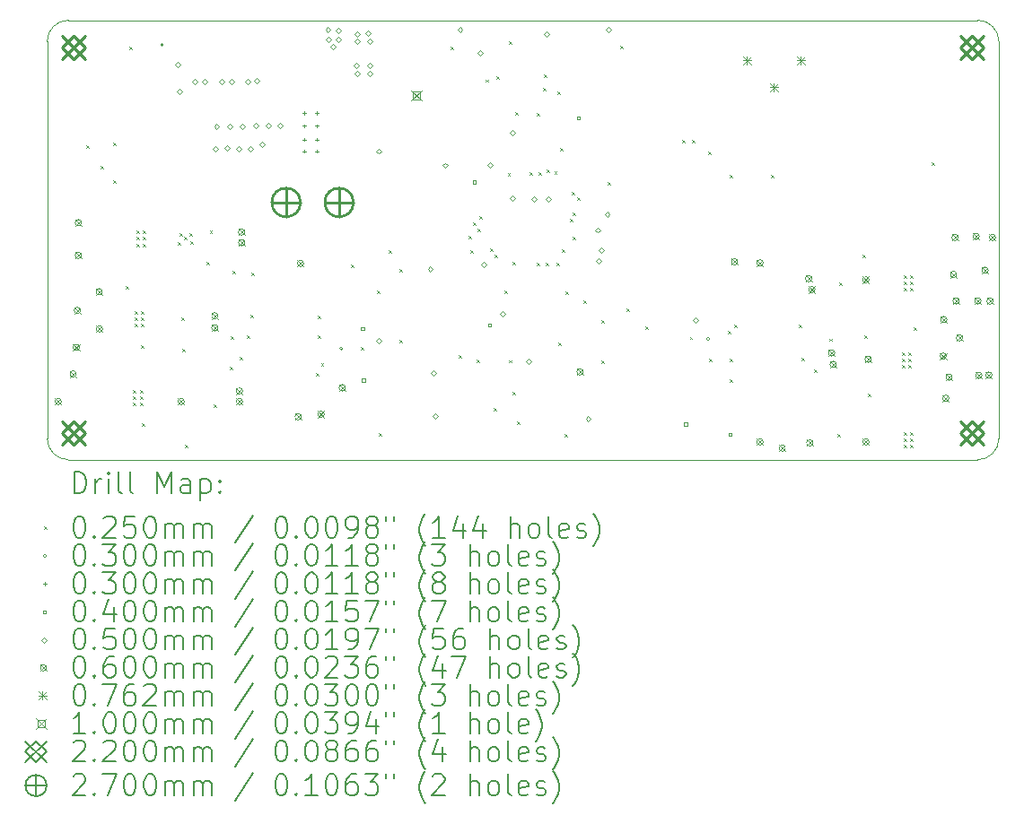
<source format=gbr>
%TF.GenerationSoftware,KiCad,Pcbnew,8.0.2*%
%TF.CreationDate,2024-06-10T22:47:06+08:00*%
%TF.ProjectId,bldcDriver,626c6463-4472-4697-9665-722e6b696361,rev?*%
%TF.SameCoordinates,Original*%
%TF.FileFunction,Drillmap*%
%TF.FilePolarity,Positive*%
%FSLAX45Y45*%
G04 Gerber Fmt 4.5, Leading zero omitted, Abs format (unit mm)*
G04 Created by KiCad (PCBNEW 8.0.2) date 2024-06-10 22:47:06*
%MOMM*%
%LPD*%
G01*
G04 APERTURE LIST*
%ADD10C,0.100000*%
%ADD11C,0.200000*%
%ADD12C,0.220000*%
%ADD13C,0.270000*%
G04 APERTURE END LIST*
D10*
X3245500Y-7019000D02*
X3245500Y-3269000D01*
X3445500Y-7219000D02*
G75*
G02*
X3245500Y-7019000I0J200000D01*
G01*
X12023584Y-7219000D02*
X11935500Y-7219000D01*
X12023584Y-3069000D02*
G75*
G02*
X12223580Y-3269000I-4J-200000D01*
G01*
X12223584Y-3269000D02*
X12223584Y-7019000D01*
X3445500Y-3069000D02*
X11935500Y-3069000D01*
X12223584Y-7019000D02*
G75*
G02*
X12023584Y-7219004I-200004J0D01*
G01*
X3245500Y-3269000D02*
G75*
G02*
X3445500Y-3069000I200000J0D01*
G01*
X11935500Y-7219000D02*
X3445500Y-7219000D01*
X11935500Y-3069000D02*
X12023584Y-3069000D01*
D11*
D10*
X3613075Y-4247500D02*
X3638075Y-4272500D01*
X3638075Y-4247500D02*
X3613075Y-4272500D01*
X3750191Y-4444809D02*
X3775191Y-4469809D01*
X3775191Y-4444809D02*
X3750191Y-4469809D01*
X3868518Y-4584009D02*
X3893518Y-4609009D01*
X3893518Y-4584009D02*
X3868518Y-4609009D01*
X3868943Y-4225199D02*
X3893943Y-4250199D01*
X3893943Y-4225199D02*
X3868943Y-4250199D01*
X3987500Y-5581500D02*
X4012500Y-5606500D01*
X4012500Y-5581500D02*
X3987500Y-5606500D01*
X4017500Y-3322500D02*
X4042500Y-3347500D01*
X4042500Y-3322500D02*
X4017500Y-3347500D01*
X4057500Y-6557500D02*
X4082500Y-6582500D01*
X4082500Y-6557500D02*
X4057500Y-6582500D01*
X4057500Y-6617500D02*
X4082500Y-6642500D01*
X4082500Y-6617500D02*
X4057500Y-6642500D01*
X4057500Y-6677500D02*
X4082500Y-6702500D01*
X4082500Y-6677500D02*
X4057500Y-6702500D01*
X4067500Y-5817500D02*
X4092500Y-5842500D01*
X4092500Y-5817500D02*
X4067500Y-5842500D01*
X4067500Y-5877500D02*
X4092500Y-5902500D01*
X4092500Y-5877500D02*
X4067500Y-5902500D01*
X4067500Y-5937500D02*
X4092500Y-5962500D01*
X4092500Y-5937500D02*
X4067500Y-5962500D01*
X4087500Y-5057500D02*
X4112500Y-5082500D01*
X4112500Y-5057500D02*
X4087500Y-5082500D01*
X4087500Y-5117500D02*
X4112500Y-5142500D01*
X4112500Y-5117500D02*
X4087500Y-5142500D01*
X4087500Y-5177500D02*
X4112500Y-5202500D01*
X4112500Y-5177500D02*
X4087500Y-5202500D01*
X4117500Y-6557500D02*
X4142500Y-6582500D01*
X4142500Y-6557500D02*
X4117500Y-6582500D01*
X4117500Y-6617500D02*
X4142500Y-6642500D01*
X4142500Y-6617500D02*
X4117500Y-6642500D01*
X4117500Y-6677500D02*
X4142500Y-6702500D01*
X4142500Y-6677500D02*
X4117500Y-6702500D01*
X4127500Y-5817500D02*
X4152500Y-5842500D01*
X4152500Y-5817500D02*
X4127500Y-5842500D01*
X4127500Y-5877500D02*
X4152500Y-5902500D01*
X4152500Y-5877500D02*
X4127500Y-5902500D01*
X4127500Y-5937500D02*
X4152500Y-5962500D01*
X4152500Y-5937500D02*
X4127500Y-5962500D01*
X4127500Y-6137500D02*
X4152500Y-6162500D01*
X4152500Y-6137500D02*
X4127500Y-6162500D01*
X4137500Y-6877500D02*
X4162500Y-6902500D01*
X4162500Y-6877500D02*
X4137500Y-6902500D01*
X4147500Y-5057500D02*
X4172500Y-5082500D01*
X4172500Y-5057500D02*
X4147500Y-5082500D01*
X4147500Y-5117500D02*
X4172500Y-5142500D01*
X4172500Y-5117500D02*
X4147500Y-5142500D01*
X4147500Y-5177500D02*
X4172500Y-5202500D01*
X4172500Y-5177500D02*
X4147500Y-5202500D01*
X4477500Y-5167500D02*
X4502500Y-5192500D01*
X4502500Y-5167500D02*
X4477500Y-5192500D01*
X4497500Y-5077500D02*
X4522500Y-5102500D01*
X4522500Y-5077500D02*
X4497500Y-5102500D01*
X4512500Y-5876500D02*
X4537500Y-5901500D01*
X4537500Y-5876500D02*
X4512500Y-5901500D01*
X4516375Y-6168625D02*
X4541375Y-6193625D01*
X4541375Y-6168625D02*
X4516375Y-6193625D01*
X4537500Y-5117500D02*
X4562500Y-5142500D01*
X4562500Y-5117500D02*
X4537500Y-5142500D01*
X4547500Y-7077500D02*
X4572500Y-7102500D01*
X4572500Y-7077500D02*
X4547500Y-7102500D01*
X4587500Y-5077500D02*
X4612500Y-5102500D01*
X4612500Y-5077500D02*
X4587500Y-5102500D01*
X4597500Y-5157500D02*
X4622500Y-5182500D01*
X4622500Y-5157500D02*
X4597500Y-5182500D01*
X4750479Y-5351033D02*
X4775479Y-5376033D01*
X4775479Y-5351033D02*
X4750479Y-5376033D01*
X4777500Y-5057500D02*
X4802500Y-5082500D01*
X4802500Y-5057500D02*
X4777500Y-5082500D01*
X4817500Y-6697500D02*
X4842500Y-6722500D01*
X4842500Y-6697500D02*
X4817500Y-6722500D01*
X4967500Y-6337500D02*
X4992500Y-6362500D01*
X4992500Y-6337500D02*
X4967500Y-6362500D01*
X4977500Y-6050000D02*
X5002500Y-6075000D01*
X5002500Y-6050000D02*
X4977500Y-6075000D01*
X4997250Y-5438500D02*
X5022250Y-5463500D01*
X5022250Y-5438500D02*
X4997250Y-5463500D01*
X5060454Y-6250450D02*
X5085454Y-6275450D01*
X5085454Y-6250450D02*
X5060454Y-6275450D01*
X5131371Y-6047500D02*
X5156371Y-6072500D01*
X5156371Y-6047500D02*
X5131371Y-6072500D01*
X5159217Y-5851050D02*
X5184217Y-5876050D01*
X5184217Y-5851050D02*
X5159217Y-5876050D01*
X5169750Y-5455000D02*
X5194750Y-5480000D01*
X5194750Y-5455000D02*
X5169750Y-5480000D01*
X5777500Y-6401642D02*
X5802500Y-6426642D01*
X5802500Y-6401642D02*
X5777500Y-6426642D01*
X5794600Y-5854650D02*
X5819600Y-5879650D01*
X5819600Y-5854650D02*
X5794600Y-5879650D01*
X5794600Y-6047850D02*
X5819600Y-6072850D01*
X5819600Y-6047850D02*
X5794600Y-6072850D01*
X5827500Y-6307500D02*
X5852500Y-6332500D01*
X5852500Y-6307500D02*
X5827500Y-6332500D01*
X6107500Y-5377500D02*
X6132500Y-5402500D01*
X6132500Y-5377500D02*
X6107500Y-5402500D01*
X6201250Y-6157500D02*
X6226250Y-6182500D01*
X6226250Y-6157500D02*
X6201250Y-6182500D01*
X6357500Y-5617500D02*
X6382500Y-5642500D01*
X6382500Y-5617500D02*
X6357500Y-5642500D01*
X6377500Y-6968750D02*
X6402500Y-6993750D01*
X6402500Y-6968750D02*
X6377500Y-6993750D01*
X6467500Y-5237500D02*
X6492500Y-5262500D01*
X6492500Y-5237500D02*
X6467500Y-5262500D01*
X6565000Y-5417500D02*
X6590000Y-5442500D01*
X6590000Y-5417500D02*
X6565000Y-5442500D01*
X6567500Y-6087500D02*
X6592500Y-6112500D01*
X6592500Y-6087500D02*
X6567500Y-6112500D01*
X7047500Y-3317500D02*
X7072500Y-3342500D01*
X7072500Y-3317500D02*
X7047500Y-3342500D01*
X7127500Y-6227500D02*
X7152500Y-6252500D01*
X7152500Y-6227500D02*
X7127500Y-6252500D01*
X7223750Y-5102500D02*
X7248750Y-5127500D01*
X7248750Y-5102500D02*
X7223750Y-5127500D01*
X7237500Y-5237500D02*
X7262500Y-5262500D01*
X7262500Y-5237500D02*
X7237500Y-5262500D01*
X7262739Y-4979914D02*
X7287739Y-5004914D01*
X7287739Y-4979914D02*
X7262739Y-5004914D01*
X7297500Y-6269500D02*
X7322500Y-6294500D01*
X7322500Y-6269500D02*
X7297500Y-6294500D01*
X7304317Y-5037414D02*
X7329317Y-5062414D01*
X7329317Y-5037414D02*
X7304317Y-5062414D01*
X7323750Y-4915000D02*
X7348750Y-4940000D01*
X7348750Y-4915000D02*
X7323750Y-4940000D01*
X7383750Y-3627500D02*
X7408750Y-3652500D01*
X7408750Y-3627500D02*
X7383750Y-3652500D01*
X7423750Y-5227500D02*
X7448750Y-5252500D01*
X7448750Y-5227500D02*
X7423750Y-5252500D01*
X7457500Y-6727500D02*
X7482500Y-6752500D01*
X7482500Y-6727500D02*
X7457500Y-6752500D01*
X7469375Y-5283125D02*
X7494375Y-5308125D01*
X7494375Y-5283125D02*
X7469375Y-5308125D01*
X7484797Y-3595957D02*
X7509797Y-3620957D01*
X7509797Y-3595957D02*
X7484797Y-3620957D01*
X7557500Y-5617500D02*
X7582500Y-5642500D01*
X7582500Y-5617500D02*
X7557500Y-5642500D01*
X7588750Y-4512500D02*
X7613750Y-4537500D01*
X7613750Y-4512500D02*
X7588750Y-4537500D01*
X7597500Y-3264311D02*
X7622500Y-3289311D01*
X7622500Y-3264311D02*
X7597500Y-3289311D01*
X7605000Y-6277500D02*
X7630000Y-6302500D01*
X7630000Y-6277500D02*
X7605000Y-6302500D01*
X7631250Y-5352500D02*
X7656250Y-5377500D01*
X7656250Y-5352500D02*
X7631250Y-5377500D01*
X7637500Y-6576250D02*
X7662500Y-6601250D01*
X7662500Y-6576250D02*
X7637500Y-6601250D01*
X7657500Y-3937500D02*
X7682500Y-3962500D01*
X7682500Y-3937500D02*
X7657500Y-3962500D01*
X7677500Y-6857500D02*
X7702500Y-6882500D01*
X7702500Y-6857500D02*
X7677500Y-6882500D01*
X7798750Y-4507542D02*
X7823750Y-4532542D01*
X7823750Y-4507542D02*
X7798750Y-4532542D01*
X7867500Y-3947500D02*
X7892500Y-3972500D01*
X7892500Y-3947500D02*
X7867500Y-3972500D01*
X7867601Y-5361000D02*
X7892601Y-5386000D01*
X7892601Y-5361000D02*
X7867601Y-5386000D01*
X7881250Y-4507500D02*
X7906250Y-4532500D01*
X7906250Y-4507500D02*
X7881250Y-4532500D01*
X7925112Y-3708939D02*
X7950112Y-3733939D01*
X7950112Y-3708939D02*
X7925112Y-3733939D01*
X7933253Y-3577289D02*
X7958253Y-3602289D01*
X7958253Y-3577289D02*
X7933253Y-3602289D01*
X7951108Y-5361000D02*
X7976108Y-5386000D01*
X7976108Y-5361000D02*
X7951108Y-5386000D01*
X7960035Y-4482423D02*
X7985035Y-4507423D01*
X7985035Y-4482423D02*
X7960035Y-4507423D01*
X8028878Y-4495101D02*
X8053878Y-4520101D01*
X8053878Y-4495101D02*
X8028878Y-4520101D01*
X8046250Y-5361000D02*
X8071250Y-5386000D01*
X8071250Y-5361000D02*
X8046250Y-5386000D01*
X8060084Y-3744916D02*
X8085084Y-3769916D01*
X8085084Y-3744916D02*
X8060084Y-3769916D01*
X8065500Y-6108750D02*
X8090500Y-6133750D01*
X8090500Y-6108750D02*
X8065500Y-6133750D01*
X8081821Y-4279321D02*
X8106821Y-4304321D01*
X8106821Y-4279321D02*
X8081821Y-4304321D01*
X8103750Y-5231000D02*
X8128750Y-5256000D01*
X8128750Y-5231000D02*
X8103750Y-5256000D01*
X8128750Y-6977500D02*
X8153750Y-7002500D01*
X8153750Y-6977500D02*
X8128750Y-7002500D01*
X8137500Y-5627500D02*
X8162500Y-5652500D01*
X8162500Y-5627500D02*
X8137500Y-5652500D01*
X8178800Y-4947500D02*
X8203800Y-4972500D01*
X8203800Y-4947500D02*
X8178800Y-4972500D01*
X8197500Y-4687500D02*
X8222500Y-4712500D01*
X8222500Y-4687500D02*
X8197500Y-4712500D01*
X8203750Y-4882098D02*
X8228750Y-4907098D01*
X8228750Y-4882098D02*
X8203750Y-4907098D01*
X8203750Y-5110000D02*
X8228750Y-5135000D01*
X8228750Y-5110000D02*
X8203750Y-5135000D01*
X8247500Y-4745000D02*
X8272500Y-4770000D01*
X8272500Y-4745000D02*
X8247500Y-4770000D01*
X8307500Y-5717500D02*
X8332500Y-5742500D01*
X8332500Y-5717500D02*
X8307500Y-5742500D01*
X8470065Y-5897500D02*
X8495065Y-5922500D01*
X8495065Y-5897500D02*
X8470065Y-5922500D01*
X8470065Y-6279271D02*
X8495065Y-6304271D01*
X8495065Y-6279271D02*
X8470065Y-6304271D01*
X8535886Y-4597797D02*
X8560886Y-4622797D01*
X8560886Y-4597797D02*
X8535886Y-4622797D01*
X8647500Y-3313750D02*
X8672500Y-3338750D01*
X8672500Y-3313750D02*
X8647500Y-3338750D01*
X8707500Y-5787500D02*
X8732500Y-5812500D01*
X8732500Y-5787500D02*
X8707500Y-5812500D01*
X8887500Y-5957500D02*
X8912500Y-5982500D01*
X8912500Y-5957500D02*
X8887500Y-5982500D01*
X9236200Y-4198800D02*
X9261200Y-4223800D01*
X9261200Y-4198800D02*
X9236200Y-4223800D01*
X9307500Y-6057500D02*
X9332500Y-6082500D01*
X9332500Y-6057500D02*
X9307500Y-6082500D01*
X9331200Y-4197500D02*
X9356200Y-4222500D01*
X9356200Y-4197500D02*
X9331200Y-4222500D01*
X9477500Y-4307500D02*
X9502500Y-4332500D01*
X9502500Y-4307500D02*
X9477500Y-4332500D01*
X9487500Y-6267150D02*
X9512500Y-6292150D01*
X9512500Y-6267150D02*
X9487500Y-6292150D01*
X9665350Y-6005350D02*
X9690350Y-6030350D01*
X9690350Y-6005350D02*
X9665350Y-6030350D01*
X9686250Y-4527500D02*
X9711250Y-4552500D01*
X9711250Y-4527500D02*
X9686250Y-4552500D01*
X9687500Y-6268950D02*
X9712500Y-6293950D01*
X9712500Y-6268950D02*
X9687500Y-6293950D01*
X9687500Y-6460350D02*
X9712500Y-6485350D01*
X9712500Y-6460350D02*
X9687500Y-6485350D01*
X9722850Y-5942150D02*
X9747850Y-5967150D01*
X9747850Y-5942150D02*
X9722850Y-5967150D01*
X10077500Y-4527500D02*
X10102500Y-4552500D01*
X10102500Y-4527500D02*
X10077500Y-4552500D01*
X10337941Y-5945622D02*
X10362941Y-5970622D01*
X10362941Y-5945622D02*
X10337941Y-5970622D01*
X10361411Y-6252717D02*
X10386411Y-6277717D01*
X10386411Y-6252717D02*
X10361411Y-6277717D01*
X10476750Y-6368298D02*
X10501750Y-6393298D01*
X10501750Y-6368298D02*
X10476750Y-6393298D01*
X10624490Y-6074490D02*
X10649490Y-6099490D01*
X10649490Y-6074490D02*
X10624490Y-6099490D01*
X10699301Y-6975699D02*
X10724301Y-7000699D01*
X10724301Y-6975699D02*
X10699301Y-7000699D01*
X10717500Y-5547500D02*
X10742500Y-5572500D01*
X10742500Y-5547500D02*
X10717500Y-5572500D01*
X10937500Y-5286648D02*
X10962500Y-5311648D01*
X10962500Y-5286648D02*
X10937500Y-5311648D01*
X10956750Y-6041500D02*
X10981750Y-6066500D01*
X10981750Y-6041500D02*
X10956750Y-6066500D01*
X10987500Y-6594648D02*
X11012500Y-6619648D01*
X11012500Y-6594648D02*
X10987500Y-6619648D01*
X11307500Y-6207500D02*
X11332500Y-6232500D01*
X11332500Y-6207500D02*
X11307500Y-6232500D01*
X11307500Y-6267500D02*
X11332500Y-6292500D01*
X11332500Y-6267500D02*
X11307500Y-6292500D01*
X11307500Y-6327500D02*
X11332500Y-6352500D01*
X11332500Y-6327500D02*
X11307500Y-6352500D01*
X11327500Y-5477500D02*
X11352500Y-5502500D01*
X11352500Y-5477500D02*
X11327500Y-5502500D01*
X11327500Y-5537500D02*
X11352500Y-5562500D01*
X11352500Y-5537500D02*
X11327500Y-5562500D01*
X11327500Y-5597500D02*
X11352500Y-5622500D01*
X11352500Y-5597500D02*
X11327500Y-5622500D01*
X11327500Y-6957500D02*
X11352500Y-6982500D01*
X11352500Y-6957500D02*
X11327500Y-6982500D01*
X11327500Y-7017500D02*
X11352500Y-7042500D01*
X11352500Y-7017500D02*
X11327500Y-7042500D01*
X11327500Y-7077500D02*
X11352500Y-7102500D01*
X11352500Y-7077500D02*
X11327500Y-7102500D01*
X11367500Y-6207500D02*
X11392500Y-6232500D01*
X11392500Y-6207500D02*
X11367500Y-6232500D01*
X11367500Y-6267500D02*
X11392500Y-6292500D01*
X11392500Y-6267500D02*
X11367500Y-6292500D01*
X11367500Y-6327500D02*
X11392500Y-6352500D01*
X11392500Y-6327500D02*
X11367500Y-6352500D01*
X11387500Y-5477500D02*
X11412500Y-5502500D01*
X11412500Y-5477500D02*
X11387500Y-5502500D01*
X11387500Y-5537500D02*
X11412500Y-5562500D01*
X11412500Y-5537500D02*
X11387500Y-5562500D01*
X11387500Y-5597500D02*
X11412500Y-5622500D01*
X11412500Y-5597500D02*
X11387500Y-5622500D01*
X11387500Y-6957500D02*
X11412500Y-6982500D01*
X11412500Y-6957500D02*
X11387500Y-6982500D01*
X11387500Y-7017500D02*
X11412500Y-7042500D01*
X11412500Y-7017500D02*
X11387500Y-7042500D01*
X11387500Y-7077500D02*
X11412500Y-7102500D01*
X11412500Y-7077500D02*
X11387500Y-7102500D01*
X11422125Y-5972125D02*
X11447125Y-5997125D01*
X11447125Y-5972125D02*
X11422125Y-5997125D01*
X11585083Y-4410000D02*
X11610083Y-4435000D01*
X11610083Y-4410000D02*
X11585083Y-4435000D01*
X4343100Y-3301650D02*
G75*
G02*
X4313100Y-3301650I-15000J0D01*
G01*
X4313100Y-3301650D02*
G75*
G02*
X4343100Y-3301650I15000J0D01*
G01*
X6035000Y-6170000D02*
G75*
G02*
X6005000Y-6170000I-15000J0D01*
G01*
X6005000Y-6170000D02*
G75*
G02*
X6035000Y-6170000I15000J0D01*
G01*
X9495000Y-6080000D02*
G75*
G02*
X9465000Y-6080000I-15000J0D01*
G01*
X9465000Y-6080000D02*
G75*
G02*
X9495000Y-6080000I15000J0D01*
G01*
X5669100Y-3930900D02*
X5669100Y-3960900D01*
X5654100Y-3945900D02*
X5684100Y-3945900D01*
X5669100Y-4050900D02*
X5669100Y-4080900D01*
X5654100Y-4065900D02*
X5684100Y-4065900D01*
X5669100Y-4180900D02*
X5669100Y-4210900D01*
X5654100Y-4195900D02*
X5684100Y-4195900D01*
X5669100Y-4290900D02*
X5669100Y-4320900D01*
X5654100Y-4305900D02*
X5684100Y-4305900D01*
X5789100Y-3930900D02*
X5789100Y-3960900D01*
X5774100Y-3945900D02*
X5804100Y-3945900D01*
X5789100Y-4050900D02*
X5789100Y-4080900D01*
X5774100Y-4065900D02*
X5804100Y-4065900D01*
X5789100Y-4180900D02*
X5789100Y-4210900D01*
X5774100Y-4195900D02*
X5804100Y-4195900D01*
X5789100Y-4290900D02*
X5789100Y-4320900D01*
X5774100Y-4305900D02*
X5804100Y-4305900D01*
X6234142Y-5994142D02*
X6234142Y-5965858D01*
X6205858Y-5965858D01*
X6205858Y-5994142D01*
X6234142Y-5994142D01*
X6244783Y-6482252D02*
X6244783Y-6453967D01*
X6216498Y-6453967D01*
X6216498Y-6482252D01*
X6244783Y-6482252D01*
X7288392Y-4612142D02*
X7288392Y-4583858D01*
X7260108Y-4583858D01*
X7260108Y-4612142D01*
X7288392Y-4612142D01*
X7433392Y-5959142D02*
X7433392Y-5930858D01*
X7405108Y-5930858D01*
X7405108Y-5959142D01*
X7433392Y-5959142D01*
X8274142Y-4004142D02*
X8274142Y-3975858D01*
X8245858Y-3975858D01*
X8245858Y-4004142D01*
X8274142Y-4004142D01*
X9284142Y-6895642D02*
X9284142Y-6867358D01*
X9255858Y-6867358D01*
X9255858Y-6895642D01*
X9284142Y-6895642D01*
X9704142Y-6995642D02*
X9704142Y-6967358D01*
X9675858Y-6967358D01*
X9675858Y-6995642D01*
X9704142Y-6995642D01*
X4480000Y-3510000D02*
X4505000Y-3485000D01*
X4480000Y-3460000D01*
X4455000Y-3485000D01*
X4480000Y-3510000D01*
X4490000Y-3765000D02*
X4515000Y-3740000D01*
X4490000Y-3715000D01*
X4465000Y-3740000D01*
X4490000Y-3765000D01*
X4640000Y-3670000D02*
X4665000Y-3645000D01*
X4640000Y-3620000D01*
X4615000Y-3645000D01*
X4640000Y-3670000D01*
X4730000Y-3670000D02*
X4755000Y-3645000D01*
X4730000Y-3620000D01*
X4705000Y-3645000D01*
X4730000Y-3670000D01*
X4835000Y-4305000D02*
X4860000Y-4280000D01*
X4835000Y-4255000D01*
X4810000Y-4280000D01*
X4835000Y-4305000D01*
X4845000Y-4095000D02*
X4870000Y-4070000D01*
X4845000Y-4045000D01*
X4820000Y-4070000D01*
X4845000Y-4095000D01*
X4890000Y-3670000D02*
X4915000Y-3645000D01*
X4890000Y-3620000D01*
X4865000Y-3645000D01*
X4890000Y-3670000D01*
X4945000Y-4300000D02*
X4970000Y-4275000D01*
X4945000Y-4250000D01*
X4920000Y-4275000D01*
X4945000Y-4300000D01*
X4970000Y-4100000D02*
X4995000Y-4075000D01*
X4970000Y-4050000D01*
X4945000Y-4075000D01*
X4970000Y-4100000D01*
X4985000Y-3670000D02*
X5010000Y-3645000D01*
X4985000Y-3620000D01*
X4960000Y-3645000D01*
X4985000Y-3670000D01*
X5055000Y-4305000D02*
X5080000Y-4280000D01*
X5055000Y-4255000D01*
X5030000Y-4280000D01*
X5055000Y-4305000D01*
X5090000Y-4100000D02*
X5115000Y-4075000D01*
X5090000Y-4050000D01*
X5065000Y-4075000D01*
X5090000Y-4100000D01*
X5140000Y-3670000D02*
X5165000Y-3645000D01*
X5140000Y-3620000D01*
X5115000Y-3645000D01*
X5140000Y-3670000D01*
X5165000Y-4310000D02*
X5190000Y-4285000D01*
X5165000Y-4260000D01*
X5140000Y-4285000D01*
X5165000Y-4310000D01*
X5210000Y-4090000D02*
X5235000Y-4065000D01*
X5210000Y-4040000D01*
X5185000Y-4065000D01*
X5210000Y-4090000D01*
X5225000Y-3665000D02*
X5250000Y-3640000D01*
X5225000Y-3615000D01*
X5200000Y-3640000D01*
X5225000Y-3665000D01*
X5270000Y-4265000D02*
X5295000Y-4240000D01*
X5270000Y-4215000D01*
X5245000Y-4240000D01*
X5270000Y-4265000D01*
X5330000Y-4090000D02*
X5355000Y-4065000D01*
X5330000Y-4040000D01*
X5305000Y-4065000D01*
X5330000Y-4090000D01*
X5440000Y-4090000D02*
X5465000Y-4065000D01*
X5440000Y-4040000D01*
X5415000Y-4065000D01*
X5440000Y-4090000D01*
X5895000Y-3185000D02*
X5920000Y-3160000D01*
X5895000Y-3135000D01*
X5870000Y-3160000D01*
X5895000Y-3185000D01*
X5900000Y-3275000D02*
X5925000Y-3250000D01*
X5900000Y-3225000D01*
X5875000Y-3250000D01*
X5900000Y-3275000D01*
X5945000Y-3340000D02*
X5970000Y-3315000D01*
X5945000Y-3290000D01*
X5920000Y-3315000D01*
X5945000Y-3340000D01*
X5995000Y-3190000D02*
X6020000Y-3165000D01*
X5995000Y-3140000D01*
X5970000Y-3165000D01*
X5995000Y-3190000D01*
X5995000Y-3275000D02*
X6020000Y-3250000D01*
X5995000Y-3225000D01*
X5970000Y-3250000D01*
X5995000Y-3275000D01*
X6165000Y-3525000D02*
X6190000Y-3500000D01*
X6165000Y-3475000D01*
X6140000Y-3500000D01*
X6165000Y-3525000D01*
X6170000Y-3225000D02*
X6195000Y-3200000D01*
X6170000Y-3175000D01*
X6145000Y-3200000D01*
X6170000Y-3225000D01*
X6170000Y-3295000D02*
X6195000Y-3270000D01*
X6170000Y-3245000D01*
X6145000Y-3270000D01*
X6170000Y-3295000D01*
X6170000Y-3600000D02*
X6195000Y-3575000D01*
X6170000Y-3550000D01*
X6145000Y-3575000D01*
X6170000Y-3600000D01*
X6275000Y-3215000D02*
X6300000Y-3190000D01*
X6275000Y-3165000D01*
X6250000Y-3190000D01*
X6275000Y-3215000D01*
X6285000Y-3290000D02*
X6310000Y-3265000D01*
X6285000Y-3240000D01*
X6260000Y-3265000D01*
X6285000Y-3290000D01*
X6285000Y-3525000D02*
X6310000Y-3500000D01*
X6285000Y-3475000D01*
X6260000Y-3500000D01*
X6285000Y-3525000D01*
X6290000Y-3600000D02*
X6315000Y-3575000D01*
X6290000Y-3550000D01*
X6265000Y-3575000D01*
X6290000Y-3600000D01*
X6370000Y-4330000D02*
X6395000Y-4305000D01*
X6370000Y-4280000D01*
X6345000Y-4305000D01*
X6370000Y-4330000D01*
X6370000Y-6117500D02*
X6395000Y-6092500D01*
X6370000Y-6067500D01*
X6345000Y-6092500D01*
X6370000Y-6117500D01*
X6860000Y-5445000D02*
X6885000Y-5420000D01*
X6860000Y-5395000D01*
X6835000Y-5420000D01*
X6860000Y-5445000D01*
X6890000Y-6425000D02*
X6915000Y-6400000D01*
X6890000Y-6375000D01*
X6865000Y-6400000D01*
X6890000Y-6425000D01*
X6910000Y-6835000D02*
X6935000Y-6810000D01*
X6910000Y-6785000D01*
X6885000Y-6810000D01*
X6910000Y-6835000D01*
X7000000Y-4465000D02*
X7025000Y-4440000D01*
X7000000Y-4415000D01*
X6975000Y-4440000D01*
X7000000Y-4465000D01*
X7140000Y-3185000D02*
X7165000Y-3160000D01*
X7140000Y-3135000D01*
X7115000Y-3160000D01*
X7140000Y-3185000D01*
X7333364Y-3401853D02*
X7358364Y-3376853D01*
X7333364Y-3351853D01*
X7308364Y-3376853D01*
X7333364Y-3401853D01*
X7367653Y-5402185D02*
X7392653Y-5377185D01*
X7367653Y-5352185D01*
X7342653Y-5377185D01*
X7367653Y-5402185D01*
X7426250Y-4460250D02*
X7451250Y-4435250D01*
X7426250Y-4410250D01*
X7401250Y-4435250D01*
X7426250Y-4460250D01*
X7545199Y-5870199D02*
X7570199Y-5845199D01*
X7545199Y-5820199D01*
X7520199Y-5845199D01*
X7545199Y-5870199D01*
X7635493Y-4155000D02*
X7660493Y-4130000D01*
X7635493Y-4105000D01*
X7610493Y-4130000D01*
X7635493Y-4155000D01*
X7636250Y-4775000D02*
X7661250Y-4750000D01*
X7636250Y-4725000D01*
X7611250Y-4750000D01*
X7636250Y-4775000D01*
X7790000Y-6315000D02*
X7815000Y-6290000D01*
X7790000Y-6265000D01*
X7765000Y-6290000D01*
X7790000Y-6315000D01*
X7841221Y-4785000D02*
X7866221Y-4760000D01*
X7841221Y-4735000D01*
X7816221Y-4760000D01*
X7841221Y-4785000D01*
X7960000Y-3225000D02*
X7985000Y-3200000D01*
X7960000Y-3175000D01*
X7935000Y-3200000D01*
X7960000Y-3225000D01*
X7976250Y-4785000D02*
X8001250Y-4760000D01*
X7976250Y-4735000D01*
X7951250Y-4760000D01*
X7976250Y-4785000D01*
X8350000Y-6855000D02*
X8375000Y-6830000D01*
X8350000Y-6805000D01*
X8325000Y-6830000D01*
X8350000Y-6855000D01*
X8436250Y-5075000D02*
X8461250Y-5050000D01*
X8436250Y-5025000D01*
X8411250Y-5050000D01*
X8436250Y-5075000D01*
X8447223Y-5370000D02*
X8472223Y-5345000D01*
X8447223Y-5320000D01*
X8422223Y-5345000D01*
X8447223Y-5370000D01*
X8470842Y-5262565D02*
X8495842Y-5237565D01*
X8470842Y-5212565D01*
X8445842Y-5237565D01*
X8470842Y-5262565D01*
X8528277Y-4927575D02*
X8553277Y-4902575D01*
X8528277Y-4877575D01*
X8503277Y-4902575D01*
X8528277Y-4927575D01*
X8540000Y-3185000D02*
X8565000Y-3160000D01*
X8540000Y-3135000D01*
X8515000Y-3160000D01*
X8540000Y-3185000D01*
X9360000Y-5925000D02*
X9385000Y-5900000D01*
X9360000Y-5875000D01*
X9335000Y-5900000D01*
X9360000Y-5925000D01*
X3320000Y-6640000D02*
X3380000Y-6700000D01*
X3380000Y-6640000D02*
X3320000Y-6700000D01*
X3380000Y-6670000D02*
G75*
G02*
X3320000Y-6670000I-30000J0D01*
G01*
X3320000Y-6670000D02*
G75*
G02*
X3380000Y-6670000I30000J0D01*
G01*
X3460000Y-6380000D02*
X3520000Y-6440000D01*
X3520000Y-6380000D02*
X3460000Y-6440000D01*
X3520000Y-6410000D02*
G75*
G02*
X3460000Y-6410000I-30000J0D01*
G01*
X3460000Y-6410000D02*
G75*
G02*
X3520000Y-6410000I30000J0D01*
G01*
X3490000Y-6130000D02*
X3550000Y-6190000D01*
X3550000Y-6130000D02*
X3490000Y-6190000D01*
X3550000Y-6160000D02*
G75*
G02*
X3490000Y-6160000I-30000J0D01*
G01*
X3490000Y-6160000D02*
G75*
G02*
X3550000Y-6160000I30000J0D01*
G01*
X3500000Y-5780000D02*
X3560000Y-5840000D01*
X3560000Y-5780000D02*
X3500000Y-5840000D01*
X3560000Y-5810000D02*
G75*
G02*
X3500000Y-5810000I-30000J0D01*
G01*
X3500000Y-5810000D02*
G75*
G02*
X3560000Y-5810000I30000J0D01*
G01*
X3510000Y-4950000D02*
X3570000Y-5010000D01*
X3570000Y-4950000D02*
X3510000Y-5010000D01*
X3570000Y-4980000D02*
G75*
G02*
X3510000Y-4980000I-30000J0D01*
G01*
X3510000Y-4980000D02*
G75*
G02*
X3570000Y-4980000I30000J0D01*
G01*
X3510000Y-5260000D02*
X3570000Y-5320000D01*
X3570000Y-5260000D02*
X3510000Y-5320000D01*
X3570000Y-5290000D02*
G75*
G02*
X3510000Y-5290000I-30000J0D01*
G01*
X3510000Y-5290000D02*
G75*
G02*
X3570000Y-5290000I30000J0D01*
G01*
X3706650Y-5601534D02*
X3766650Y-5661534D01*
X3766650Y-5601534D02*
X3706650Y-5661534D01*
X3766650Y-5631534D02*
G75*
G02*
X3706650Y-5631534I-30000J0D01*
G01*
X3706650Y-5631534D02*
G75*
G02*
X3766650Y-5631534I30000J0D01*
G01*
X3708650Y-5954350D02*
X3768650Y-6014350D01*
X3768650Y-5954350D02*
X3708650Y-6014350D01*
X3768650Y-5984350D02*
G75*
G02*
X3708650Y-5984350I-30000J0D01*
G01*
X3708650Y-5984350D02*
G75*
G02*
X3768650Y-5984350I30000J0D01*
G01*
X4480000Y-6640000D02*
X4540000Y-6700000D01*
X4540000Y-6640000D02*
X4480000Y-6700000D01*
X4540000Y-6670000D02*
G75*
G02*
X4480000Y-6670000I-30000J0D01*
G01*
X4480000Y-6670000D02*
G75*
G02*
X4540000Y-6670000I30000J0D01*
G01*
X4797500Y-5830000D02*
X4857500Y-5890000D01*
X4857500Y-5830000D02*
X4797500Y-5890000D01*
X4857500Y-5860000D02*
G75*
G02*
X4797500Y-5860000I-30000J0D01*
G01*
X4797500Y-5860000D02*
G75*
G02*
X4857500Y-5860000I30000J0D01*
G01*
X4797500Y-5945000D02*
X4857500Y-6005000D01*
X4857500Y-5945000D02*
X4797500Y-6005000D01*
X4857500Y-5975000D02*
G75*
G02*
X4797500Y-5975000I-30000J0D01*
G01*
X4797500Y-5975000D02*
G75*
G02*
X4857500Y-5975000I30000J0D01*
G01*
X5030000Y-6540000D02*
X5090000Y-6600000D01*
X5090000Y-6540000D02*
X5030000Y-6600000D01*
X5090000Y-6570000D02*
G75*
G02*
X5030000Y-6570000I-30000J0D01*
G01*
X5030000Y-6570000D02*
G75*
G02*
X5090000Y-6570000I30000J0D01*
G01*
X5030000Y-6640000D02*
X5090000Y-6700000D01*
X5090000Y-6640000D02*
X5030000Y-6700000D01*
X5090000Y-6670000D02*
G75*
G02*
X5030000Y-6670000I-30000J0D01*
G01*
X5030000Y-6670000D02*
G75*
G02*
X5090000Y-6670000I30000J0D01*
G01*
X5050000Y-5040000D02*
X5110000Y-5100000D01*
X5110000Y-5040000D02*
X5050000Y-5100000D01*
X5110000Y-5070000D02*
G75*
G02*
X5050000Y-5070000I-30000J0D01*
G01*
X5050000Y-5070000D02*
G75*
G02*
X5110000Y-5070000I30000J0D01*
G01*
X5050000Y-5140000D02*
X5110000Y-5200000D01*
X5110000Y-5140000D02*
X5050000Y-5200000D01*
X5110000Y-5170000D02*
G75*
G02*
X5050000Y-5170000I-30000J0D01*
G01*
X5050000Y-5170000D02*
G75*
G02*
X5110000Y-5170000I30000J0D01*
G01*
X5583744Y-6783744D02*
X5643744Y-6843744D01*
X5643744Y-6783744D02*
X5583744Y-6843744D01*
X5643744Y-6813744D02*
G75*
G02*
X5583744Y-6813744I-30000J0D01*
G01*
X5583744Y-6813744D02*
G75*
G02*
X5643744Y-6813744I30000J0D01*
G01*
X5606091Y-5335276D02*
X5666091Y-5395276D01*
X5666091Y-5335276D02*
X5606091Y-5395276D01*
X5666091Y-5365276D02*
G75*
G02*
X5606091Y-5365276I-30000J0D01*
G01*
X5606091Y-5365276D02*
G75*
G02*
X5666091Y-5365276I30000J0D01*
G01*
X5800000Y-6760000D02*
X5860000Y-6820000D01*
X5860000Y-6760000D02*
X5800000Y-6820000D01*
X5860000Y-6790000D02*
G75*
G02*
X5800000Y-6790000I-30000J0D01*
G01*
X5800000Y-6790000D02*
G75*
G02*
X5860000Y-6790000I30000J0D01*
G01*
X6000000Y-6510000D02*
X6060000Y-6570000D01*
X6060000Y-6510000D02*
X6000000Y-6570000D01*
X6060000Y-6540000D02*
G75*
G02*
X6000000Y-6540000I-30000J0D01*
G01*
X6000000Y-6540000D02*
G75*
G02*
X6060000Y-6540000I30000J0D01*
G01*
X8242500Y-6360000D02*
X8302500Y-6420000D01*
X8302500Y-6360000D02*
X8242500Y-6420000D01*
X8302500Y-6390000D02*
G75*
G02*
X8242500Y-6390000I-30000J0D01*
G01*
X8242500Y-6390000D02*
G75*
G02*
X8302500Y-6390000I30000J0D01*
G01*
X9700000Y-5320000D02*
X9760000Y-5380000D01*
X9760000Y-5320000D02*
X9700000Y-5380000D01*
X9760000Y-5350000D02*
G75*
G02*
X9700000Y-5350000I-30000J0D01*
G01*
X9700000Y-5350000D02*
G75*
G02*
X9760000Y-5350000I30000J0D01*
G01*
X9940000Y-5330000D02*
X10000000Y-5390000D01*
X10000000Y-5330000D02*
X9940000Y-5390000D01*
X10000000Y-5360000D02*
G75*
G02*
X9940000Y-5360000I-30000J0D01*
G01*
X9940000Y-5360000D02*
G75*
G02*
X10000000Y-5360000I30000J0D01*
G01*
X9940000Y-7020000D02*
X10000000Y-7080000D01*
X10000000Y-7020000D02*
X9940000Y-7080000D01*
X10000000Y-7050000D02*
G75*
G02*
X9940000Y-7050000I-30000J0D01*
G01*
X9940000Y-7050000D02*
G75*
G02*
X10000000Y-7050000I30000J0D01*
G01*
X10150000Y-7080000D02*
X10210000Y-7140000D01*
X10210000Y-7080000D02*
X10150000Y-7140000D01*
X10210000Y-7110000D02*
G75*
G02*
X10150000Y-7110000I-30000J0D01*
G01*
X10150000Y-7110000D02*
G75*
G02*
X10210000Y-7110000I30000J0D01*
G01*
X10399486Y-5478397D02*
X10459486Y-5538397D01*
X10459486Y-5478397D02*
X10399486Y-5538397D01*
X10459486Y-5508397D02*
G75*
G02*
X10399486Y-5508397I-30000J0D01*
G01*
X10399486Y-5508397D02*
G75*
G02*
X10459486Y-5508397I30000J0D01*
G01*
X10410000Y-7030000D02*
X10470000Y-7090000D01*
X10470000Y-7030000D02*
X10410000Y-7090000D01*
X10470000Y-7060000D02*
G75*
G02*
X10410000Y-7060000I-30000J0D01*
G01*
X10410000Y-7060000D02*
G75*
G02*
X10470000Y-7060000I30000J0D01*
G01*
X10430000Y-5582500D02*
X10490000Y-5642500D01*
X10490000Y-5582500D02*
X10430000Y-5642500D01*
X10490000Y-5612500D02*
G75*
G02*
X10430000Y-5612500I-30000J0D01*
G01*
X10430000Y-5612500D02*
G75*
G02*
X10490000Y-5612500I30000J0D01*
G01*
X10615009Y-6180373D02*
X10675009Y-6240373D01*
X10675009Y-6180373D02*
X10615009Y-6240373D01*
X10675009Y-6210373D02*
G75*
G02*
X10615009Y-6210373I-30000J0D01*
G01*
X10615009Y-6210373D02*
G75*
G02*
X10675009Y-6210373I30000J0D01*
G01*
X10630407Y-6289593D02*
X10690407Y-6349593D01*
X10690407Y-6289593D02*
X10630407Y-6349593D01*
X10690407Y-6319593D02*
G75*
G02*
X10630407Y-6319593I-30000J0D01*
G01*
X10630407Y-6319593D02*
G75*
G02*
X10690407Y-6319593I30000J0D01*
G01*
X10940000Y-5490000D02*
X11000000Y-5550000D01*
X11000000Y-5490000D02*
X10940000Y-5550000D01*
X11000000Y-5520000D02*
G75*
G02*
X10940000Y-5520000I-30000J0D01*
G01*
X10940000Y-5520000D02*
G75*
G02*
X11000000Y-5520000I30000J0D01*
G01*
X10940000Y-7020000D02*
X11000000Y-7080000D01*
X11000000Y-7020000D02*
X10940000Y-7080000D01*
X11000000Y-7050000D02*
G75*
G02*
X10940000Y-7050000I-30000J0D01*
G01*
X10940000Y-7050000D02*
G75*
G02*
X11000000Y-7050000I30000J0D01*
G01*
X10960000Y-6240000D02*
X11020000Y-6300000D01*
X11020000Y-6240000D02*
X10960000Y-6300000D01*
X11020000Y-6270000D02*
G75*
G02*
X10960000Y-6270000I-30000J0D01*
G01*
X10960000Y-6270000D02*
G75*
G02*
X11020000Y-6270000I30000J0D01*
G01*
X11669000Y-6210000D02*
X11729000Y-6270000D01*
X11729000Y-6210000D02*
X11669000Y-6270000D01*
X11729000Y-6240000D02*
G75*
G02*
X11669000Y-6240000I-30000J0D01*
G01*
X11669000Y-6240000D02*
G75*
G02*
X11729000Y-6240000I30000J0D01*
G01*
X11674000Y-5865000D02*
X11734000Y-5925000D01*
X11734000Y-5865000D02*
X11674000Y-5925000D01*
X11734000Y-5895000D02*
G75*
G02*
X11674000Y-5895000I-30000J0D01*
G01*
X11674000Y-5895000D02*
G75*
G02*
X11734000Y-5895000I30000J0D01*
G01*
X11693750Y-6610000D02*
X11753750Y-6670000D01*
X11753750Y-6610000D02*
X11693750Y-6670000D01*
X11753750Y-6640000D02*
G75*
G02*
X11693750Y-6640000I-30000J0D01*
G01*
X11693750Y-6640000D02*
G75*
G02*
X11753750Y-6640000I30000J0D01*
G01*
X11723750Y-6410000D02*
X11783750Y-6470000D01*
X11783750Y-6410000D02*
X11723750Y-6470000D01*
X11783750Y-6440000D02*
G75*
G02*
X11723750Y-6440000I-30000J0D01*
G01*
X11723750Y-6440000D02*
G75*
G02*
X11783750Y-6440000I30000J0D01*
G01*
X11766250Y-5440000D02*
X11826250Y-5500000D01*
X11826250Y-5440000D02*
X11766250Y-5500000D01*
X11826250Y-5470000D02*
G75*
G02*
X11766250Y-5470000I-30000J0D01*
G01*
X11766250Y-5470000D02*
G75*
G02*
X11826250Y-5470000I30000J0D01*
G01*
X11780000Y-5090000D02*
X11840000Y-5150000D01*
X11840000Y-5090000D02*
X11780000Y-5150000D01*
X11840000Y-5120000D02*
G75*
G02*
X11780000Y-5120000I-30000J0D01*
G01*
X11780000Y-5120000D02*
G75*
G02*
X11840000Y-5120000I30000J0D01*
G01*
X11790000Y-5690000D02*
X11850000Y-5750000D01*
X11850000Y-5690000D02*
X11790000Y-5750000D01*
X11850000Y-5720000D02*
G75*
G02*
X11790000Y-5720000I-30000J0D01*
G01*
X11790000Y-5720000D02*
G75*
G02*
X11850000Y-5720000I30000J0D01*
G01*
X11822000Y-6039000D02*
X11882000Y-6099000D01*
X11882000Y-6039000D02*
X11822000Y-6099000D01*
X11882000Y-6069000D02*
G75*
G02*
X11822000Y-6069000I-30000J0D01*
G01*
X11822000Y-6069000D02*
G75*
G02*
X11882000Y-6069000I30000J0D01*
G01*
X11980000Y-5080000D02*
X12040000Y-5140000D01*
X12040000Y-5080000D02*
X11980000Y-5140000D01*
X12040000Y-5110000D02*
G75*
G02*
X11980000Y-5110000I-30000J0D01*
G01*
X11980000Y-5110000D02*
G75*
G02*
X12040000Y-5110000I30000J0D01*
G01*
X11995827Y-5690350D02*
X12055827Y-5750350D01*
X12055827Y-5690350D02*
X11995827Y-5750350D01*
X12055827Y-5720350D02*
G75*
G02*
X11995827Y-5720350I-30000J0D01*
G01*
X11995827Y-5720350D02*
G75*
G02*
X12055827Y-5720350I30000J0D01*
G01*
X12005185Y-6392176D02*
X12065185Y-6452176D01*
X12065185Y-6392176D02*
X12005185Y-6452176D01*
X12065185Y-6422176D02*
G75*
G02*
X12005185Y-6422176I-30000J0D01*
G01*
X12005185Y-6422176D02*
G75*
G02*
X12065185Y-6422176I30000J0D01*
G01*
X12063750Y-5400000D02*
X12123750Y-5460000D01*
X12123750Y-5400000D02*
X12063750Y-5460000D01*
X12123750Y-5430000D02*
G75*
G02*
X12063750Y-5430000I-30000J0D01*
G01*
X12063750Y-5430000D02*
G75*
G02*
X12123750Y-5430000I30000J0D01*
G01*
X12100000Y-6390350D02*
X12160000Y-6450350D01*
X12160000Y-6390350D02*
X12100000Y-6450350D01*
X12160000Y-6420350D02*
G75*
G02*
X12100000Y-6420350I-30000J0D01*
G01*
X12100000Y-6420350D02*
G75*
G02*
X12160000Y-6420350I30000J0D01*
G01*
X12110000Y-5690350D02*
X12170000Y-5750350D01*
X12170000Y-5690350D02*
X12110000Y-5750350D01*
X12170000Y-5720350D02*
G75*
G02*
X12110000Y-5720350I-30000J0D01*
G01*
X12110000Y-5720350D02*
G75*
G02*
X12170000Y-5720350I30000J0D01*
G01*
X12133584Y-5090000D02*
X12193584Y-5150000D01*
X12193584Y-5090000D02*
X12133584Y-5150000D01*
X12193584Y-5120000D02*
G75*
G02*
X12133584Y-5120000I-30000J0D01*
G01*
X12133584Y-5120000D02*
G75*
G02*
X12193584Y-5120000I30000J0D01*
G01*
X9807900Y-3407900D02*
X9884100Y-3484100D01*
X9884100Y-3407900D02*
X9807900Y-3484100D01*
X9846000Y-3407900D02*
X9846000Y-3484100D01*
X9807900Y-3446000D02*
X9884100Y-3446000D01*
X10061900Y-3661900D02*
X10138100Y-3738100D01*
X10138100Y-3661900D02*
X10061900Y-3738100D01*
X10100000Y-3661900D02*
X10100000Y-3738100D01*
X10061900Y-3700000D02*
X10138100Y-3700000D01*
X10315900Y-3407900D02*
X10392100Y-3484100D01*
X10392100Y-3407900D02*
X10315900Y-3484100D01*
X10354000Y-3407900D02*
X10354000Y-3484100D01*
X10315900Y-3446000D02*
X10392100Y-3446000D01*
X6680000Y-3730000D02*
X6780000Y-3830000D01*
X6780000Y-3730000D02*
X6680000Y-3830000D01*
X6765356Y-3815356D02*
X6765356Y-3744644D01*
X6694644Y-3744644D01*
X6694644Y-3815356D01*
X6765356Y-3815356D01*
D12*
X3386000Y-3214000D02*
X3606000Y-3434000D01*
X3606000Y-3214000D02*
X3386000Y-3434000D01*
X3496000Y-3434000D02*
X3606000Y-3324000D01*
X3496000Y-3214000D01*
X3386000Y-3324000D01*
X3496000Y-3434000D01*
X3386000Y-6854000D02*
X3606000Y-7074000D01*
X3606000Y-6854000D02*
X3386000Y-7074000D01*
X3496000Y-7074000D02*
X3606000Y-6964000D01*
X3496000Y-6854000D01*
X3386000Y-6964000D01*
X3496000Y-7074000D01*
X11856000Y-3214000D02*
X12076000Y-3434000D01*
X12076000Y-3214000D02*
X11856000Y-3434000D01*
X11966000Y-3434000D02*
X12076000Y-3324000D01*
X11966000Y-3214000D01*
X11856000Y-3324000D01*
X11966000Y-3434000D01*
X11856000Y-6854000D02*
X12076000Y-7074000D01*
X12076000Y-6854000D02*
X11856000Y-7074000D01*
X11966000Y-7074000D02*
X12076000Y-6964000D01*
X11966000Y-6854000D01*
X11856000Y-6964000D01*
X11966000Y-7074000D01*
D13*
X5500000Y-4655000D02*
X5500000Y-4925000D01*
X5365000Y-4790000D02*
X5635000Y-4790000D01*
X5635000Y-4790000D02*
G75*
G02*
X5365000Y-4790000I-135000J0D01*
G01*
X5365000Y-4790000D02*
G75*
G02*
X5635000Y-4790000I135000J0D01*
G01*
X6000000Y-4655000D02*
X6000000Y-4925000D01*
X5865000Y-4790000D02*
X6135000Y-4790000D01*
X6135000Y-4790000D02*
G75*
G02*
X5865000Y-4790000I-135000J0D01*
G01*
X5865000Y-4790000D02*
G75*
G02*
X6135000Y-4790000I135000J0D01*
G01*
D11*
X3501277Y-7535484D02*
X3501277Y-7335484D01*
X3501277Y-7335484D02*
X3548896Y-7335484D01*
X3548896Y-7335484D02*
X3577467Y-7345008D01*
X3577467Y-7345008D02*
X3596515Y-7364055D01*
X3596515Y-7364055D02*
X3606038Y-7383103D01*
X3606038Y-7383103D02*
X3615562Y-7421198D01*
X3615562Y-7421198D02*
X3615562Y-7449769D01*
X3615562Y-7449769D02*
X3606038Y-7487865D01*
X3606038Y-7487865D02*
X3596515Y-7506912D01*
X3596515Y-7506912D02*
X3577467Y-7525960D01*
X3577467Y-7525960D02*
X3548896Y-7535484D01*
X3548896Y-7535484D02*
X3501277Y-7535484D01*
X3701277Y-7535484D02*
X3701277Y-7402150D01*
X3701277Y-7440246D02*
X3710800Y-7421198D01*
X3710800Y-7421198D02*
X3720324Y-7411674D01*
X3720324Y-7411674D02*
X3739372Y-7402150D01*
X3739372Y-7402150D02*
X3758419Y-7402150D01*
X3825086Y-7535484D02*
X3825086Y-7402150D01*
X3825086Y-7335484D02*
X3815562Y-7345008D01*
X3815562Y-7345008D02*
X3825086Y-7354531D01*
X3825086Y-7354531D02*
X3834610Y-7345008D01*
X3834610Y-7345008D02*
X3825086Y-7335484D01*
X3825086Y-7335484D02*
X3825086Y-7354531D01*
X3948896Y-7535484D02*
X3929848Y-7525960D01*
X3929848Y-7525960D02*
X3920324Y-7506912D01*
X3920324Y-7506912D02*
X3920324Y-7335484D01*
X4053657Y-7535484D02*
X4034610Y-7525960D01*
X4034610Y-7525960D02*
X4025086Y-7506912D01*
X4025086Y-7506912D02*
X4025086Y-7335484D01*
X4282229Y-7535484D02*
X4282229Y-7335484D01*
X4282229Y-7335484D02*
X4348896Y-7478341D01*
X4348896Y-7478341D02*
X4415562Y-7335484D01*
X4415562Y-7335484D02*
X4415562Y-7535484D01*
X4596515Y-7535484D02*
X4596515Y-7430722D01*
X4596515Y-7430722D02*
X4586991Y-7411674D01*
X4586991Y-7411674D02*
X4567943Y-7402150D01*
X4567943Y-7402150D02*
X4529848Y-7402150D01*
X4529848Y-7402150D02*
X4510800Y-7411674D01*
X4596515Y-7525960D02*
X4577467Y-7535484D01*
X4577467Y-7535484D02*
X4529848Y-7535484D01*
X4529848Y-7535484D02*
X4510800Y-7525960D01*
X4510800Y-7525960D02*
X4501277Y-7506912D01*
X4501277Y-7506912D02*
X4501277Y-7487865D01*
X4501277Y-7487865D02*
X4510800Y-7468817D01*
X4510800Y-7468817D02*
X4529848Y-7459293D01*
X4529848Y-7459293D02*
X4577467Y-7459293D01*
X4577467Y-7459293D02*
X4596515Y-7449769D01*
X4691753Y-7402150D02*
X4691753Y-7602150D01*
X4691753Y-7411674D02*
X4710800Y-7402150D01*
X4710800Y-7402150D02*
X4748896Y-7402150D01*
X4748896Y-7402150D02*
X4767943Y-7411674D01*
X4767943Y-7411674D02*
X4777467Y-7421198D01*
X4777467Y-7421198D02*
X4786991Y-7440246D01*
X4786991Y-7440246D02*
X4786991Y-7497388D01*
X4786991Y-7497388D02*
X4777467Y-7516436D01*
X4777467Y-7516436D02*
X4767943Y-7525960D01*
X4767943Y-7525960D02*
X4748896Y-7535484D01*
X4748896Y-7535484D02*
X4710800Y-7535484D01*
X4710800Y-7535484D02*
X4691753Y-7525960D01*
X4872705Y-7516436D02*
X4882229Y-7525960D01*
X4882229Y-7525960D02*
X4872705Y-7535484D01*
X4872705Y-7535484D02*
X4863181Y-7525960D01*
X4863181Y-7525960D02*
X4872705Y-7516436D01*
X4872705Y-7516436D02*
X4872705Y-7535484D01*
X4872705Y-7411674D02*
X4882229Y-7421198D01*
X4882229Y-7421198D02*
X4872705Y-7430722D01*
X4872705Y-7430722D02*
X4863181Y-7421198D01*
X4863181Y-7421198D02*
X4872705Y-7411674D01*
X4872705Y-7411674D02*
X4872705Y-7430722D01*
D10*
X3215500Y-7851500D02*
X3240500Y-7876500D01*
X3240500Y-7851500D02*
X3215500Y-7876500D01*
D11*
X3539372Y-7755484D02*
X3558419Y-7755484D01*
X3558419Y-7755484D02*
X3577467Y-7765008D01*
X3577467Y-7765008D02*
X3586991Y-7774531D01*
X3586991Y-7774531D02*
X3596515Y-7793579D01*
X3596515Y-7793579D02*
X3606038Y-7831674D01*
X3606038Y-7831674D02*
X3606038Y-7879293D01*
X3606038Y-7879293D02*
X3596515Y-7917388D01*
X3596515Y-7917388D02*
X3586991Y-7936436D01*
X3586991Y-7936436D02*
X3577467Y-7945960D01*
X3577467Y-7945960D02*
X3558419Y-7955484D01*
X3558419Y-7955484D02*
X3539372Y-7955484D01*
X3539372Y-7955484D02*
X3520324Y-7945960D01*
X3520324Y-7945960D02*
X3510800Y-7936436D01*
X3510800Y-7936436D02*
X3501277Y-7917388D01*
X3501277Y-7917388D02*
X3491753Y-7879293D01*
X3491753Y-7879293D02*
X3491753Y-7831674D01*
X3491753Y-7831674D02*
X3501277Y-7793579D01*
X3501277Y-7793579D02*
X3510800Y-7774531D01*
X3510800Y-7774531D02*
X3520324Y-7765008D01*
X3520324Y-7765008D02*
X3539372Y-7755484D01*
X3691753Y-7936436D02*
X3701277Y-7945960D01*
X3701277Y-7945960D02*
X3691753Y-7955484D01*
X3691753Y-7955484D02*
X3682229Y-7945960D01*
X3682229Y-7945960D02*
X3691753Y-7936436D01*
X3691753Y-7936436D02*
X3691753Y-7955484D01*
X3777467Y-7774531D02*
X3786991Y-7765008D01*
X3786991Y-7765008D02*
X3806038Y-7755484D01*
X3806038Y-7755484D02*
X3853658Y-7755484D01*
X3853658Y-7755484D02*
X3872705Y-7765008D01*
X3872705Y-7765008D02*
X3882229Y-7774531D01*
X3882229Y-7774531D02*
X3891753Y-7793579D01*
X3891753Y-7793579D02*
X3891753Y-7812627D01*
X3891753Y-7812627D02*
X3882229Y-7841198D01*
X3882229Y-7841198D02*
X3767943Y-7955484D01*
X3767943Y-7955484D02*
X3891753Y-7955484D01*
X4072705Y-7755484D02*
X3977467Y-7755484D01*
X3977467Y-7755484D02*
X3967943Y-7850722D01*
X3967943Y-7850722D02*
X3977467Y-7841198D01*
X3977467Y-7841198D02*
X3996515Y-7831674D01*
X3996515Y-7831674D02*
X4044134Y-7831674D01*
X4044134Y-7831674D02*
X4063181Y-7841198D01*
X4063181Y-7841198D02*
X4072705Y-7850722D01*
X4072705Y-7850722D02*
X4082229Y-7869769D01*
X4082229Y-7869769D02*
X4082229Y-7917388D01*
X4082229Y-7917388D02*
X4072705Y-7936436D01*
X4072705Y-7936436D02*
X4063181Y-7945960D01*
X4063181Y-7945960D02*
X4044134Y-7955484D01*
X4044134Y-7955484D02*
X3996515Y-7955484D01*
X3996515Y-7955484D02*
X3977467Y-7945960D01*
X3977467Y-7945960D02*
X3967943Y-7936436D01*
X4206039Y-7755484D02*
X4225086Y-7755484D01*
X4225086Y-7755484D02*
X4244134Y-7765008D01*
X4244134Y-7765008D02*
X4253658Y-7774531D01*
X4253658Y-7774531D02*
X4263181Y-7793579D01*
X4263181Y-7793579D02*
X4272705Y-7831674D01*
X4272705Y-7831674D02*
X4272705Y-7879293D01*
X4272705Y-7879293D02*
X4263181Y-7917388D01*
X4263181Y-7917388D02*
X4253658Y-7936436D01*
X4253658Y-7936436D02*
X4244134Y-7945960D01*
X4244134Y-7945960D02*
X4225086Y-7955484D01*
X4225086Y-7955484D02*
X4206039Y-7955484D01*
X4206039Y-7955484D02*
X4186991Y-7945960D01*
X4186991Y-7945960D02*
X4177467Y-7936436D01*
X4177467Y-7936436D02*
X4167943Y-7917388D01*
X4167943Y-7917388D02*
X4158419Y-7879293D01*
X4158419Y-7879293D02*
X4158419Y-7831674D01*
X4158419Y-7831674D02*
X4167943Y-7793579D01*
X4167943Y-7793579D02*
X4177467Y-7774531D01*
X4177467Y-7774531D02*
X4186991Y-7765008D01*
X4186991Y-7765008D02*
X4206039Y-7755484D01*
X4358420Y-7955484D02*
X4358420Y-7822150D01*
X4358420Y-7841198D02*
X4367943Y-7831674D01*
X4367943Y-7831674D02*
X4386991Y-7822150D01*
X4386991Y-7822150D02*
X4415562Y-7822150D01*
X4415562Y-7822150D02*
X4434610Y-7831674D01*
X4434610Y-7831674D02*
X4444134Y-7850722D01*
X4444134Y-7850722D02*
X4444134Y-7955484D01*
X4444134Y-7850722D02*
X4453658Y-7831674D01*
X4453658Y-7831674D02*
X4472705Y-7822150D01*
X4472705Y-7822150D02*
X4501277Y-7822150D01*
X4501277Y-7822150D02*
X4520324Y-7831674D01*
X4520324Y-7831674D02*
X4529848Y-7850722D01*
X4529848Y-7850722D02*
X4529848Y-7955484D01*
X4625086Y-7955484D02*
X4625086Y-7822150D01*
X4625086Y-7841198D02*
X4634610Y-7831674D01*
X4634610Y-7831674D02*
X4653658Y-7822150D01*
X4653658Y-7822150D02*
X4682229Y-7822150D01*
X4682229Y-7822150D02*
X4701277Y-7831674D01*
X4701277Y-7831674D02*
X4710801Y-7850722D01*
X4710801Y-7850722D02*
X4710801Y-7955484D01*
X4710801Y-7850722D02*
X4720324Y-7831674D01*
X4720324Y-7831674D02*
X4739372Y-7822150D01*
X4739372Y-7822150D02*
X4767943Y-7822150D01*
X4767943Y-7822150D02*
X4786991Y-7831674D01*
X4786991Y-7831674D02*
X4796515Y-7850722D01*
X4796515Y-7850722D02*
X4796515Y-7955484D01*
X5186991Y-7745960D02*
X5015563Y-8003103D01*
X5444134Y-7755484D02*
X5463182Y-7755484D01*
X5463182Y-7755484D02*
X5482229Y-7765008D01*
X5482229Y-7765008D02*
X5491753Y-7774531D01*
X5491753Y-7774531D02*
X5501277Y-7793579D01*
X5501277Y-7793579D02*
X5510801Y-7831674D01*
X5510801Y-7831674D02*
X5510801Y-7879293D01*
X5510801Y-7879293D02*
X5501277Y-7917388D01*
X5501277Y-7917388D02*
X5491753Y-7936436D01*
X5491753Y-7936436D02*
X5482229Y-7945960D01*
X5482229Y-7945960D02*
X5463182Y-7955484D01*
X5463182Y-7955484D02*
X5444134Y-7955484D01*
X5444134Y-7955484D02*
X5425086Y-7945960D01*
X5425086Y-7945960D02*
X5415563Y-7936436D01*
X5415563Y-7936436D02*
X5406039Y-7917388D01*
X5406039Y-7917388D02*
X5396515Y-7879293D01*
X5396515Y-7879293D02*
X5396515Y-7831674D01*
X5396515Y-7831674D02*
X5406039Y-7793579D01*
X5406039Y-7793579D02*
X5415563Y-7774531D01*
X5415563Y-7774531D02*
X5425086Y-7765008D01*
X5425086Y-7765008D02*
X5444134Y-7755484D01*
X5596515Y-7936436D02*
X5606039Y-7945960D01*
X5606039Y-7945960D02*
X5596515Y-7955484D01*
X5596515Y-7955484D02*
X5586991Y-7945960D01*
X5586991Y-7945960D02*
X5596515Y-7936436D01*
X5596515Y-7936436D02*
X5596515Y-7955484D01*
X5729848Y-7755484D02*
X5748896Y-7755484D01*
X5748896Y-7755484D02*
X5767943Y-7765008D01*
X5767943Y-7765008D02*
X5777467Y-7774531D01*
X5777467Y-7774531D02*
X5786991Y-7793579D01*
X5786991Y-7793579D02*
X5796515Y-7831674D01*
X5796515Y-7831674D02*
X5796515Y-7879293D01*
X5796515Y-7879293D02*
X5786991Y-7917388D01*
X5786991Y-7917388D02*
X5777467Y-7936436D01*
X5777467Y-7936436D02*
X5767943Y-7945960D01*
X5767943Y-7945960D02*
X5748896Y-7955484D01*
X5748896Y-7955484D02*
X5729848Y-7955484D01*
X5729848Y-7955484D02*
X5710801Y-7945960D01*
X5710801Y-7945960D02*
X5701277Y-7936436D01*
X5701277Y-7936436D02*
X5691753Y-7917388D01*
X5691753Y-7917388D02*
X5682229Y-7879293D01*
X5682229Y-7879293D02*
X5682229Y-7831674D01*
X5682229Y-7831674D02*
X5691753Y-7793579D01*
X5691753Y-7793579D02*
X5701277Y-7774531D01*
X5701277Y-7774531D02*
X5710801Y-7765008D01*
X5710801Y-7765008D02*
X5729848Y-7755484D01*
X5920324Y-7755484D02*
X5939372Y-7755484D01*
X5939372Y-7755484D02*
X5958420Y-7765008D01*
X5958420Y-7765008D02*
X5967943Y-7774531D01*
X5967943Y-7774531D02*
X5977467Y-7793579D01*
X5977467Y-7793579D02*
X5986991Y-7831674D01*
X5986991Y-7831674D02*
X5986991Y-7879293D01*
X5986991Y-7879293D02*
X5977467Y-7917388D01*
X5977467Y-7917388D02*
X5967943Y-7936436D01*
X5967943Y-7936436D02*
X5958420Y-7945960D01*
X5958420Y-7945960D02*
X5939372Y-7955484D01*
X5939372Y-7955484D02*
X5920324Y-7955484D01*
X5920324Y-7955484D02*
X5901277Y-7945960D01*
X5901277Y-7945960D02*
X5891753Y-7936436D01*
X5891753Y-7936436D02*
X5882229Y-7917388D01*
X5882229Y-7917388D02*
X5872705Y-7879293D01*
X5872705Y-7879293D02*
X5872705Y-7831674D01*
X5872705Y-7831674D02*
X5882229Y-7793579D01*
X5882229Y-7793579D02*
X5891753Y-7774531D01*
X5891753Y-7774531D02*
X5901277Y-7765008D01*
X5901277Y-7765008D02*
X5920324Y-7755484D01*
X6082229Y-7955484D02*
X6120324Y-7955484D01*
X6120324Y-7955484D02*
X6139372Y-7945960D01*
X6139372Y-7945960D02*
X6148896Y-7936436D01*
X6148896Y-7936436D02*
X6167943Y-7907865D01*
X6167943Y-7907865D02*
X6177467Y-7869769D01*
X6177467Y-7869769D02*
X6177467Y-7793579D01*
X6177467Y-7793579D02*
X6167943Y-7774531D01*
X6167943Y-7774531D02*
X6158420Y-7765008D01*
X6158420Y-7765008D02*
X6139372Y-7755484D01*
X6139372Y-7755484D02*
X6101277Y-7755484D01*
X6101277Y-7755484D02*
X6082229Y-7765008D01*
X6082229Y-7765008D02*
X6072705Y-7774531D01*
X6072705Y-7774531D02*
X6063182Y-7793579D01*
X6063182Y-7793579D02*
X6063182Y-7841198D01*
X6063182Y-7841198D02*
X6072705Y-7860246D01*
X6072705Y-7860246D02*
X6082229Y-7869769D01*
X6082229Y-7869769D02*
X6101277Y-7879293D01*
X6101277Y-7879293D02*
X6139372Y-7879293D01*
X6139372Y-7879293D02*
X6158420Y-7869769D01*
X6158420Y-7869769D02*
X6167943Y-7860246D01*
X6167943Y-7860246D02*
X6177467Y-7841198D01*
X6291753Y-7841198D02*
X6272705Y-7831674D01*
X6272705Y-7831674D02*
X6263182Y-7822150D01*
X6263182Y-7822150D02*
X6253658Y-7803103D01*
X6253658Y-7803103D02*
X6253658Y-7793579D01*
X6253658Y-7793579D02*
X6263182Y-7774531D01*
X6263182Y-7774531D02*
X6272705Y-7765008D01*
X6272705Y-7765008D02*
X6291753Y-7755484D01*
X6291753Y-7755484D02*
X6329848Y-7755484D01*
X6329848Y-7755484D02*
X6348896Y-7765008D01*
X6348896Y-7765008D02*
X6358420Y-7774531D01*
X6358420Y-7774531D02*
X6367943Y-7793579D01*
X6367943Y-7793579D02*
X6367943Y-7803103D01*
X6367943Y-7803103D02*
X6358420Y-7822150D01*
X6358420Y-7822150D02*
X6348896Y-7831674D01*
X6348896Y-7831674D02*
X6329848Y-7841198D01*
X6329848Y-7841198D02*
X6291753Y-7841198D01*
X6291753Y-7841198D02*
X6272705Y-7850722D01*
X6272705Y-7850722D02*
X6263182Y-7860246D01*
X6263182Y-7860246D02*
X6253658Y-7879293D01*
X6253658Y-7879293D02*
X6253658Y-7917388D01*
X6253658Y-7917388D02*
X6263182Y-7936436D01*
X6263182Y-7936436D02*
X6272705Y-7945960D01*
X6272705Y-7945960D02*
X6291753Y-7955484D01*
X6291753Y-7955484D02*
X6329848Y-7955484D01*
X6329848Y-7955484D02*
X6348896Y-7945960D01*
X6348896Y-7945960D02*
X6358420Y-7936436D01*
X6358420Y-7936436D02*
X6367943Y-7917388D01*
X6367943Y-7917388D02*
X6367943Y-7879293D01*
X6367943Y-7879293D02*
X6358420Y-7860246D01*
X6358420Y-7860246D02*
X6348896Y-7850722D01*
X6348896Y-7850722D02*
X6329848Y-7841198D01*
X6444134Y-7755484D02*
X6444134Y-7793579D01*
X6520324Y-7755484D02*
X6520324Y-7793579D01*
X6815563Y-8031674D02*
X6806039Y-8022150D01*
X6806039Y-8022150D02*
X6786991Y-7993579D01*
X6786991Y-7993579D02*
X6777467Y-7974531D01*
X6777467Y-7974531D02*
X6767944Y-7945960D01*
X6767944Y-7945960D02*
X6758420Y-7898341D01*
X6758420Y-7898341D02*
X6758420Y-7860246D01*
X6758420Y-7860246D02*
X6767944Y-7812627D01*
X6767944Y-7812627D02*
X6777467Y-7784055D01*
X6777467Y-7784055D02*
X6786991Y-7765008D01*
X6786991Y-7765008D02*
X6806039Y-7736436D01*
X6806039Y-7736436D02*
X6815563Y-7726912D01*
X6996515Y-7955484D02*
X6882229Y-7955484D01*
X6939372Y-7955484D02*
X6939372Y-7755484D01*
X6939372Y-7755484D02*
X6920324Y-7784055D01*
X6920324Y-7784055D02*
X6901277Y-7803103D01*
X6901277Y-7803103D02*
X6882229Y-7812627D01*
X7167944Y-7822150D02*
X7167944Y-7955484D01*
X7120324Y-7745960D02*
X7072705Y-7888817D01*
X7072705Y-7888817D02*
X7196515Y-7888817D01*
X7358420Y-7822150D02*
X7358420Y-7955484D01*
X7310801Y-7745960D02*
X7263182Y-7888817D01*
X7263182Y-7888817D02*
X7386991Y-7888817D01*
X7615563Y-7955484D02*
X7615563Y-7755484D01*
X7701277Y-7955484D02*
X7701277Y-7850722D01*
X7701277Y-7850722D02*
X7691753Y-7831674D01*
X7691753Y-7831674D02*
X7672706Y-7822150D01*
X7672706Y-7822150D02*
X7644134Y-7822150D01*
X7644134Y-7822150D02*
X7625086Y-7831674D01*
X7625086Y-7831674D02*
X7615563Y-7841198D01*
X7825086Y-7955484D02*
X7806039Y-7945960D01*
X7806039Y-7945960D02*
X7796515Y-7936436D01*
X7796515Y-7936436D02*
X7786991Y-7917388D01*
X7786991Y-7917388D02*
X7786991Y-7860246D01*
X7786991Y-7860246D02*
X7796515Y-7841198D01*
X7796515Y-7841198D02*
X7806039Y-7831674D01*
X7806039Y-7831674D02*
X7825086Y-7822150D01*
X7825086Y-7822150D02*
X7853658Y-7822150D01*
X7853658Y-7822150D02*
X7872706Y-7831674D01*
X7872706Y-7831674D02*
X7882229Y-7841198D01*
X7882229Y-7841198D02*
X7891753Y-7860246D01*
X7891753Y-7860246D02*
X7891753Y-7917388D01*
X7891753Y-7917388D02*
X7882229Y-7936436D01*
X7882229Y-7936436D02*
X7872706Y-7945960D01*
X7872706Y-7945960D02*
X7853658Y-7955484D01*
X7853658Y-7955484D02*
X7825086Y-7955484D01*
X8006039Y-7955484D02*
X7986991Y-7945960D01*
X7986991Y-7945960D02*
X7977467Y-7926912D01*
X7977467Y-7926912D02*
X7977467Y-7755484D01*
X8158420Y-7945960D02*
X8139372Y-7955484D01*
X8139372Y-7955484D02*
X8101277Y-7955484D01*
X8101277Y-7955484D02*
X8082229Y-7945960D01*
X8082229Y-7945960D02*
X8072706Y-7926912D01*
X8072706Y-7926912D02*
X8072706Y-7850722D01*
X8072706Y-7850722D02*
X8082229Y-7831674D01*
X8082229Y-7831674D02*
X8101277Y-7822150D01*
X8101277Y-7822150D02*
X8139372Y-7822150D01*
X8139372Y-7822150D02*
X8158420Y-7831674D01*
X8158420Y-7831674D02*
X8167944Y-7850722D01*
X8167944Y-7850722D02*
X8167944Y-7869769D01*
X8167944Y-7869769D02*
X8072706Y-7888817D01*
X8244134Y-7945960D02*
X8263182Y-7955484D01*
X8263182Y-7955484D02*
X8301277Y-7955484D01*
X8301277Y-7955484D02*
X8320325Y-7945960D01*
X8320325Y-7945960D02*
X8329848Y-7926912D01*
X8329848Y-7926912D02*
X8329848Y-7917388D01*
X8329848Y-7917388D02*
X8320325Y-7898341D01*
X8320325Y-7898341D02*
X8301277Y-7888817D01*
X8301277Y-7888817D02*
X8272706Y-7888817D01*
X8272706Y-7888817D02*
X8253658Y-7879293D01*
X8253658Y-7879293D02*
X8244134Y-7860246D01*
X8244134Y-7860246D02*
X8244134Y-7850722D01*
X8244134Y-7850722D02*
X8253658Y-7831674D01*
X8253658Y-7831674D02*
X8272706Y-7822150D01*
X8272706Y-7822150D02*
X8301277Y-7822150D01*
X8301277Y-7822150D02*
X8320325Y-7831674D01*
X8396515Y-8031674D02*
X8406039Y-8022150D01*
X8406039Y-8022150D02*
X8425087Y-7993579D01*
X8425087Y-7993579D02*
X8434610Y-7974531D01*
X8434610Y-7974531D02*
X8444134Y-7945960D01*
X8444134Y-7945960D02*
X8453658Y-7898341D01*
X8453658Y-7898341D02*
X8453658Y-7860246D01*
X8453658Y-7860246D02*
X8444134Y-7812627D01*
X8444134Y-7812627D02*
X8434610Y-7784055D01*
X8434610Y-7784055D02*
X8425087Y-7765008D01*
X8425087Y-7765008D02*
X8406039Y-7736436D01*
X8406039Y-7736436D02*
X8396515Y-7726912D01*
D10*
X3240500Y-8128000D02*
G75*
G02*
X3210500Y-8128000I-15000J0D01*
G01*
X3210500Y-8128000D02*
G75*
G02*
X3240500Y-8128000I15000J0D01*
G01*
D11*
X3539372Y-8019484D02*
X3558419Y-8019484D01*
X3558419Y-8019484D02*
X3577467Y-8029008D01*
X3577467Y-8029008D02*
X3586991Y-8038531D01*
X3586991Y-8038531D02*
X3596515Y-8057579D01*
X3596515Y-8057579D02*
X3606038Y-8095674D01*
X3606038Y-8095674D02*
X3606038Y-8143293D01*
X3606038Y-8143293D02*
X3596515Y-8181388D01*
X3596515Y-8181388D02*
X3586991Y-8200436D01*
X3586991Y-8200436D02*
X3577467Y-8209960D01*
X3577467Y-8209960D02*
X3558419Y-8219484D01*
X3558419Y-8219484D02*
X3539372Y-8219484D01*
X3539372Y-8219484D02*
X3520324Y-8209960D01*
X3520324Y-8209960D02*
X3510800Y-8200436D01*
X3510800Y-8200436D02*
X3501277Y-8181388D01*
X3501277Y-8181388D02*
X3491753Y-8143293D01*
X3491753Y-8143293D02*
X3491753Y-8095674D01*
X3491753Y-8095674D02*
X3501277Y-8057579D01*
X3501277Y-8057579D02*
X3510800Y-8038531D01*
X3510800Y-8038531D02*
X3520324Y-8029008D01*
X3520324Y-8029008D02*
X3539372Y-8019484D01*
X3691753Y-8200436D02*
X3701277Y-8209960D01*
X3701277Y-8209960D02*
X3691753Y-8219484D01*
X3691753Y-8219484D02*
X3682229Y-8209960D01*
X3682229Y-8209960D02*
X3691753Y-8200436D01*
X3691753Y-8200436D02*
X3691753Y-8219484D01*
X3767943Y-8019484D02*
X3891753Y-8019484D01*
X3891753Y-8019484D02*
X3825086Y-8095674D01*
X3825086Y-8095674D02*
X3853658Y-8095674D01*
X3853658Y-8095674D02*
X3872705Y-8105198D01*
X3872705Y-8105198D02*
X3882229Y-8114722D01*
X3882229Y-8114722D02*
X3891753Y-8133769D01*
X3891753Y-8133769D02*
X3891753Y-8181388D01*
X3891753Y-8181388D02*
X3882229Y-8200436D01*
X3882229Y-8200436D02*
X3872705Y-8209960D01*
X3872705Y-8209960D02*
X3853658Y-8219484D01*
X3853658Y-8219484D02*
X3796515Y-8219484D01*
X3796515Y-8219484D02*
X3777467Y-8209960D01*
X3777467Y-8209960D02*
X3767943Y-8200436D01*
X4015562Y-8019484D02*
X4034610Y-8019484D01*
X4034610Y-8019484D02*
X4053658Y-8029008D01*
X4053658Y-8029008D02*
X4063181Y-8038531D01*
X4063181Y-8038531D02*
X4072705Y-8057579D01*
X4072705Y-8057579D02*
X4082229Y-8095674D01*
X4082229Y-8095674D02*
X4082229Y-8143293D01*
X4082229Y-8143293D02*
X4072705Y-8181388D01*
X4072705Y-8181388D02*
X4063181Y-8200436D01*
X4063181Y-8200436D02*
X4053658Y-8209960D01*
X4053658Y-8209960D02*
X4034610Y-8219484D01*
X4034610Y-8219484D02*
X4015562Y-8219484D01*
X4015562Y-8219484D02*
X3996515Y-8209960D01*
X3996515Y-8209960D02*
X3986991Y-8200436D01*
X3986991Y-8200436D02*
X3977467Y-8181388D01*
X3977467Y-8181388D02*
X3967943Y-8143293D01*
X3967943Y-8143293D02*
X3967943Y-8095674D01*
X3967943Y-8095674D02*
X3977467Y-8057579D01*
X3977467Y-8057579D02*
X3986991Y-8038531D01*
X3986991Y-8038531D02*
X3996515Y-8029008D01*
X3996515Y-8029008D02*
X4015562Y-8019484D01*
X4206039Y-8019484D02*
X4225086Y-8019484D01*
X4225086Y-8019484D02*
X4244134Y-8029008D01*
X4244134Y-8029008D02*
X4253658Y-8038531D01*
X4253658Y-8038531D02*
X4263181Y-8057579D01*
X4263181Y-8057579D02*
X4272705Y-8095674D01*
X4272705Y-8095674D02*
X4272705Y-8143293D01*
X4272705Y-8143293D02*
X4263181Y-8181388D01*
X4263181Y-8181388D02*
X4253658Y-8200436D01*
X4253658Y-8200436D02*
X4244134Y-8209960D01*
X4244134Y-8209960D02*
X4225086Y-8219484D01*
X4225086Y-8219484D02*
X4206039Y-8219484D01*
X4206039Y-8219484D02*
X4186991Y-8209960D01*
X4186991Y-8209960D02*
X4177467Y-8200436D01*
X4177467Y-8200436D02*
X4167943Y-8181388D01*
X4167943Y-8181388D02*
X4158419Y-8143293D01*
X4158419Y-8143293D02*
X4158419Y-8095674D01*
X4158419Y-8095674D02*
X4167943Y-8057579D01*
X4167943Y-8057579D02*
X4177467Y-8038531D01*
X4177467Y-8038531D02*
X4186991Y-8029008D01*
X4186991Y-8029008D02*
X4206039Y-8019484D01*
X4358420Y-8219484D02*
X4358420Y-8086150D01*
X4358420Y-8105198D02*
X4367943Y-8095674D01*
X4367943Y-8095674D02*
X4386991Y-8086150D01*
X4386991Y-8086150D02*
X4415562Y-8086150D01*
X4415562Y-8086150D02*
X4434610Y-8095674D01*
X4434610Y-8095674D02*
X4444134Y-8114722D01*
X4444134Y-8114722D02*
X4444134Y-8219484D01*
X4444134Y-8114722D02*
X4453658Y-8095674D01*
X4453658Y-8095674D02*
X4472705Y-8086150D01*
X4472705Y-8086150D02*
X4501277Y-8086150D01*
X4501277Y-8086150D02*
X4520324Y-8095674D01*
X4520324Y-8095674D02*
X4529848Y-8114722D01*
X4529848Y-8114722D02*
X4529848Y-8219484D01*
X4625086Y-8219484D02*
X4625086Y-8086150D01*
X4625086Y-8105198D02*
X4634610Y-8095674D01*
X4634610Y-8095674D02*
X4653658Y-8086150D01*
X4653658Y-8086150D02*
X4682229Y-8086150D01*
X4682229Y-8086150D02*
X4701277Y-8095674D01*
X4701277Y-8095674D02*
X4710801Y-8114722D01*
X4710801Y-8114722D02*
X4710801Y-8219484D01*
X4710801Y-8114722D02*
X4720324Y-8095674D01*
X4720324Y-8095674D02*
X4739372Y-8086150D01*
X4739372Y-8086150D02*
X4767943Y-8086150D01*
X4767943Y-8086150D02*
X4786991Y-8095674D01*
X4786991Y-8095674D02*
X4796515Y-8114722D01*
X4796515Y-8114722D02*
X4796515Y-8219484D01*
X5186991Y-8009960D02*
X5015563Y-8267103D01*
X5444134Y-8019484D02*
X5463182Y-8019484D01*
X5463182Y-8019484D02*
X5482229Y-8029008D01*
X5482229Y-8029008D02*
X5491753Y-8038531D01*
X5491753Y-8038531D02*
X5501277Y-8057579D01*
X5501277Y-8057579D02*
X5510801Y-8095674D01*
X5510801Y-8095674D02*
X5510801Y-8143293D01*
X5510801Y-8143293D02*
X5501277Y-8181388D01*
X5501277Y-8181388D02*
X5491753Y-8200436D01*
X5491753Y-8200436D02*
X5482229Y-8209960D01*
X5482229Y-8209960D02*
X5463182Y-8219484D01*
X5463182Y-8219484D02*
X5444134Y-8219484D01*
X5444134Y-8219484D02*
X5425086Y-8209960D01*
X5425086Y-8209960D02*
X5415563Y-8200436D01*
X5415563Y-8200436D02*
X5406039Y-8181388D01*
X5406039Y-8181388D02*
X5396515Y-8143293D01*
X5396515Y-8143293D02*
X5396515Y-8095674D01*
X5396515Y-8095674D02*
X5406039Y-8057579D01*
X5406039Y-8057579D02*
X5415563Y-8038531D01*
X5415563Y-8038531D02*
X5425086Y-8029008D01*
X5425086Y-8029008D02*
X5444134Y-8019484D01*
X5596515Y-8200436D02*
X5606039Y-8209960D01*
X5606039Y-8209960D02*
X5596515Y-8219484D01*
X5596515Y-8219484D02*
X5586991Y-8209960D01*
X5586991Y-8209960D02*
X5596515Y-8200436D01*
X5596515Y-8200436D02*
X5596515Y-8219484D01*
X5729848Y-8019484D02*
X5748896Y-8019484D01*
X5748896Y-8019484D02*
X5767943Y-8029008D01*
X5767943Y-8029008D02*
X5777467Y-8038531D01*
X5777467Y-8038531D02*
X5786991Y-8057579D01*
X5786991Y-8057579D02*
X5796515Y-8095674D01*
X5796515Y-8095674D02*
X5796515Y-8143293D01*
X5796515Y-8143293D02*
X5786991Y-8181388D01*
X5786991Y-8181388D02*
X5777467Y-8200436D01*
X5777467Y-8200436D02*
X5767943Y-8209960D01*
X5767943Y-8209960D02*
X5748896Y-8219484D01*
X5748896Y-8219484D02*
X5729848Y-8219484D01*
X5729848Y-8219484D02*
X5710801Y-8209960D01*
X5710801Y-8209960D02*
X5701277Y-8200436D01*
X5701277Y-8200436D02*
X5691753Y-8181388D01*
X5691753Y-8181388D02*
X5682229Y-8143293D01*
X5682229Y-8143293D02*
X5682229Y-8095674D01*
X5682229Y-8095674D02*
X5691753Y-8057579D01*
X5691753Y-8057579D02*
X5701277Y-8038531D01*
X5701277Y-8038531D02*
X5710801Y-8029008D01*
X5710801Y-8029008D02*
X5729848Y-8019484D01*
X5986991Y-8219484D02*
X5872705Y-8219484D01*
X5929848Y-8219484D02*
X5929848Y-8019484D01*
X5929848Y-8019484D02*
X5910801Y-8048055D01*
X5910801Y-8048055D02*
X5891753Y-8067103D01*
X5891753Y-8067103D02*
X5872705Y-8076627D01*
X6177467Y-8219484D02*
X6063182Y-8219484D01*
X6120324Y-8219484D02*
X6120324Y-8019484D01*
X6120324Y-8019484D02*
X6101277Y-8048055D01*
X6101277Y-8048055D02*
X6082229Y-8067103D01*
X6082229Y-8067103D02*
X6063182Y-8076627D01*
X6291753Y-8105198D02*
X6272705Y-8095674D01*
X6272705Y-8095674D02*
X6263182Y-8086150D01*
X6263182Y-8086150D02*
X6253658Y-8067103D01*
X6253658Y-8067103D02*
X6253658Y-8057579D01*
X6253658Y-8057579D02*
X6263182Y-8038531D01*
X6263182Y-8038531D02*
X6272705Y-8029008D01*
X6272705Y-8029008D02*
X6291753Y-8019484D01*
X6291753Y-8019484D02*
X6329848Y-8019484D01*
X6329848Y-8019484D02*
X6348896Y-8029008D01*
X6348896Y-8029008D02*
X6358420Y-8038531D01*
X6358420Y-8038531D02*
X6367943Y-8057579D01*
X6367943Y-8057579D02*
X6367943Y-8067103D01*
X6367943Y-8067103D02*
X6358420Y-8086150D01*
X6358420Y-8086150D02*
X6348896Y-8095674D01*
X6348896Y-8095674D02*
X6329848Y-8105198D01*
X6329848Y-8105198D02*
X6291753Y-8105198D01*
X6291753Y-8105198D02*
X6272705Y-8114722D01*
X6272705Y-8114722D02*
X6263182Y-8124246D01*
X6263182Y-8124246D02*
X6253658Y-8143293D01*
X6253658Y-8143293D02*
X6253658Y-8181388D01*
X6253658Y-8181388D02*
X6263182Y-8200436D01*
X6263182Y-8200436D02*
X6272705Y-8209960D01*
X6272705Y-8209960D02*
X6291753Y-8219484D01*
X6291753Y-8219484D02*
X6329848Y-8219484D01*
X6329848Y-8219484D02*
X6348896Y-8209960D01*
X6348896Y-8209960D02*
X6358420Y-8200436D01*
X6358420Y-8200436D02*
X6367943Y-8181388D01*
X6367943Y-8181388D02*
X6367943Y-8143293D01*
X6367943Y-8143293D02*
X6358420Y-8124246D01*
X6358420Y-8124246D02*
X6348896Y-8114722D01*
X6348896Y-8114722D02*
X6329848Y-8105198D01*
X6444134Y-8019484D02*
X6444134Y-8057579D01*
X6520324Y-8019484D02*
X6520324Y-8057579D01*
X6815563Y-8295674D02*
X6806039Y-8286150D01*
X6806039Y-8286150D02*
X6786991Y-8257579D01*
X6786991Y-8257579D02*
X6777467Y-8238531D01*
X6777467Y-8238531D02*
X6767944Y-8209960D01*
X6767944Y-8209960D02*
X6758420Y-8162341D01*
X6758420Y-8162341D02*
X6758420Y-8124246D01*
X6758420Y-8124246D02*
X6767944Y-8076627D01*
X6767944Y-8076627D02*
X6777467Y-8048055D01*
X6777467Y-8048055D02*
X6786991Y-8029008D01*
X6786991Y-8029008D02*
X6806039Y-8000436D01*
X6806039Y-8000436D02*
X6815563Y-7990912D01*
X6872705Y-8019484D02*
X6996515Y-8019484D01*
X6996515Y-8019484D02*
X6929848Y-8095674D01*
X6929848Y-8095674D02*
X6958420Y-8095674D01*
X6958420Y-8095674D02*
X6977467Y-8105198D01*
X6977467Y-8105198D02*
X6986991Y-8114722D01*
X6986991Y-8114722D02*
X6996515Y-8133769D01*
X6996515Y-8133769D02*
X6996515Y-8181388D01*
X6996515Y-8181388D02*
X6986991Y-8200436D01*
X6986991Y-8200436D02*
X6977467Y-8209960D01*
X6977467Y-8209960D02*
X6958420Y-8219484D01*
X6958420Y-8219484D02*
X6901277Y-8219484D01*
X6901277Y-8219484D02*
X6882229Y-8209960D01*
X6882229Y-8209960D02*
X6872705Y-8200436D01*
X7234610Y-8219484D02*
X7234610Y-8019484D01*
X7320325Y-8219484D02*
X7320325Y-8114722D01*
X7320325Y-8114722D02*
X7310801Y-8095674D01*
X7310801Y-8095674D02*
X7291753Y-8086150D01*
X7291753Y-8086150D02*
X7263182Y-8086150D01*
X7263182Y-8086150D02*
X7244134Y-8095674D01*
X7244134Y-8095674D02*
X7234610Y-8105198D01*
X7444134Y-8219484D02*
X7425086Y-8209960D01*
X7425086Y-8209960D02*
X7415563Y-8200436D01*
X7415563Y-8200436D02*
X7406039Y-8181388D01*
X7406039Y-8181388D02*
X7406039Y-8124246D01*
X7406039Y-8124246D02*
X7415563Y-8105198D01*
X7415563Y-8105198D02*
X7425086Y-8095674D01*
X7425086Y-8095674D02*
X7444134Y-8086150D01*
X7444134Y-8086150D02*
X7472706Y-8086150D01*
X7472706Y-8086150D02*
X7491753Y-8095674D01*
X7491753Y-8095674D02*
X7501277Y-8105198D01*
X7501277Y-8105198D02*
X7510801Y-8124246D01*
X7510801Y-8124246D02*
X7510801Y-8181388D01*
X7510801Y-8181388D02*
X7501277Y-8200436D01*
X7501277Y-8200436D02*
X7491753Y-8209960D01*
X7491753Y-8209960D02*
X7472706Y-8219484D01*
X7472706Y-8219484D02*
X7444134Y-8219484D01*
X7625086Y-8219484D02*
X7606039Y-8209960D01*
X7606039Y-8209960D02*
X7596515Y-8190912D01*
X7596515Y-8190912D02*
X7596515Y-8019484D01*
X7777467Y-8209960D02*
X7758420Y-8219484D01*
X7758420Y-8219484D02*
X7720325Y-8219484D01*
X7720325Y-8219484D02*
X7701277Y-8209960D01*
X7701277Y-8209960D02*
X7691753Y-8190912D01*
X7691753Y-8190912D02*
X7691753Y-8114722D01*
X7691753Y-8114722D02*
X7701277Y-8095674D01*
X7701277Y-8095674D02*
X7720325Y-8086150D01*
X7720325Y-8086150D02*
X7758420Y-8086150D01*
X7758420Y-8086150D02*
X7777467Y-8095674D01*
X7777467Y-8095674D02*
X7786991Y-8114722D01*
X7786991Y-8114722D02*
X7786991Y-8133769D01*
X7786991Y-8133769D02*
X7691753Y-8152817D01*
X7863182Y-8209960D02*
X7882229Y-8219484D01*
X7882229Y-8219484D02*
X7920325Y-8219484D01*
X7920325Y-8219484D02*
X7939372Y-8209960D01*
X7939372Y-8209960D02*
X7948896Y-8190912D01*
X7948896Y-8190912D02*
X7948896Y-8181388D01*
X7948896Y-8181388D02*
X7939372Y-8162341D01*
X7939372Y-8162341D02*
X7920325Y-8152817D01*
X7920325Y-8152817D02*
X7891753Y-8152817D01*
X7891753Y-8152817D02*
X7872706Y-8143293D01*
X7872706Y-8143293D02*
X7863182Y-8124246D01*
X7863182Y-8124246D02*
X7863182Y-8114722D01*
X7863182Y-8114722D02*
X7872706Y-8095674D01*
X7872706Y-8095674D02*
X7891753Y-8086150D01*
X7891753Y-8086150D02*
X7920325Y-8086150D01*
X7920325Y-8086150D02*
X7939372Y-8095674D01*
X8015563Y-8295674D02*
X8025087Y-8286150D01*
X8025087Y-8286150D02*
X8044134Y-8257579D01*
X8044134Y-8257579D02*
X8053658Y-8238531D01*
X8053658Y-8238531D02*
X8063182Y-8209960D01*
X8063182Y-8209960D02*
X8072706Y-8162341D01*
X8072706Y-8162341D02*
X8072706Y-8124246D01*
X8072706Y-8124246D02*
X8063182Y-8076627D01*
X8063182Y-8076627D02*
X8053658Y-8048055D01*
X8053658Y-8048055D02*
X8044134Y-8029008D01*
X8044134Y-8029008D02*
X8025087Y-8000436D01*
X8025087Y-8000436D02*
X8015563Y-7990912D01*
D10*
X3225500Y-8377000D02*
X3225500Y-8407000D01*
X3210500Y-8392000D02*
X3240500Y-8392000D01*
D11*
X3539372Y-8283484D02*
X3558419Y-8283484D01*
X3558419Y-8283484D02*
X3577467Y-8293008D01*
X3577467Y-8293008D02*
X3586991Y-8302531D01*
X3586991Y-8302531D02*
X3596515Y-8321579D01*
X3596515Y-8321579D02*
X3606038Y-8359674D01*
X3606038Y-8359674D02*
X3606038Y-8407293D01*
X3606038Y-8407293D02*
X3596515Y-8445389D01*
X3596515Y-8445389D02*
X3586991Y-8464436D01*
X3586991Y-8464436D02*
X3577467Y-8473960D01*
X3577467Y-8473960D02*
X3558419Y-8483484D01*
X3558419Y-8483484D02*
X3539372Y-8483484D01*
X3539372Y-8483484D02*
X3520324Y-8473960D01*
X3520324Y-8473960D02*
X3510800Y-8464436D01*
X3510800Y-8464436D02*
X3501277Y-8445389D01*
X3501277Y-8445389D02*
X3491753Y-8407293D01*
X3491753Y-8407293D02*
X3491753Y-8359674D01*
X3491753Y-8359674D02*
X3501277Y-8321579D01*
X3501277Y-8321579D02*
X3510800Y-8302531D01*
X3510800Y-8302531D02*
X3520324Y-8293008D01*
X3520324Y-8293008D02*
X3539372Y-8283484D01*
X3691753Y-8464436D02*
X3701277Y-8473960D01*
X3701277Y-8473960D02*
X3691753Y-8483484D01*
X3691753Y-8483484D02*
X3682229Y-8473960D01*
X3682229Y-8473960D02*
X3691753Y-8464436D01*
X3691753Y-8464436D02*
X3691753Y-8483484D01*
X3767943Y-8283484D02*
X3891753Y-8283484D01*
X3891753Y-8283484D02*
X3825086Y-8359674D01*
X3825086Y-8359674D02*
X3853658Y-8359674D01*
X3853658Y-8359674D02*
X3872705Y-8369198D01*
X3872705Y-8369198D02*
X3882229Y-8378722D01*
X3882229Y-8378722D02*
X3891753Y-8397770D01*
X3891753Y-8397770D02*
X3891753Y-8445389D01*
X3891753Y-8445389D02*
X3882229Y-8464436D01*
X3882229Y-8464436D02*
X3872705Y-8473960D01*
X3872705Y-8473960D02*
X3853658Y-8483484D01*
X3853658Y-8483484D02*
X3796515Y-8483484D01*
X3796515Y-8483484D02*
X3777467Y-8473960D01*
X3777467Y-8473960D02*
X3767943Y-8464436D01*
X4015562Y-8283484D02*
X4034610Y-8283484D01*
X4034610Y-8283484D02*
X4053658Y-8293008D01*
X4053658Y-8293008D02*
X4063181Y-8302531D01*
X4063181Y-8302531D02*
X4072705Y-8321579D01*
X4072705Y-8321579D02*
X4082229Y-8359674D01*
X4082229Y-8359674D02*
X4082229Y-8407293D01*
X4082229Y-8407293D02*
X4072705Y-8445389D01*
X4072705Y-8445389D02*
X4063181Y-8464436D01*
X4063181Y-8464436D02*
X4053658Y-8473960D01*
X4053658Y-8473960D02*
X4034610Y-8483484D01*
X4034610Y-8483484D02*
X4015562Y-8483484D01*
X4015562Y-8483484D02*
X3996515Y-8473960D01*
X3996515Y-8473960D02*
X3986991Y-8464436D01*
X3986991Y-8464436D02*
X3977467Y-8445389D01*
X3977467Y-8445389D02*
X3967943Y-8407293D01*
X3967943Y-8407293D02*
X3967943Y-8359674D01*
X3967943Y-8359674D02*
X3977467Y-8321579D01*
X3977467Y-8321579D02*
X3986991Y-8302531D01*
X3986991Y-8302531D02*
X3996515Y-8293008D01*
X3996515Y-8293008D02*
X4015562Y-8283484D01*
X4206039Y-8283484D02*
X4225086Y-8283484D01*
X4225086Y-8283484D02*
X4244134Y-8293008D01*
X4244134Y-8293008D02*
X4253658Y-8302531D01*
X4253658Y-8302531D02*
X4263181Y-8321579D01*
X4263181Y-8321579D02*
X4272705Y-8359674D01*
X4272705Y-8359674D02*
X4272705Y-8407293D01*
X4272705Y-8407293D02*
X4263181Y-8445389D01*
X4263181Y-8445389D02*
X4253658Y-8464436D01*
X4253658Y-8464436D02*
X4244134Y-8473960D01*
X4244134Y-8473960D02*
X4225086Y-8483484D01*
X4225086Y-8483484D02*
X4206039Y-8483484D01*
X4206039Y-8483484D02*
X4186991Y-8473960D01*
X4186991Y-8473960D02*
X4177467Y-8464436D01*
X4177467Y-8464436D02*
X4167943Y-8445389D01*
X4167943Y-8445389D02*
X4158419Y-8407293D01*
X4158419Y-8407293D02*
X4158419Y-8359674D01*
X4158419Y-8359674D02*
X4167943Y-8321579D01*
X4167943Y-8321579D02*
X4177467Y-8302531D01*
X4177467Y-8302531D02*
X4186991Y-8293008D01*
X4186991Y-8293008D02*
X4206039Y-8283484D01*
X4358420Y-8483484D02*
X4358420Y-8350150D01*
X4358420Y-8369198D02*
X4367943Y-8359674D01*
X4367943Y-8359674D02*
X4386991Y-8350150D01*
X4386991Y-8350150D02*
X4415562Y-8350150D01*
X4415562Y-8350150D02*
X4434610Y-8359674D01*
X4434610Y-8359674D02*
X4444134Y-8378722D01*
X4444134Y-8378722D02*
X4444134Y-8483484D01*
X4444134Y-8378722D02*
X4453658Y-8359674D01*
X4453658Y-8359674D02*
X4472705Y-8350150D01*
X4472705Y-8350150D02*
X4501277Y-8350150D01*
X4501277Y-8350150D02*
X4520324Y-8359674D01*
X4520324Y-8359674D02*
X4529848Y-8378722D01*
X4529848Y-8378722D02*
X4529848Y-8483484D01*
X4625086Y-8483484D02*
X4625086Y-8350150D01*
X4625086Y-8369198D02*
X4634610Y-8359674D01*
X4634610Y-8359674D02*
X4653658Y-8350150D01*
X4653658Y-8350150D02*
X4682229Y-8350150D01*
X4682229Y-8350150D02*
X4701277Y-8359674D01*
X4701277Y-8359674D02*
X4710801Y-8378722D01*
X4710801Y-8378722D02*
X4710801Y-8483484D01*
X4710801Y-8378722D02*
X4720324Y-8359674D01*
X4720324Y-8359674D02*
X4739372Y-8350150D01*
X4739372Y-8350150D02*
X4767943Y-8350150D01*
X4767943Y-8350150D02*
X4786991Y-8359674D01*
X4786991Y-8359674D02*
X4796515Y-8378722D01*
X4796515Y-8378722D02*
X4796515Y-8483484D01*
X5186991Y-8273960D02*
X5015563Y-8531103D01*
X5444134Y-8283484D02*
X5463182Y-8283484D01*
X5463182Y-8283484D02*
X5482229Y-8293008D01*
X5482229Y-8293008D02*
X5491753Y-8302531D01*
X5491753Y-8302531D02*
X5501277Y-8321579D01*
X5501277Y-8321579D02*
X5510801Y-8359674D01*
X5510801Y-8359674D02*
X5510801Y-8407293D01*
X5510801Y-8407293D02*
X5501277Y-8445389D01*
X5501277Y-8445389D02*
X5491753Y-8464436D01*
X5491753Y-8464436D02*
X5482229Y-8473960D01*
X5482229Y-8473960D02*
X5463182Y-8483484D01*
X5463182Y-8483484D02*
X5444134Y-8483484D01*
X5444134Y-8483484D02*
X5425086Y-8473960D01*
X5425086Y-8473960D02*
X5415563Y-8464436D01*
X5415563Y-8464436D02*
X5406039Y-8445389D01*
X5406039Y-8445389D02*
X5396515Y-8407293D01*
X5396515Y-8407293D02*
X5396515Y-8359674D01*
X5396515Y-8359674D02*
X5406039Y-8321579D01*
X5406039Y-8321579D02*
X5415563Y-8302531D01*
X5415563Y-8302531D02*
X5425086Y-8293008D01*
X5425086Y-8293008D02*
X5444134Y-8283484D01*
X5596515Y-8464436D02*
X5606039Y-8473960D01*
X5606039Y-8473960D02*
X5596515Y-8483484D01*
X5596515Y-8483484D02*
X5586991Y-8473960D01*
X5586991Y-8473960D02*
X5596515Y-8464436D01*
X5596515Y-8464436D02*
X5596515Y-8483484D01*
X5729848Y-8283484D02*
X5748896Y-8283484D01*
X5748896Y-8283484D02*
X5767943Y-8293008D01*
X5767943Y-8293008D02*
X5777467Y-8302531D01*
X5777467Y-8302531D02*
X5786991Y-8321579D01*
X5786991Y-8321579D02*
X5796515Y-8359674D01*
X5796515Y-8359674D02*
X5796515Y-8407293D01*
X5796515Y-8407293D02*
X5786991Y-8445389D01*
X5786991Y-8445389D02*
X5777467Y-8464436D01*
X5777467Y-8464436D02*
X5767943Y-8473960D01*
X5767943Y-8473960D02*
X5748896Y-8483484D01*
X5748896Y-8483484D02*
X5729848Y-8483484D01*
X5729848Y-8483484D02*
X5710801Y-8473960D01*
X5710801Y-8473960D02*
X5701277Y-8464436D01*
X5701277Y-8464436D02*
X5691753Y-8445389D01*
X5691753Y-8445389D02*
X5682229Y-8407293D01*
X5682229Y-8407293D02*
X5682229Y-8359674D01*
X5682229Y-8359674D02*
X5691753Y-8321579D01*
X5691753Y-8321579D02*
X5701277Y-8302531D01*
X5701277Y-8302531D02*
X5710801Y-8293008D01*
X5710801Y-8293008D02*
X5729848Y-8283484D01*
X5986991Y-8483484D02*
X5872705Y-8483484D01*
X5929848Y-8483484D02*
X5929848Y-8283484D01*
X5929848Y-8283484D02*
X5910801Y-8312055D01*
X5910801Y-8312055D02*
X5891753Y-8331103D01*
X5891753Y-8331103D02*
X5872705Y-8340627D01*
X6177467Y-8483484D02*
X6063182Y-8483484D01*
X6120324Y-8483484D02*
X6120324Y-8283484D01*
X6120324Y-8283484D02*
X6101277Y-8312055D01*
X6101277Y-8312055D02*
X6082229Y-8331103D01*
X6082229Y-8331103D02*
X6063182Y-8340627D01*
X6291753Y-8369198D02*
X6272705Y-8359674D01*
X6272705Y-8359674D02*
X6263182Y-8350150D01*
X6263182Y-8350150D02*
X6253658Y-8331103D01*
X6253658Y-8331103D02*
X6253658Y-8321579D01*
X6253658Y-8321579D02*
X6263182Y-8302531D01*
X6263182Y-8302531D02*
X6272705Y-8293008D01*
X6272705Y-8293008D02*
X6291753Y-8283484D01*
X6291753Y-8283484D02*
X6329848Y-8283484D01*
X6329848Y-8283484D02*
X6348896Y-8293008D01*
X6348896Y-8293008D02*
X6358420Y-8302531D01*
X6358420Y-8302531D02*
X6367943Y-8321579D01*
X6367943Y-8321579D02*
X6367943Y-8331103D01*
X6367943Y-8331103D02*
X6358420Y-8350150D01*
X6358420Y-8350150D02*
X6348896Y-8359674D01*
X6348896Y-8359674D02*
X6329848Y-8369198D01*
X6329848Y-8369198D02*
X6291753Y-8369198D01*
X6291753Y-8369198D02*
X6272705Y-8378722D01*
X6272705Y-8378722D02*
X6263182Y-8388246D01*
X6263182Y-8388246D02*
X6253658Y-8407293D01*
X6253658Y-8407293D02*
X6253658Y-8445389D01*
X6253658Y-8445389D02*
X6263182Y-8464436D01*
X6263182Y-8464436D02*
X6272705Y-8473960D01*
X6272705Y-8473960D02*
X6291753Y-8483484D01*
X6291753Y-8483484D02*
X6329848Y-8483484D01*
X6329848Y-8483484D02*
X6348896Y-8473960D01*
X6348896Y-8473960D02*
X6358420Y-8464436D01*
X6358420Y-8464436D02*
X6367943Y-8445389D01*
X6367943Y-8445389D02*
X6367943Y-8407293D01*
X6367943Y-8407293D02*
X6358420Y-8388246D01*
X6358420Y-8388246D02*
X6348896Y-8378722D01*
X6348896Y-8378722D02*
X6329848Y-8369198D01*
X6444134Y-8283484D02*
X6444134Y-8321579D01*
X6520324Y-8283484D02*
X6520324Y-8321579D01*
X6815563Y-8559674D02*
X6806039Y-8550150D01*
X6806039Y-8550150D02*
X6786991Y-8521579D01*
X6786991Y-8521579D02*
X6777467Y-8502531D01*
X6777467Y-8502531D02*
X6767944Y-8473960D01*
X6767944Y-8473960D02*
X6758420Y-8426341D01*
X6758420Y-8426341D02*
X6758420Y-8388246D01*
X6758420Y-8388246D02*
X6767944Y-8340627D01*
X6767944Y-8340627D02*
X6777467Y-8312055D01*
X6777467Y-8312055D02*
X6786991Y-8293008D01*
X6786991Y-8293008D02*
X6806039Y-8264436D01*
X6806039Y-8264436D02*
X6815563Y-8254912D01*
X6920324Y-8369198D02*
X6901277Y-8359674D01*
X6901277Y-8359674D02*
X6891753Y-8350150D01*
X6891753Y-8350150D02*
X6882229Y-8331103D01*
X6882229Y-8331103D02*
X6882229Y-8321579D01*
X6882229Y-8321579D02*
X6891753Y-8302531D01*
X6891753Y-8302531D02*
X6901277Y-8293008D01*
X6901277Y-8293008D02*
X6920324Y-8283484D01*
X6920324Y-8283484D02*
X6958420Y-8283484D01*
X6958420Y-8283484D02*
X6977467Y-8293008D01*
X6977467Y-8293008D02*
X6986991Y-8302531D01*
X6986991Y-8302531D02*
X6996515Y-8321579D01*
X6996515Y-8321579D02*
X6996515Y-8331103D01*
X6996515Y-8331103D02*
X6986991Y-8350150D01*
X6986991Y-8350150D02*
X6977467Y-8359674D01*
X6977467Y-8359674D02*
X6958420Y-8369198D01*
X6958420Y-8369198D02*
X6920324Y-8369198D01*
X6920324Y-8369198D02*
X6901277Y-8378722D01*
X6901277Y-8378722D02*
X6891753Y-8388246D01*
X6891753Y-8388246D02*
X6882229Y-8407293D01*
X6882229Y-8407293D02*
X6882229Y-8445389D01*
X6882229Y-8445389D02*
X6891753Y-8464436D01*
X6891753Y-8464436D02*
X6901277Y-8473960D01*
X6901277Y-8473960D02*
X6920324Y-8483484D01*
X6920324Y-8483484D02*
X6958420Y-8483484D01*
X6958420Y-8483484D02*
X6977467Y-8473960D01*
X6977467Y-8473960D02*
X6986991Y-8464436D01*
X6986991Y-8464436D02*
X6996515Y-8445389D01*
X6996515Y-8445389D02*
X6996515Y-8407293D01*
X6996515Y-8407293D02*
X6986991Y-8388246D01*
X6986991Y-8388246D02*
X6977467Y-8378722D01*
X6977467Y-8378722D02*
X6958420Y-8369198D01*
X7234610Y-8483484D02*
X7234610Y-8283484D01*
X7320325Y-8483484D02*
X7320325Y-8378722D01*
X7320325Y-8378722D02*
X7310801Y-8359674D01*
X7310801Y-8359674D02*
X7291753Y-8350150D01*
X7291753Y-8350150D02*
X7263182Y-8350150D01*
X7263182Y-8350150D02*
X7244134Y-8359674D01*
X7244134Y-8359674D02*
X7234610Y-8369198D01*
X7444134Y-8483484D02*
X7425086Y-8473960D01*
X7425086Y-8473960D02*
X7415563Y-8464436D01*
X7415563Y-8464436D02*
X7406039Y-8445389D01*
X7406039Y-8445389D02*
X7406039Y-8388246D01*
X7406039Y-8388246D02*
X7415563Y-8369198D01*
X7415563Y-8369198D02*
X7425086Y-8359674D01*
X7425086Y-8359674D02*
X7444134Y-8350150D01*
X7444134Y-8350150D02*
X7472706Y-8350150D01*
X7472706Y-8350150D02*
X7491753Y-8359674D01*
X7491753Y-8359674D02*
X7501277Y-8369198D01*
X7501277Y-8369198D02*
X7510801Y-8388246D01*
X7510801Y-8388246D02*
X7510801Y-8445389D01*
X7510801Y-8445389D02*
X7501277Y-8464436D01*
X7501277Y-8464436D02*
X7491753Y-8473960D01*
X7491753Y-8473960D02*
X7472706Y-8483484D01*
X7472706Y-8483484D02*
X7444134Y-8483484D01*
X7625086Y-8483484D02*
X7606039Y-8473960D01*
X7606039Y-8473960D02*
X7596515Y-8454912D01*
X7596515Y-8454912D02*
X7596515Y-8283484D01*
X7777467Y-8473960D02*
X7758420Y-8483484D01*
X7758420Y-8483484D02*
X7720325Y-8483484D01*
X7720325Y-8483484D02*
X7701277Y-8473960D01*
X7701277Y-8473960D02*
X7691753Y-8454912D01*
X7691753Y-8454912D02*
X7691753Y-8378722D01*
X7691753Y-8378722D02*
X7701277Y-8359674D01*
X7701277Y-8359674D02*
X7720325Y-8350150D01*
X7720325Y-8350150D02*
X7758420Y-8350150D01*
X7758420Y-8350150D02*
X7777467Y-8359674D01*
X7777467Y-8359674D02*
X7786991Y-8378722D01*
X7786991Y-8378722D02*
X7786991Y-8397770D01*
X7786991Y-8397770D02*
X7691753Y-8416817D01*
X7863182Y-8473960D02*
X7882229Y-8483484D01*
X7882229Y-8483484D02*
X7920325Y-8483484D01*
X7920325Y-8483484D02*
X7939372Y-8473960D01*
X7939372Y-8473960D02*
X7948896Y-8454912D01*
X7948896Y-8454912D02*
X7948896Y-8445389D01*
X7948896Y-8445389D02*
X7939372Y-8426341D01*
X7939372Y-8426341D02*
X7920325Y-8416817D01*
X7920325Y-8416817D02*
X7891753Y-8416817D01*
X7891753Y-8416817D02*
X7872706Y-8407293D01*
X7872706Y-8407293D02*
X7863182Y-8388246D01*
X7863182Y-8388246D02*
X7863182Y-8378722D01*
X7863182Y-8378722D02*
X7872706Y-8359674D01*
X7872706Y-8359674D02*
X7891753Y-8350150D01*
X7891753Y-8350150D02*
X7920325Y-8350150D01*
X7920325Y-8350150D02*
X7939372Y-8359674D01*
X8015563Y-8559674D02*
X8025087Y-8550150D01*
X8025087Y-8550150D02*
X8044134Y-8521579D01*
X8044134Y-8521579D02*
X8053658Y-8502531D01*
X8053658Y-8502531D02*
X8063182Y-8473960D01*
X8063182Y-8473960D02*
X8072706Y-8426341D01*
X8072706Y-8426341D02*
X8072706Y-8388246D01*
X8072706Y-8388246D02*
X8063182Y-8340627D01*
X8063182Y-8340627D02*
X8053658Y-8312055D01*
X8053658Y-8312055D02*
X8044134Y-8293008D01*
X8044134Y-8293008D02*
X8025087Y-8264436D01*
X8025087Y-8264436D02*
X8015563Y-8254912D01*
D10*
X3234642Y-8670142D02*
X3234642Y-8641858D01*
X3206357Y-8641858D01*
X3206357Y-8670142D01*
X3234642Y-8670142D01*
D11*
X3539372Y-8547484D02*
X3558419Y-8547484D01*
X3558419Y-8547484D02*
X3577467Y-8557008D01*
X3577467Y-8557008D02*
X3586991Y-8566531D01*
X3586991Y-8566531D02*
X3596515Y-8585579D01*
X3596515Y-8585579D02*
X3606038Y-8623674D01*
X3606038Y-8623674D02*
X3606038Y-8671293D01*
X3606038Y-8671293D02*
X3596515Y-8709389D01*
X3596515Y-8709389D02*
X3586991Y-8728436D01*
X3586991Y-8728436D02*
X3577467Y-8737960D01*
X3577467Y-8737960D02*
X3558419Y-8747484D01*
X3558419Y-8747484D02*
X3539372Y-8747484D01*
X3539372Y-8747484D02*
X3520324Y-8737960D01*
X3520324Y-8737960D02*
X3510800Y-8728436D01*
X3510800Y-8728436D02*
X3501277Y-8709389D01*
X3501277Y-8709389D02*
X3491753Y-8671293D01*
X3491753Y-8671293D02*
X3491753Y-8623674D01*
X3491753Y-8623674D02*
X3501277Y-8585579D01*
X3501277Y-8585579D02*
X3510800Y-8566531D01*
X3510800Y-8566531D02*
X3520324Y-8557008D01*
X3520324Y-8557008D02*
X3539372Y-8547484D01*
X3691753Y-8728436D02*
X3701277Y-8737960D01*
X3701277Y-8737960D02*
X3691753Y-8747484D01*
X3691753Y-8747484D02*
X3682229Y-8737960D01*
X3682229Y-8737960D02*
X3691753Y-8728436D01*
X3691753Y-8728436D02*
X3691753Y-8747484D01*
X3872705Y-8614150D02*
X3872705Y-8747484D01*
X3825086Y-8537960D02*
X3777467Y-8680817D01*
X3777467Y-8680817D02*
X3901277Y-8680817D01*
X4015562Y-8547484D02*
X4034610Y-8547484D01*
X4034610Y-8547484D02*
X4053658Y-8557008D01*
X4053658Y-8557008D02*
X4063181Y-8566531D01*
X4063181Y-8566531D02*
X4072705Y-8585579D01*
X4072705Y-8585579D02*
X4082229Y-8623674D01*
X4082229Y-8623674D02*
X4082229Y-8671293D01*
X4082229Y-8671293D02*
X4072705Y-8709389D01*
X4072705Y-8709389D02*
X4063181Y-8728436D01*
X4063181Y-8728436D02*
X4053658Y-8737960D01*
X4053658Y-8737960D02*
X4034610Y-8747484D01*
X4034610Y-8747484D02*
X4015562Y-8747484D01*
X4015562Y-8747484D02*
X3996515Y-8737960D01*
X3996515Y-8737960D02*
X3986991Y-8728436D01*
X3986991Y-8728436D02*
X3977467Y-8709389D01*
X3977467Y-8709389D02*
X3967943Y-8671293D01*
X3967943Y-8671293D02*
X3967943Y-8623674D01*
X3967943Y-8623674D02*
X3977467Y-8585579D01*
X3977467Y-8585579D02*
X3986991Y-8566531D01*
X3986991Y-8566531D02*
X3996515Y-8557008D01*
X3996515Y-8557008D02*
X4015562Y-8547484D01*
X4206039Y-8547484D02*
X4225086Y-8547484D01*
X4225086Y-8547484D02*
X4244134Y-8557008D01*
X4244134Y-8557008D02*
X4253658Y-8566531D01*
X4253658Y-8566531D02*
X4263181Y-8585579D01*
X4263181Y-8585579D02*
X4272705Y-8623674D01*
X4272705Y-8623674D02*
X4272705Y-8671293D01*
X4272705Y-8671293D02*
X4263181Y-8709389D01*
X4263181Y-8709389D02*
X4253658Y-8728436D01*
X4253658Y-8728436D02*
X4244134Y-8737960D01*
X4244134Y-8737960D02*
X4225086Y-8747484D01*
X4225086Y-8747484D02*
X4206039Y-8747484D01*
X4206039Y-8747484D02*
X4186991Y-8737960D01*
X4186991Y-8737960D02*
X4177467Y-8728436D01*
X4177467Y-8728436D02*
X4167943Y-8709389D01*
X4167943Y-8709389D02*
X4158419Y-8671293D01*
X4158419Y-8671293D02*
X4158419Y-8623674D01*
X4158419Y-8623674D02*
X4167943Y-8585579D01*
X4167943Y-8585579D02*
X4177467Y-8566531D01*
X4177467Y-8566531D02*
X4186991Y-8557008D01*
X4186991Y-8557008D02*
X4206039Y-8547484D01*
X4358420Y-8747484D02*
X4358420Y-8614150D01*
X4358420Y-8633198D02*
X4367943Y-8623674D01*
X4367943Y-8623674D02*
X4386991Y-8614150D01*
X4386991Y-8614150D02*
X4415562Y-8614150D01*
X4415562Y-8614150D02*
X4434610Y-8623674D01*
X4434610Y-8623674D02*
X4444134Y-8642722D01*
X4444134Y-8642722D02*
X4444134Y-8747484D01*
X4444134Y-8642722D02*
X4453658Y-8623674D01*
X4453658Y-8623674D02*
X4472705Y-8614150D01*
X4472705Y-8614150D02*
X4501277Y-8614150D01*
X4501277Y-8614150D02*
X4520324Y-8623674D01*
X4520324Y-8623674D02*
X4529848Y-8642722D01*
X4529848Y-8642722D02*
X4529848Y-8747484D01*
X4625086Y-8747484D02*
X4625086Y-8614150D01*
X4625086Y-8633198D02*
X4634610Y-8623674D01*
X4634610Y-8623674D02*
X4653658Y-8614150D01*
X4653658Y-8614150D02*
X4682229Y-8614150D01*
X4682229Y-8614150D02*
X4701277Y-8623674D01*
X4701277Y-8623674D02*
X4710801Y-8642722D01*
X4710801Y-8642722D02*
X4710801Y-8747484D01*
X4710801Y-8642722D02*
X4720324Y-8623674D01*
X4720324Y-8623674D02*
X4739372Y-8614150D01*
X4739372Y-8614150D02*
X4767943Y-8614150D01*
X4767943Y-8614150D02*
X4786991Y-8623674D01*
X4786991Y-8623674D02*
X4796515Y-8642722D01*
X4796515Y-8642722D02*
X4796515Y-8747484D01*
X5186991Y-8537960D02*
X5015563Y-8795103D01*
X5444134Y-8547484D02*
X5463182Y-8547484D01*
X5463182Y-8547484D02*
X5482229Y-8557008D01*
X5482229Y-8557008D02*
X5491753Y-8566531D01*
X5491753Y-8566531D02*
X5501277Y-8585579D01*
X5501277Y-8585579D02*
X5510801Y-8623674D01*
X5510801Y-8623674D02*
X5510801Y-8671293D01*
X5510801Y-8671293D02*
X5501277Y-8709389D01*
X5501277Y-8709389D02*
X5491753Y-8728436D01*
X5491753Y-8728436D02*
X5482229Y-8737960D01*
X5482229Y-8737960D02*
X5463182Y-8747484D01*
X5463182Y-8747484D02*
X5444134Y-8747484D01*
X5444134Y-8747484D02*
X5425086Y-8737960D01*
X5425086Y-8737960D02*
X5415563Y-8728436D01*
X5415563Y-8728436D02*
X5406039Y-8709389D01*
X5406039Y-8709389D02*
X5396515Y-8671293D01*
X5396515Y-8671293D02*
X5396515Y-8623674D01*
X5396515Y-8623674D02*
X5406039Y-8585579D01*
X5406039Y-8585579D02*
X5415563Y-8566531D01*
X5415563Y-8566531D02*
X5425086Y-8557008D01*
X5425086Y-8557008D02*
X5444134Y-8547484D01*
X5596515Y-8728436D02*
X5606039Y-8737960D01*
X5606039Y-8737960D02*
X5596515Y-8747484D01*
X5596515Y-8747484D02*
X5586991Y-8737960D01*
X5586991Y-8737960D02*
X5596515Y-8728436D01*
X5596515Y-8728436D02*
X5596515Y-8747484D01*
X5729848Y-8547484D02*
X5748896Y-8547484D01*
X5748896Y-8547484D02*
X5767943Y-8557008D01*
X5767943Y-8557008D02*
X5777467Y-8566531D01*
X5777467Y-8566531D02*
X5786991Y-8585579D01*
X5786991Y-8585579D02*
X5796515Y-8623674D01*
X5796515Y-8623674D02*
X5796515Y-8671293D01*
X5796515Y-8671293D02*
X5786991Y-8709389D01*
X5786991Y-8709389D02*
X5777467Y-8728436D01*
X5777467Y-8728436D02*
X5767943Y-8737960D01*
X5767943Y-8737960D02*
X5748896Y-8747484D01*
X5748896Y-8747484D02*
X5729848Y-8747484D01*
X5729848Y-8747484D02*
X5710801Y-8737960D01*
X5710801Y-8737960D02*
X5701277Y-8728436D01*
X5701277Y-8728436D02*
X5691753Y-8709389D01*
X5691753Y-8709389D02*
X5682229Y-8671293D01*
X5682229Y-8671293D02*
X5682229Y-8623674D01*
X5682229Y-8623674D02*
X5691753Y-8585579D01*
X5691753Y-8585579D02*
X5701277Y-8566531D01*
X5701277Y-8566531D02*
X5710801Y-8557008D01*
X5710801Y-8557008D02*
X5729848Y-8547484D01*
X5986991Y-8747484D02*
X5872705Y-8747484D01*
X5929848Y-8747484D02*
X5929848Y-8547484D01*
X5929848Y-8547484D02*
X5910801Y-8576055D01*
X5910801Y-8576055D02*
X5891753Y-8595103D01*
X5891753Y-8595103D02*
X5872705Y-8604627D01*
X6167943Y-8547484D02*
X6072705Y-8547484D01*
X6072705Y-8547484D02*
X6063182Y-8642722D01*
X6063182Y-8642722D02*
X6072705Y-8633198D01*
X6072705Y-8633198D02*
X6091753Y-8623674D01*
X6091753Y-8623674D02*
X6139372Y-8623674D01*
X6139372Y-8623674D02*
X6158420Y-8633198D01*
X6158420Y-8633198D02*
X6167943Y-8642722D01*
X6167943Y-8642722D02*
X6177467Y-8661770D01*
X6177467Y-8661770D02*
X6177467Y-8709389D01*
X6177467Y-8709389D02*
X6167943Y-8728436D01*
X6167943Y-8728436D02*
X6158420Y-8737960D01*
X6158420Y-8737960D02*
X6139372Y-8747484D01*
X6139372Y-8747484D02*
X6091753Y-8747484D01*
X6091753Y-8747484D02*
X6072705Y-8737960D01*
X6072705Y-8737960D02*
X6063182Y-8728436D01*
X6244134Y-8547484D02*
X6377467Y-8547484D01*
X6377467Y-8547484D02*
X6291753Y-8747484D01*
X6444134Y-8547484D02*
X6444134Y-8585579D01*
X6520324Y-8547484D02*
X6520324Y-8585579D01*
X6815563Y-8823674D02*
X6806039Y-8814150D01*
X6806039Y-8814150D02*
X6786991Y-8785579D01*
X6786991Y-8785579D02*
X6777467Y-8766531D01*
X6777467Y-8766531D02*
X6767944Y-8737960D01*
X6767944Y-8737960D02*
X6758420Y-8690341D01*
X6758420Y-8690341D02*
X6758420Y-8652246D01*
X6758420Y-8652246D02*
X6767944Y-8604627D01*
X6767944Y-8604627D02*
X6777467Y-8576055D01*
X6777467Y-8576055D02*
X6786991Y-8557008D01*
X6786991Y-8557008D02*
X6806039Y-8528436D01*
X6806039Y-8528436D02*
X6815563Y-8518912D01*
X6872705Y-8547484D02*
X7006039Y-8547484D01*
X7006039Y-8547484D02*
X6920324Y-8747484D01*
X7234610Y-8747484D02*
X7234610Y-8547484D01*
X7320325Y-8747484D02*
X7320325Y-8642722D01*
X7320325Y-8642722D02*
X7310801Y-8623674D01*
X7310801Y-8623674D02*
X7291753Y-8614150D01*
X7291753Y-8614150D02*
X7263182Y-8614150D01*
X7263182Y-8614150D02*
X7244134Y-8623674D01*
X7244134Y-8623674D02*
X7234610Y-8633198D01*
X7444134Y-8747484D02*
X7425086Y-8737960D01*
X7425086Y-8737960D02*
X7415563Y-8728436D01*
X7415563Y-8728436D02*
X7406039Y-8709389D01*
X7406039Y-8709389D02*
X7406039Y-8652246D01*
X7406039Y-8652246D02*
X7415563Y-8633198D01*
X7415563Y-8633198D02*
X7425086Y-8623674D01*
X7425086Y-8623674D02*
X7444134Y-8614150D01*
X7444134Y-8614150D02*
X7472706Y-8614150D01*
X7472706Y-8614150D02*
X7491753Y-8623674D01*
X7491753Y-8623674D02*
X7501277Y-8633198D01*
X7501277Y-8633198D02*
X7510801Y-8652246D01*
X7510801Y-8652246D02*
X7510801Y-8709389D01*
X7510801Y-8709389D02*
X7501277Y-8728436D01*
X7501277Y-8728436D02*
X7491753Y-8737960D01*
X7491753Y-8737960D02*
X7472706Y-8747484D01*
X7472706Y-8747484D02*
X7444134Y-8747484D01*
X7625086Y-8747484D02*
X7606039Y-8737960D01*
X7606039Y-8737960D02*
X7596515Y-8718912D01*
X7596515Y-8718912D02*
X7596515Y-8547484D01*
X7777467Y-8737960D02*
X7758420Y-8747484D01*
X7758420Y-8747484D02*
X7720325Y-8747484D01*
X7720325Y-8747484D02*
X7701277Y-8737960D01*
X7701277Y-8737960D02*
X7691753Y-8718912D01*
X7691753Y-8718912D02*
X7691753Y-8642722D01*
X7691753Y-8642722D02*
X7701277Y-8623674D01*
X7701277Y-8623674D02*
X7720325Y-8614150D01*
X7720325Y-8614150D02*
X7758420Y-8614150D01*
X7758420Y-8614150D02*
X7777467Y-8623674D01*
X7777467Y-8623674D02*
X7786991Y-8642722D01*
X7786991Y-8642722D02*
X7786991Y-8661770D01*
X7786991Y-8661770D02*
X7691753Y-8680817D01*
X7863182Y-8737960D02*
X7882229Y-8747484D01*
X7882229Y-8747484D02*
X7920325Y-8747484D01*
X7920325Y-8747484D02*
X7939372Y-8737960D01*
X7939372Y-8737960D02*
X7948896Y-8718912D01*
X7948896Y-8718912D02*
X7948896Y-8709389D01*
X7948896Y-8709389D02*
X7939372Y-8690341D01*
X7939372Y-8690341D02*
X7920325Y-8680817D01*
X7920325Y-8680817D02*
X7891753Y-8680817D01*
X7891753Y-8680817D02*
X7872706Y-8671293D01*
X7872706Y-8671293D02*
X7863182Y-8652246D01*
X7863182Y-8652246D02*
X7863182Y-8642722D01*
X7863182Y-8642722D02*
X7872706Y-8623674D01*
X7872706Y-8623674D02*
X7891753Y-8614150D01*
X7891753Y-8614150D02*
X7920325Y-8614150D01*
X7920325Y-8614150D02*
X7939372Y-8623674D01*
X8015563Y-8823674D02*
X8025087Y-8814150D01*
X8025087Y-8814150D02*
X8044134Y-8785579D01*
X8044134Y-8785579D02*
X8053658Y-8766531D01*
X8053658Y-8766531D02*
X8063182Y-8737960D01*
X8063182Y-8737960D02*
X8072706Y-8690341D01*
X8072706Y-8690341D02*
X8072706Y-8652246D01*
X8072706Y-8652246D02*
X8063182Y-8604627D01*
X8063182Y-8604627D02*
X8053658Y-8576055D01*
X8053658Y-8576055D02*
X8044134Y-8557008D01*
X8044134Y-8557008D02*
X8025087Y-8528436D01*
X8025087Y-8528436D02*
X8015563Y-8518912D01*
D10*
X3215500Y-8945000D02*
X3240500Y-8920000D01*
X3215500Y-8895000D01*
X3190500Y-8920000D01*
X3215500Y-8945000D01*
D11*
X3539372Y-8811484D02*
X3558419Y-8811484D01*
X3558419Y-8811484D02*
X3577467Y-8821008D01*
X3577467Y-8821008D02*
X3586991Y-8830531D01*
X3586991Y-8830531D02*
X3596515Y-8849579D01*
X3596515Y-8849579D02*
X3606038Y-8887674D01*
X3606038Y-8887674D02*
X3606038Y-8935293D01*
X3606038Y-8935293D02*
X3596515Y-8973389D01*
X3596515Y-8973389D02*
X3586991Y-8992436D01*
X3586991Y-8992436D02*
X3577467Y-9001960D01*
X3577467Y-9001960D02*
X3558419Y-9011484D01*
X3558419Y-9011484D02*
X3539372Y-9011484D01*
X3539372Y-9011484D02*
X3520324Y-9001960D01*
X3520324Y-9001960D02*
X3510800Y-8992436D01*
X3510800Y-8992436D02*
X3501277Y-8973389D01*
X3501277Y-8973389D02*
X3491753Y-8935293D01*
X3491753Y-8935293D02*
X3491753Y-8887674D01*
X3491753Y-8887674D02*
X3501277Y-8849579D01*
X3501277Y-8849579D02*
X3510800Y-8830531D01*
X3510800Y-8830531D02*
X3520324Y-8821008D01*
X3520324Y-8821008D02*
X3539372Y-8811484D01*
X3691753Y-8992436D02*
X3701277Y-9001960D01*
X3701277Y-9001960D02*
X3691753Y-9011484D01*
X3691753Y-9011484D02*
X3682229Y-9001960D01*
X3682229Y-9001960D02*
X3691753Y-8992436D01*
X3691753Y-8992436D02*
X3691753Y-9011484D01*
X3882229Y-8811484D02*
X3786991Y-8811484D01*
X3786991Y-8811484D02*
X3777467Y-8906722D01*
X3777467Y-8906722D02*
X3786991Y-8897198D01*
X3786991Y-8897198D02*
X3806038Y-8887674D01*
X3806038Y-8887674D02*
X3853658Y-8887674D01*
X3853658Y-8887674D02*
X3872705Y-8897198D01*
X3872705Y-8897198D02*
X3882229Y-8906722D01*
X3882229Y-8906722D02*
X3891753Y-8925770D01*
X3891753Y-8925770D02*
X3891753Y-8973389D01*
X3891753Y-8973389D02*
X3882229Y-8992436D01*
X3882229Y-8992436D02*
X3872705Y-9001960D01*
X3872705Y-9001960D02*
X3853658Y-9011484D01*
X3853658Y-9011484D02*
X3806038Y-9011484D01*
X3806038Y-9011484D02*
X3786991Y-9001960D01*
X3786991Y-9001960D02*
X3777467Y-8992436D01*
X4015562Y-8811484D02*
X4034610Y-8811484D01*
X4034610Y-8811484D02*
X4053658Y-8821008D01*
X4053658Y-8821008D02*
X4063181Y-8830531D01*
X4063181Y-8830531D02*
X4072705Y-8849579D01*
X4072705Y-8849579D02*
X4082229Y-8887674D01*
X4082229Y-8887674D02*
X4082229Y-8935293D01*
X4082229Y-8935293D02*
X4072705Y-8973389D01*
X4072705Y-8973389D02*
X4063181Y-8992436D01*
X4063181Y-8992436D02*
X4053658Y-9001960D01*
X4053658Y-9001960D02*
X4034610Y-9011484D01*
X4034610Y-9011484D02*
X4015562Y-9011484D01*
X4015562Y-9011484D02*
X3996515Y-9001960D01*
X3996515Y-9001960D02*
X3986991Y-8992436D01*
X3986991Y-8992436D02*
X3977467Y-8973389D01*
X3977467Y-8973389D02*
X3967943Y-8935293D01*
X3967943Y-8935293D02*
X3967943Y-8887674D01*
X3967943Y-8887674D02*
X3977467Y-8849579D01*
X3977467Y-8849579D02*
X3986991Y-8830531D01*
X3986991Y-8830531D02*
X3996515Y-8821008D01*
X3996515Y-8821008D02*
X4015562Y-8811484D01*
X4206039Y-8811484D02*
X4225086Y-8811484D01*
X4225086Y-8811484D02*
X4244134Y-8821008D01*
X4244134Y-8821008D02*
X4253658Y-8830531D01*
X4253658Y-8830531D02*
X4263181Y-8849579D01*
X4263181Y-8849579D02*
X4272705Y-8887674D01*
X4272705Y-8887674D02*
X4272705Y-8935293D01*
X4272705Y-8935293D02*
X4263181Y-8973389D01*
X4263181Y-8973389D02*
X4253658Y-8992436D01*
X4253658Y-8992436D02*
X4244134Y-9001960D01*
X4244134Y-9001960D02*
X4225086Y-9011484D01*
X4225086Y-9011484D02*
X4206039Y-9011484D01*
X4206039Y-9011484D02*
X4186991Y-9001960D01*
X4186991Y-9001960D02*
X4177467Y-8992436D01*
X4177467Y-8992436D02*
X4167943Y-8973389D01*
X4167943Y-8973389D02*
X4158419Y-8935293D01*
X4158419Y-8935293D02*
X4158419Y-8887674D01*
X4158419Y-8887674D02*
X4167943Y-8849579D01*
X4167943Y-8849579D02*
X4177467Y-8830531D01*
X4177467Y-8830531D02*
X4186991Y-8821008D01*
X4186991Y-8821008D02*
X4206039Y-8811484D01*
X4358420Y-9011484D02*
X4358420Y-8878150D01*
X4358420Y-8897198D02*
X4367943Y-8887674D01*
X4367943Y-8887674D02*
X4386991Y-8878150D01*
X4386991Y-8878150D02*
X4415562Y-8878150D01*
X4415562Y-8878150D02*
X4434610Y-8887674D01*
X4434610Y-8887674D02*
X4444134Y-8906722D01*
X4444134Y-8906722D02*
X4444134Y-9011484D01*
X4444134Y-8906722D02*
X4453658Y-8887674D01*
X4453658Y-8887674D02*
X4472705Y-8878150D01*
X4472705Y-8878150D02*
X4501277Y-8878150D01*
X4501277Y-8878150D02*
X4520324Y-8887674D01*
X4520324Y-8887674D02*
X4529848Y-8906722D01*
X4529848Y-8906722D02*
X4529848Y-9011484D01*
X4625086Y-9011484D02*
X4625086Y-8878150D01*
X4625086Y-8897198D02*
X4634610Y-8887674D01*
X4634610Y-8887674D02*
X4653658Y-8878150D01*
X4653658Y-8878150D02*
X4682229Y-8878150D01*
X4682229Y-8878150D02*
X4701277Y-8887674D01*
X4701277Y-8887674D02*
X4710801Y-8906722D01*
X4710801Y-8906722D02*
X4710801Y-9011484D01*
X4710801Y-8906722D02*
X4720324Y-8887674D01*
X4720324Y-8887674D02*
X4739372Y-8878150D01*
X4739372Y-8878150D02*
X4767943Y-8878150D01*
X4767943Y-8878150D02*
X4786991Y-8887674D01*
X4786991Y-8887674D02*
X4796515Y-8906722D01*
X4796515Y-8906722D02*
X4796515Y-9011484D01*
X5186991Y-8801960D02*
X5015563Y-9059103D01*
X5444134Y-8811484D02*
X5463182Y-8811484D01*
X5463182Y-8811484D02*
X5482229Y-8821008D01*
X5482229Y-8821008D02*
X5491753Y-8830531D01*
X5491753Y-8830531D02*
X5501277Y-8849579D01*
X5501277Y-8849579D02*
X5510801Y-8887674D01*
X5510801Y-8887674D02*
X5510801Y-8935293D01*
X5510801Y-8935293D02*
X5501277Y-8973389D01*
X5501277Y-8973389D02*
X5491753Y-8992436D01*
X5491753Y-8992436D02*
X5482229Y-9001960D01*
X5482229Y-9001960D02*
X5463182Y-9011484D01*
X5463182Y-9011484D02*
X5444134Y-9011484D01*
X5444134Y-9011484D02*
X5425086Y-9001960D01*
X5425086Y-9001960D02*
X5415563Y-8992436D01*
X5415563Y-8992436D02*
X5406039Y-8973389D01*
X5406039Y-8973389D02*
X5396515Y-8935293D01*
X5396515Y-8935293D02*
X5396515Y-8887674D01*
X5396515Y-8887674D02*
X5406039Y-8849579D01*
X5406039Y-8849579D02*
X5415563Y-8830531D01*
X5415563Y-8830531D02*
X5425086Y-8821008D01*
X5425086Y-8821008D02*
X5444134Y-8811484D01*
X5596515Y-8992436D02*
X5606039Y-9001960D01*
X5606039Y-9001960D02*
X5596515Y-9011484D01*
X5596515Y-9011484D02*
X5586991Y-9001960D01*
X5586991Y-9001960D02*
X5596515Y-8992436D01*
X5596515Y-8992436D02*
X5596515Y-9011484D01*
X5729848Y-8811484D02*
X5748896Y-8811484D01*
X5748896Y-8811484D02*
X5767943Y-8821008D01*
X5767943Y-8821008D02*
X5777467Y-8830531D01*
X5777467Y-8830531D02*
X5786991Y-8849579D01*
X5786991Y-8849579D02*
X5796515Y-8887674D01*
X5796515Y-8887674D02*
X5796515Y-8935293D01*
X5796515Y-8935293D02*
X5786991Y-8973389D01*
X5786991Y-8973389D02*
X5777467Y-8992436D01*
X5777467Y-8992436D02*
X5767943Y-9001960D01*
X5767943Y-9001960D02*
X5748896Y-9011484D01*
X5748896Y-9011484D02*
X5729848Y-9011484D01*
X5729848Y-9011484D02*
X5710801Y-9001960D01*
X5710801Y-9001960D02*
X5701277Y-8992436D01*
X5701277Y-8992436D02*
X5691753Y-8973389D01*
X5691753Y-8973389D02*
X5682229Y-8935293D01*
X5682229Y-8935293D02*
X5682229Y-8887674D01*
X5682229Y-8887674D02*
X5691753Y-8849579D01*
X5691753Y-8849579D02*
X5701277Y-8830531D01*
X5701277Y-8830531D02*
X5710801Y-8821008D01*
X5710801Y-8821008D02*
X5729848Y-8811484D01*
X5986991Y-9011484D02*
X5872705Y-9011484D01*
X5929848Y-9011484D02*
X5929848Y-8811484D01*
X5929848Y-8811484D02*
X5910801Y-8840055D01*
X5910801Y-8840055D02*
X5891753Y-8859103D01*
X5891753Y-8859103D02*
X5872705Y-8868627D01*
X6082229Y-9011484D02*
X6120324Y-9011484D01*
X6120324Y-9011484D02*
X6139372Y-9001960D01*
X6139372Y-9001960D02*
X6148896Y-8992436D01*
X6148896Y-8992436D02*
X6167943Y-8963865D01*
X6167943Y-8963865D02*
X6177467Y-8925770D01*
X6177467Y-8925770D02*
X6177467Y-8849579D01*
X6177467Y-8849579D02*
X6167943Y-8830531D01*
X6167943Y-8830531D02*
X6158420Y-8821008D01*
X6158420Y-8821008D02*
X6139372Y-8811484D01*
X6139372Y-8811484D02*
X6101277Y-8811484D01*
X6101277Y-8811484D02*
X6082229Y-8821008D01*
X6082229Y-8821008D02*
X6072705Y-8830531D01*
X6072705Y-8830531D02*
X6063182Y-8849579D01*
X6063182Y-8849579D02*
X6063182Y-8897198D01*
X6063182Y-8897198D02*
X6072705Y-8916246D01*
X6072705Y-8916246D02*
X6082229Y-8925770D01*
X6082229Y-8925770D02*
X6101277Y-8935293D01*
X6101277Y-8935293D02*
X6139372Y-8935293D01*
X6139372Y-8935293D02*
X6158420Y-8925770D01*
X6158420Y-8925770D02*
X6167943Y-8916246D01*
X6167943Y-8916246D02*
X6177467Y-8897198D01*
X6244134Y-8811484D02*
X6377467Y-8811484D01*
X6377467Y-8811484D02*
X6291753Y-9011484D01*
X6444134Y-8811484D02*
X6444134Y-8849579D01*
X6520324Y-8811484D02*
X6520324Y-8849579D01*
X6815563Y-9087674D02*
X6806039Y-9078150D01*
X6806039Y-9078150D02*
X6786991Y-9049579D01*
X6786991Y-9049579D02*
X6777467Y-9030531D01*
X6777467Y-9030531D02*
X6767944Y-9001960D01*
X6767944Y-9001960D02*
X6758420Y-8954341D01*
X6758420Y-8954341D02*
X6758420Y-8916246D01*
X6758420Y-8916246D02*
X6767944Y-8868627D01*
X6767944Y-8868627D02*
X6777467Y-8840055D01*
X6777467Y-8840055D02*
X6786991Y-8821008D01*
X6786991Y-8821008D02*
X6806039Y-8792436D01*
X6806039Y-8792436D02*
X6815563Y-8782912D01*
X6986991Y-8811484D02*
X6891753Y-8811484D01*
X6891753Y-8811484D02*
X6882229Y-8906722D01*
X6882229Y-8906722D02*
X6891753Y-8897198D01*
X6891753Y-8897198D02*
X6910801Y-8887674D01*
X6910801Y-8887674D02*
X6958420Y-8887674D01*
X6958420Y-8887674D02*
X6977467Y-8897198D01*
X6977467Y-8897198D02*
X6986991Y-8906722D01*
X6986991Y-8906722D02*
X6996515Y-8925770D01*
X6996515Y-8925770D02*
X6996515Y-8973389D01*
X6996515Y-8973389D02*
X6986991Y-8992436D01*
X6986991Y-8992436D02*
X6977467Y-9001960D01*
X6977467Y-9001960D02*
X6958420Y-9011484D01*
X6958420Y-9011484D02*
X6910801Y-9011484D01*
X6910801Y-9011484D02*
X6891753Y-9001960D01*
X6891753Y-9001960D02*
X6882229Y-8992436D01*
X7167944Y-8811484D02*
X7129848Y-8811484D01*
X7129848Y-8811484D02*
X7110801Y-8821008D01*
X7110801Y-8821008D02*
X7101277Y-8830531D01*
X7101277Y-8830531D02*
X7082229Y-8859103D01*
X7082229Y-8859103D02*
X7072705Y-8897198D01*
X7072705Y-8897198D02*
X7072705Y-8973389D01*
X7072705Y-8973389D02*
X7082229Y-8992436D01*
X7082229Y-8992436D02*
X7091753Y-9001960D01*
X7091753Y-9001960D02*
X7110801Y-9011484D01*
X7110801Y-9011484D02*
X7148896Y-9011484D01*
X7148896Y-9011484D02*
X7167944Y-9001960D01*
X7167944Y-9001960D02*
X7177467Y-8992436D01*
X7177467Y-8992436D02*
X7186991Y-8973389D01*
X7186991Y-8973389D02*
X7186991Y-8925770D01*
X7186991Y-8925770D02*
X7177467Y-8906722D01*
X7177467Y-8906722D02*
X7167944Y-8897198D01*
X7167944Y-8897198D02*
X7148896Y-8887674D01*
X7148896Y-8887674D02*
X7110801Y-8887674D01*
X7110801Y-8887674D02*
X7091753Y-8897198D01*
X7091753Y-8897198D02*
X7082229Y-8906722D01*
X7082229Y-8906722D02*
X7072705Y-8925770D01*
X7425086Y-9011484D02*
X7425086Y-8811484D01*
X7510801Y-9011484D02*
X7510801Y-8906722D01*
X7510801Y-8906722D02*
X7501277Y-8887674D01*
X7501277Y-8887674D02*
X7482229Y-8878150D01*
X7482229Y-8878150D02*
X7453658Y-8878150D01*
X7453658Y-8878150D02*
X7434610Y-8887674D01*
X7434610Y-8887674D02*
X7425086Y-8897198D01*
X7634610Y-9011484D02*
X7615563Y-9001960D01*
X7615563Y-9001960D02*
X7606039Y-8992436D01*
X7606039Y-8992436D02*
X7596515Y-8973389D01*
X7596515Y-8973389D02*
X7596515Y-8916246D01*
X7596515Y-8916246D02*
X7606039Y-8897198D01*
X7606039Y-8897198D02*
X7615563Y-8887674D01*
X7615563Y-8887674D02*
X7634610Y-8878150D01*
X7634610Y-8878150D02*
X7663182Y-8878150D01*
X7663182Y-8878150D02*
X7682229Y-8887674D01*
X7682229Y-8887674D02*
X7691753Y-8897198D01*
X7691753Y-8897198D02*
X7701277Y-8916246D01*
X7701277Y-8916246D02*
X7701277Y-8973389D01*
X7701277Y-8973389D02*
X7691753Y-8992436D01*
X7691753Y-8992436D02*
X7682229Y-9001960D01*
X7682229Y-9001960D02*
X7663182Y-9011484D01*
X7663182Y-9011484D02*
X7634610Y-9011484D01*
X7815563Y-9011484D02*
X7796515Y-9001960D01*
X7796515Y-9001960D02*
X7786991Y-8982912D01*
X7786991Y-8982912D02*
X7786991Y-8811484D01*
X7967944Y-9001960D02*
X7948896Y-9011484D01*
X7948896Y-9011484D02*
X7910801Y-9011484D01*
X7910801Y-9011484D02*
X7891753Y-9001960D01*
X7891753Y-9001960D02*
X7882229Y-8982912D01*
X7882229Y-8982912D02*
X7882229Y-8906722D01*
X7882229Y-8906722D02*
X7891753Y-8887674D01*
X7891753Y-8887674D02*
X7910801Y-8878150D01*
X7910801Y-8878150D02*
X7948896Y-8878150D01*
X7948896Y-8878150D02*
X7967944Y-8887674D01*
X7967944Y-8887674D02*
X7977467Y-8906722D01*
X7977467Y-8906722D02*
X7977467Y-8925770D01*
X7977467Y-8925770D02*
X7882229Y-8944817D01*
X8053658Y-9001960D02*
X8072706Y-9011484D01*
X8072706Y-9011484D02*
X8110801Y-9011484D01*
X8110801Y-9011484D02*
X8129848Y-9001960D01*
X8129848Y-9001960D02*
X8139372Y-8982912D01*
X8139372Y-8982912D02*
X8139372Y-8973389D01*
X8139372Y-8973389D02*
X8129848Y-8954341D01*
X8129848Y-8954341D02*
X8110801Y-8944817D01*
X8110801Y-8944817D02*
X8082229Y-8944817D01*
X8082229Y-8944817D02*
X8063182Y-8935293D01*
X8063182Y-8935293D02*
X8053658Y-8916246D01*
X8053658Y-8916246D02*
X8053658Y-8906722D01*
X8053658Y-8906722D02*
X8063182Y-8887674D01*
X8063182Y-8887674D02*
X8082229Y-8878150D01*
X8082229Y-8878150D02*
X8110801Y-8878150D01*
X8110801Y-8878150D02*
X8129848Y-8887674D01*
X8206039Y-9087674D02*
X8215563Y-9078150D01*
X8215563Y-9078150D02*
X8234610Y-9049579D01*
X8234610Y-9049579D02*
X8244134Y-9030531D01*
X8244134Y-9030531D02*
X8253658Y-9001960D01*
X8253658Y-9001960D02*
X8263182Y-8954341D01*
X8263182Y-8954341D02*
X8263182Y-8916246D01*
X8263182Y-8916246D02*
X8253658Y-8868627D01*
X8253658Y-8868627D02*
X8244134Y-8840055D01*
X8244134Y-8840055D02*
X8234610Y-8821008D01*
X8234610Y-8821008D02*
X8215563Y-8792436D01*
X8215563Y-8792436D02*
X8206039Y-8782912D01*
D10*
X3180500Y-9154000D02*
X3240500Y-9214000D01*
X3240500Y-9154000D02*
X3180500Y-9214000D01*
X3240500Y-9184000D02*
G75*
G02*
X3180500Y-9184000I-30000J0D01*
G01*
X3180500Y-9184000D02*
G75*
G02*
X3240500Y-9184000I30000J0D01*
G01*
D11*
X3539372Y-9075484D02*
X3558419Y-9075484D01*
X3558419Y-9075484D02*
X3577467Y-9085008D01*
X3577467Y-9085008D02*
X3586991Y-9094531D01*
X3586991Y-9094531D02*
X3596515Y-9113579D01*
X3596515Y-9113579D02*
X3606038Y-9151674D01*
X3606038Y-9151674D02*
X3606038Y-9199293D01*
X3606038Y-9199293D02*
X3596515Y-9237389D01*
X3596515Y-9237389D02*
X3586991Y-9256436D01*
X3586991Y-9256436D02*
X3577467Y-9265960D01*
X3577467Y-9265960D02*
X3558419Y-9275484D01*
X3558419Y-9275484D02*
X3539372Y-9275484D01*
X3539372Y-9275484D02*
X3520324Y-9265960D01*
X3520324Y-9265960D02*
X3510800Y-9256436D01*
X3510800Y-9256436D02*
X3501277Y-9237389D01*
X3501277Y-9237389D02*
X3491753Y-9199293D01*
X3491753Y-9199293D02*
X3491753Y-9151674D01*
X3491753Y-9151674D02*
X3501277Y-9113579D01*
X3501277Y-9113579D02*
X3510800Y-9094531D01*
X3510800Y-9094531D02*
X3520324Y-9085008D01*
X3520324Y-9085008D02*
X3539372Y-9075484D01*
X3691753Y-9256436D02*
X3701277Y-9265960D01*
X3701277Y-9265960D02*
X3691753Y-9275484D01*
X3691753Y-9275484D02*
X3682229Y-9265960D01*
X3682229Y-9265960D02*
X3691753Y-9256436D01*
X3691753Y-9256436D02*
X3691753Y-9275484D01*
X3872705Y-9075484D02*
X3834610Y-9075484D01*
X3834610Y-9075484D02*
X3815562Y-9085008D01*
X3815562Y-9085008D02*
X3806038Y-9094531D01*
X3806038Y-9094531D02*
X3786991Y-9123103D01*
X3786991Y-9123103D02*
X3777467Y-9161198D01*
X3777467Y-9161198D02*
X3777467Y-9237389D01*
X3777467Y-9237389D02*
X3786991Y-9256436D01*
X3786991Y-9256436D02*
X3796515Y-9265960D01*
X3796515Y-9265960D02*
X3815562Y-9275484D01*
X3815562Y-9275484D02*
X3853658Y-9275484D01*
X3853658Y-9275484D02*
X3872705Y-9265960D01*
X3872705Y-9265960D02*
X3882229Y-9256436D01*
X3882229Y-9256436D02*
X3891753Y-9237389D01*
X3891753Y-9237389D02*
X3891753Y-9189770D01*
X3891753Y-9189770D02*
X3882229Y-9170722D01*
X3882229Y-9170722D02*
X3872705Y-9161198D01*
X3872705Y-9161198D02*
X3853658Y-9151674D01*
X3853658Y-9151674D02*
X3815562Y-9151674D01*
X3815562Y-9151674D02*
X3796515Y-9161198D01*
X3796515Y-9161198D02*
X3786991Y-9170722D01*
X3786991Y-9170722D02*
X3777467Y-9189770D01*
X4015562Y-9075484D02*
X4034610Y-9075484D01*
X4034610Y-9075484D02*
X4053658Y-9085008D01*
X4053658Y-9085008D02*
X4063181Y-9094531D01*
X4063181Y-9094531D02*
X4072705Y-9113579D01*
X4072705Y-9113579D02*
X4082229Y-9151674D01*
X4082229Y-9151674D02*
X4082229Y-9199293D01*
X4082229Y-9199293D02*
X4072705Y-9237389D01*
X4072705Y-9237389D02*
X4063181Y-9256436D01*
X4063181Y-9256436D02*
X4053658Y-9265960D01*
X4053658Y-9265960D02*
X4034610Y-9275484D01*
X4034610Y-9275484D02*
X4015562Y-9275484D01*
X4015562Y-9275484D02*
X3996515Y-9265960D01*
X3996515Y-9265960D02*
X3986991Y-9256436D01*
X3986991Y-9256436D02*
X3977467Y-9237389D01*
X3977467Y-9237389D02*
X3967943Y-9199293D01*
X3967943Y-9199293D02*
X3967943Y-9151674D01*
X3967943Y-9151674D02*
X3977467Y-9113579D01*
X3977467Y-9113579D02*
X3986991Y-9094531D01*
X3986991Y-9094531D02*
X3996515Y-9085008D01*
X3996515Y-9085008D02*
X4015562Y-9075484D01*
X4206039Y-9075484D02*
X4225086Y-9075484D01*
X4225086Y-9075484D02*
X4244134Y-9085008D01*
X4244134Y-9085008D02*
X4253658Y-9094531D01*
X4253658Y-9094531D02*
X4263181Y-9113579D01*
X4263181Y-9113579D02*
X4272705Y-9151674D01*
X4272705Y-9151674D02*
X4272705Y-9199293D01*
X4272705Y-9199293D02*
X4263181Y-9237389D01*
X4263181Y-9237389D02*
X4253658Y-9256436D01*
X4253658Y-9256436D02*
X4244134Y-9265960D01*
X4244134Y-9265960D02*
X4225086Y-9275484D01*
X4225086Y-9275484D02*
X4206039Y-9275484D01*
X4206039Y-9275484D02*
X4186991Y-9265960D01*
X4186991Y-9265960D02*
X4177467Y-9256436D01*
X4177467Y-9256436D02*
X4167943Y-9237389D01*
X4167943Y-9237389D02*
X4158419Y-9199293D01*
X4158419Y-9199293D02*
X4158419Y-9151674D01*
X4158419Y-9151674D02*
X4167943Y-9113579D01*
X4167943Y-9113579D02*
X4177467Y-9094531D01*
X4177467Y-9094531D02*
X4186991Y-9085008D01*
X4186991Y-9085008D02*
X4206039Y-9075484D01*
X4358420Y-9275484D02*
X4358420Y-9142150D01*
X4358420Y-9161198D02*
X4367943Y-9151674D01*
X4367943Y-9151674D02*
X4386991Y-9142150D01*
X4386991Y-9142150D02*
X4415562Y-9142150D01*
X4415562Y-9142150D02*
X4434610Y-9151674D01*
X4434610Y-9151674D02*
X4444134Y-9170722D01*
X4444134Y-9170722D02*
X4444134Y-9275484D01*
X4444134Y-9170722D02*
X4453658Y-9151674D01*
X4453658Y-9151674D02*
X4472705Y-9142150D01*
X4472705Y-9142150D02*
X4501277Y-9142150D01*
X4501277Y-9142150D02*
X4520324Y-9151674D01*
X4520324Y-9151674D02*
X4529848Y-9170722D01*
X4529848Y-9170722D02*
X4529848Y-9275484D01*
X4625086Y-9275484D02*
X4625086Y-9142150D01*
X4625086Y-9161198D02*
X4634610Y-9151674D01*
X4634610Y-9151674D02*
X4653658Y-9142150D01*
X4653658Y-9142150D02*
X4682229Y-9142150D01*
X4682229Y-9142150D02*
X4701277Y-9151674D01*
X4701277Y-9151674D02*
X4710801Y-9170722D01*
X4710801Y-9170722D02*
X4710801Y-9275484D01*
X4710801Y-9170722D02*
X4720324Y-9151674D01*
X4720324Y-9151674D02*
X4739372Y-9142150D01*
X4739372Y-9142150D02*
X4767943Y-9142150D01*
X4767943Y-9142150D02*
X4786991Y-9151674D01*
X4786991Y-9151674D02*
X4796515Y-9170722D01*
X4796515Y-9170722D02*
X4796515Y-9275484D01*
X5186991Y-9065960D02*
X5015563Y-9323103D01*
X5444134Y-9075484D02*
X5463182Y-9075484D01*
X5463182Y-9075484D02*
X5482229Y-9085008D01*
X5482229Y-9085008D02*
X5491753Y-9094531D01*
X5491753Y-9094531D02*
X5501277Y-9113579D01*
X5501277Y-9113579D02*
X5510801Y-9151674D01*
X5510801Y-9151674D02*
X5510801Y-9199293D01*
X5510801Y-9199293D02*
X5501277Y-9237389D01*
X5501277Y-9237389D02*
X5491753Y-9256436D01*
X5491753Y-9256436D02*
X5482229Y-9265960D01*
X5482229Y-9265960D02*
X5463182Y-9275484D01*
X5463182Y-9275484D02*
X5444134Y-9275484D01*
X5444134Y-9275484D02*
X5425086Y-9265960D01*
X5425086Y-9265960D02*
X5415563Y-9256436D01*
X5415563Y-9256436D02*
X5406039Y-9237389D01*
X5406039Y-9237389D02*
X5396515Y-9199293D01*
X5396515Y-9199293D02*
X5396515Y-9151674D01*
X5396515Y-9151674D02*
X5406039Y-9113579D01*
X5406039Y-9113579D02*
X5415563Y-9094531D01*
X5415563Y-9094531D02*
X5425086Y-9085008D01*
X5425086Y-9085008D02*
X5444134Y-9075484D01*
X5596515Y-9256436D02*
X5606039Y-9265960D01*
X5606039Y-9265960D02*
X5596515Y-9275484D01*
X5596515Y-9275484D02*
X5586991Y-9265960D01*
X5586991Y-9265960D02*
X5596515Y-9256436D01*
X5596515Y-9256436D02*
X5596515Y-9275484D01*
X5729848Y-9075484D02*
X5748896Y-9075484D01*
X5748896Y-9075484D02*
X5767943Y-9085008D01*
X5767943Y-9085008D02*
X5777467Y-9094531D01*
X5777467Y-9094531D02*
X5786991Y-9113579D01*
X5786991Y-9113579D02*
X5796515Y-9151674D01*
X5796515Y-9151674D02*
X5796515Y-9199293D01*
X5796515Y-9199293D02*
X5786991Y-9237389D01*
X5786991Y-9237389D02*
X5777467Y-9256436D01*
X5777467Y-9256436D02*
X5767943Y-9265960D01*
X5767943Y-9265960D02*
X5748896Y-9275484D01*
X5748896Y-9275484D02*
X5729848Y-9275484D01*
X5729848Y-9275484D02*
X5710801Y-9265960D01*
X5710801Y-9265960D02*
X5701277Y-9256436D01*
X5701277Y-9256436D02*
X5691753Y-9237389D01*
X5691753Y-9237389D02*
X5682229Y-9199293D01*
X5682229Y-9199293D02*
X5682229Y-9151674D01*
X5682229Y-9151674D02*
X5691753Y-9113579D01*
X5691753Y-9113579D02*
X5701277Y-9094531D01*
X5701277Y-9094531D02*
X5710801Y-9085008D01*
X5710801Y-9085008D02*
X5729848Y-9075484D01*
X5872705Y-9094531D02*
X5882229Y-9085008D01*
X5882229Y-9085008D02*
X5901277Y-9075484D01*
X5901277Y-9075484D02*
X5948896Y-9075484D01*
X5948896Y-9075484D02*
X5967943Y-9085008D01*
X5967943Y-9085008D02*
X5977467Y-9094531D01*
X5977467Y-9094531D02*
X5986991Y-9113579D01*
X5986991Y-9113579D02*
X5986991Y-9132627D01*
X5986991Y-9132627D02*
X5977467Y-9161198D01*
X5977467Y-9161198D02*
X5863182Y-9275484D01*
X5863182Y-9275484D02*
X5986991Y-9275484D01*
X6053658Y-9075484D02*
X6177467Y-9075484D01*
X6177467Y-9075484D02*
X6110801Y-9151674D01*
X6110801Y-9151674D02*
X6139372Y-9151674D01*
X6139372Y-9151674D02*
X6158420Y-9161198D01*
X6158420Y-9161198D02*
X6167943Y-9170722D01*
X6167943Y-9170722D02*
X6177467Y-9189770D01*
X6177467Y-9189770D02*
X6177467Y-9237389D01*
X6177467Y-9237389D02*
X6167943Y-9256436D01*
X6167943Y-9256436D02*
X6158420Y-9265960D01*
X6158420Y-9265960D02*
X6139372Y-9275484D01*
X6139372Y-9275484D02*
X6082229Y-9275484D01*
X6082229Y-9275484D02*
X6063182Y-9265960D01*
X6063182Y-9265960D02*
X6053658Y-9256436D01*
X6348896Y-9075484D02*
X6310801Y-9075484D01*
X6310801Y-9075484D02*
X6291753Y-9085008D01*
X6291753Y-9085008D02*
X6282229Y-9094531D01*
X6282229Y-9094531D02*
X6263182Y-9123103D01*
X6263182Y-9123103D02*
X6253658Y-9161198D01*
X6253658Y-9161198D02*
X6253658Y-9237389D01*
X6253658Y-9237389D02*
X6263182Y-9256436D01*
X6263182Y-9256436D02*
X6272705Y-9265960D01*
X6272705Y-9265960D02*
X6291753Y-9275484D01*
X6291753Y-9275484D02*
X6329848Y-9275484D01*
X6329848Y-9275484D02*
X6348896Y-9265960D01*
X6348896Y-9265960D02*
X6358420Y-9256436D01*
X6358420Y-9256436D02*
X6367943Y-9237389D01*
X6367943Y-9237389D02*
X6367943Y-9189770D01*
X6367943Y-9189770D02*
X6358420Y-9170722D01*
X6358420Y-9170722D02*
X6348896Y-9161198D01*
X6348896Y-9161198D02*
X6329848Y-9151674D01*
X6329848Y-9151674D02*
X6291753Y-9151674D01*
X6291753Y-9151674D02*
X6272705Y-9161198D01*
X6272705Y-9161198D02*
X6263182Y-9170722D01*
X6263182Y-9170722D02*
X6253658Y-9189770D01*
X6444134Y-9075484D02*
X6444134Y-9113579D01*
X6520324Y-9075484D02*
X6520324Y-9113579D01*
X6815563Y-9351674D02*
X6806039Y-9342150D01*
X6806039Y-9342150D02*
X6786991Y-9313579D01*
X6786991Y-9313579D02*
X6777467Y-9294531D01*
X6777467Y-9294531D02*
X6767944Y-9265960D01*
X6767944Y-9265960D02*
X6758420Y-9218341D01*
X6758420Y-9218341D02*
X6758420Y-9180246D01*
X6758420Y-9180246D02*
X6767944Y-9132627D01*
X6767944Y-9132627D02*
X6777467Y-9104055D01*
X6777467Y-9104055D02*
X6786991Y-9085008D01*
X6786991Y-9085008D02*
X6806039Y-9056436D01*
X6806039Y-9056436D02*
X6815563Y-9046912D01*
X6977467Y-9142150D02*
X6977467Y-9275484D01*
X6929848Y-9065960D02*
X6882229Y-9208817D01*
X6882229Y-9208817D02*
X7006039Y-9208817D01*
X7063182Y-9075484D02*
X7196515Y-9075484D01*
X7196515Y-9075484D02*
X7110801Y-9275484D01*
X7425086Y-9275484D02*
X7425086Y-9075484D01*
X7510801Y-9275484D02*
X7510801Y-9170722D01*
X7510801Y-9170722D02*
X7501277Y-9151674D01*
X7501277Y-9151674D02*
X7482229Y-9142150D01*
X7482229Y-9142150D02*
X7453658Y-9142150D01*
X7453658Y-9142150D02*
X7434610Y-9151674D01*
X7434610Y-9151674D02*
X7425086Y-9161198D01*
X7634610Y-9275484D02*
X7615563Y-9265960D01*
X7615563Y-9265960D02*
X7606039Y-9256436D01*
X7606039Y-9256436D02*
X7596515Y-9237389D01*
X7596515Y-9237389D02*
X7596515Y-9180246D01*
X7596515Y-9180246D02*
X7606039Y-9161198D01*
X7606039Y-9161198D02*
X7615563Y-9151674D01*
X7615563Y-9151674D02*
X7634610Y-9142150D01*
X7634610Y-9142150D02*
X7663182Y-9142150D01*
X7663182Y-9142150D02*
X7682229Y-9151674D01*
X7682229Y-9151674D02*
X7691753Y-9161198D01*
X7691753Y-9161198D02*
X7701277Y-9180246D01*
X7701277Y-9180246D02*
X7701277Y-9237389D01*
X7701277Y-9237389D02*
X7691753Y-9256436D01*
X7691753Y-9256436D02*
X7682229Y-9265960D01*
X7682229Y-9265960D02*
X7663182Y-9275484D01*
X7663182Y-9275484D02*
X7634610Y-9275484D01*
X7815563Y-9275484D02*
X7796515Y-9265960D01*
X7796515Y-9265960D02*
X7786991Y-9246912D01*
X7786991Y-9246912D02*
X7786991Y-9075484D01*
X7967944Y-9265960D02*
X7948896Y-9275484D01*
X7948896Y-9275484D02*
X7910801Y-9275484D01*
X7910801Y-9275484D02*
X7891753Y-9265960D01*
X7891753Y-9265960D02*
X7882229Y-9246912D01*
X7882229Y-9246912D02*
X7882229Y-9170722D01*
X7882229Y-9170722D02*
X7891753Y-9151674D01*
X7891753Y-9151674D02*
X7910801Y-9142150D01*
X7910801Y-9142150D02*
X7948896Y-9142150D01*
X7948896Y-9142150D02*
X7967944Y-9151674D01*
X7967944Y-9151674D02*
X7977467Y-9170722D01*
X7977467Y-9170722D02*
X7977467Y-9189770D01*
X7977467Y-9189770D02*
X7882229Y-9208817D01*
X8053658Y-9265960D02*
X8072706Y-9275484D01*
X8072706Y-9275484D02*
X8110801Y-9275484D01*
X8110801Y-9275484D02*
X8129848Y-9265960D01*
X8129848Y-9265960D02*
X8139372Y-9246912D01*
X8139372Y-9246912D02*
X8139372Y-9237389D01*
X8139372Y-9237389D02*
X8129848Y-9218341D01*
X8129848Y-9218341D02*
X8110801Y-9208817D01*
X8110801Y-9208817D02*
X8082229Y-9208817D01*
X8082229Y-9208817D02*
X8063182Y-9199293D01*
X8063182Y-9199293D02*
X8053658Y-9180246D01*
X8053658Y-9180246D02*
X8053658Y-9170722D01*
X8053658Y-9170722D02*
X8063182Y-9151674D01*
X8063182Y-9151674D02*
X8082229Y-9142150D01*
X8082229Y-9142150D02*
X8110801Y-9142150D01*
X8110801Y-9142150D02*
X8129848Y-9151674D01*
X8206039Y-9351674D02*
X8215563Y-9342150D01*
X8215563Y-9342150D02*
X8234610Y-9313579D01*
X8234610Y-9313579D02*
X8244134Y-9294531D01*
X8244134Y-9294531D02*
X8253658Y-9265960D01*
X8253658Y-9265960D02*
X8263182Y-9218341D01*
X8263182Y-9218341D02*
X8263182Y-9180246D01*
X8263182Y-9180246D02*
X8253658Y-9132627D01*
X8253658Y-9132627D02*
X8244134Y-9104055D01*
X8244134Y-9104055D02*
X8234610Y-9085008D01*
X8234610Y-9085008D02*
X8215563Y-9056436D01*
X8215563Y-9056436D02*
X8206039Y-9046912D01*
D10*
X3164300Y-9409900D02*
X3240500Y-9486100D01*
X3240500Y-9409900D02*
X3164300Y-9486100D01*
X3202400Y-9409900D02*
X3202400Y-9486100D01*
X3164300Y-9448000D02*
X3240500Y-9448000D01*
D11*
X3539372Y-9339484D02*
X3558419Y-9339484D01*
X3558419Y-9339484D02*
X3577467Y-9349008D01*
X3577467Y-9349008D02*
X3586991Y-9358531D01*
X3586991Y-9358531D02*
X3596515Y-9377579D01*
X3596515Y-9377579D02*
X3606038Y-9415674D01*
X3606038Y-9415674D02*
X3606038Y-9463293D01*
X3606038Y-9463293D02*
X3596515Y-9501389D01*
X3596515Y-9501389D02*
X3586991Y-9520436D01*
X3586991Y-9520436D02*
X3577467Y-9529960D01*
X3577467Y-9529960D02*
X3558419Y-9539484D01*
X3558419Y-9539484D02*
X3539372Y-9539484D01*
X3539372Y-9539484D02*
X3520324Y-9529960D01*
X3520324Y-9529960D02*
X3510800Y-9520436D01*
X3510800Y-9520436D02*
X3501277Y-9501389D01*
X3501277Y-9501389D02*
X3491753Y-9463293D01*
X3491753Y-9463293D02*
X3491753Y-9415674D01*
X3491753Y-9415674D02*
X3501277Y-9377579D01*
X3501277Y-9377579D02*
X3510800Y-9358531D01*
X3510800Y-9358531D02*
X3520324Y-9349008D01*
X3520324Y-9349008D02*
X3539372Y-9339484D01*
X3691753Y-9520436D02*
X3701277Y-9529960D01*
X3701277Y-9529960D02*
X3691753Y-9539484D01*
X3691753Y-9539484D02*
X3682229Y-9529960D01*
X3682229Y-9529960D02*
X3691753Y-9520436D01*
X3691753Y-9520436D02*
X3691753Y-9539484D01*
X3767943Y-9339484D02*
X3901277Y-9339484D01*
X3901277Y-9339484D02*
X3815562Y-9539484D01*
X4063181Y-9339484D02*
X4025086Y-9339484D01*
X4025086Y-9339484D02*
X4006038Y-9349008D01*
X4006038Y-9349008D02*
X3996515Y-9358531D01*
X3996515Y-9358531D02*
X3977467Y-9387103D01*
X3977467Y-9387103D02*
X3967943Y-9425198D01*
X3967943Y-9425198D02*
X3967943Y-9501389D01*
X3967943Y-9501389D02*
X3977467Y-9520436D01*
X3977467Y-9520436D02*
X3986991Y-9529960D01*
X3986991Y-9529960D02*
X4006038Y-9539484D01*
X4006038Y-9539484D02*
X4044134Y-9539484D01*
X4044134Y-9539484D02*
X4063181Y-9529960D01*
X4063181Y-9529960D02*
X4072705Y-9520436D01*
X4072705Y-9520436D02*
X4082229Y-9501389D01*
X4082229Y-9501389D02*
X4082229Y-9453770D01*
X4082229Y-9453770D02*
X4072705Y-9434722D01*
X4072705Y-9434722D02*
X4063181Y-9425198D01*
X4063181Y-9425198D02*
X4044134Y-9415674D01*
X4044134Y-9415674D02*
X4006038Y-9415674D01*
X4006038Y-9415674D02*
X3986991Y-9425198D01*
X3986991Y-9425198D02*
X3977467Y-9434722D01*
X3977467Y-9434722D02*
X3967943Y-9453770D01*
X4158419Y-9358531D02*
X4167943Y-9349008D01*
X4167943Y-9349008D02*
X4186991Y-9339484D01*
X4186991Y-9339484D02*
X4234610Y-9339484D01*
X4234610Y-9339484D02*
X4253658Y-9349008D01*
X4253658Y-9349008D02*
X4263181Y-9358531D01*
X4263181Y-9358531D02*
X4272705Y-9377579D01*
X4272705Y-9377579D02*
X4272705Y-9396627D01*
X4272705Y-9396627D02*
X4263181Y-9425198D01*
X4263181Y-9425198D02*
X4148896Y-9539484D01*
X4148896Y-9539484D02*
X4272705Y-9539484D01*
X4358420Y-9539484D02*
X4358420Y-9406150D01*
X4358420Y-9425198D02*
X4367943Y-9415674D01*
X4367943Y-9415674D02*
X4386991Y-9406150D01*
X4386991Y-9406150D02*
X4415562Y-9406150D01*
X4415562Y-9406150D02*
X4434610Y-9415674D01*
X4434610Y-9415674D02*
X4444134Y-9434722D01*
X4444134Y-9434722D02*
X4444134Y-9539484D01*
X4444134Y-9434722D02*
X4453658Y-9415674D01*
X4453658Y-9415674D02*
X4472705Y-9406150D01*
X4472705Y-9406150D02*
X4501277Y-9406150D01*
X4501277Y-9406150D02*
X4520324Y-9415674D01*
X4520324Y-9415674D02*
X4529848Y-9434722D01*
X4529848Y-9434722D02*
X4529848Y-9539484D01*
X4625086Y-9539484D02*
X4625086Y-9406150D01*
X4625086Y-9425198D02*
X4634610Y-9415674D01*
X4634610Y-9415674D02*
X4653658Y-9406150D01*
X4653658Y-9406150D02*
X4682229Y-9406150D01*
X4682229Y-9406150D02*
X4701277Y-9415674D01*
X4701277Y-9415674D02*
X4710801Y-9434722D01*
X4710801Y-9434722D02*
X4710801Y-9539484D01*
X4710801Y-9434722D02*
X4720324Y-9415674D01*
X4720324Y-9415674D02*
X4739372Y-9406150D01*
X4739372Y-9406150D02*
X4767943Y-9406150D01*
X4767943Y-9406150D02*
X4786991Y-9415674D01*
X4786991Y-9415674D02*
X4796515Y-9434722D01*
X4796515Y-9434722D02*
X4796515Y-9539484D01*
X5186991Y-9329960D02*
X5015563Y-9587103D01*
X5444134Y-9339484D02*
X5463182Y-9339484D01*
X5463182Y-9339484D02*
X5482229Y-9349008D01*
X5482229Y-9349008D02*
X5491753Y-9358531D01*
X5491753Y-9358531D02*
X5501277Y-9377579D01*
X5501277Y-9377579D02*
X5510801Y-9415674D01*
X5510801Y-9415674D02*
X5510801Y-9463293D01*
X5510801Y-9463293D02*
X5501277Y-9501389D01*
X5501277Y-9501389D02*
X5491753Y-9520436D01*
X5491753Y-9520436D02*
X5482229Y-9529960D01*
X5482229Y-9529960D02*
X5463182Y-9539484D01*
X5463182Y-9539484D02*
X5444134Y-9539484D01*
X5444134Y-9539484D02*
X5425086Y-9529960D01*
X5425086Y-9529960D02*
X5415563Y-9520436D01*
X5415563Y-9520436D02*
X5406039Y-9501389D01*
X5406039Y-9501389D02*
X5396515Y-9463293D01*
X5396515Y-9463293D02*
X5396515Y-9415674D01*
X5396515Y-9415674D02*
X5406039Y-9377579D01*
X5406039Y-9377579D02*
X5415563Y-9358531D01*
X5415563Y-9358531D02*
X5425086Y-9349008D01*
X5425086Y-9349008D02*
X5444134Y-9339484D01*
X5596515Y-9520436D02*
X5606039Y-9529960D01*
X5606039Y-9529960D02*
X5596515Y-9539484D01*
X5596515Y-9539484D02*
X5586991Y-9529960D01*
X5586991Y-9529960D02*
X5596515Y-9520436D01*
X5596515Y-9520436D02*
X5596515Y-9539484D01*
X5729848Y-9339484D02*
X5748896Y-9339484D01*
X5748896Y-9339484D02*
X5767943Y-9349008D01*
X5767943Y-9349008D02*
X5777467Y-9358531D01*
X5777467Y-9358531D02*
X5786991Y-9377579D01*
X5786991Y-9377579D02*
X5796515Y-9415674D01*
X5796515Y-9415674D02*
X5796515Y-9463293D01*
X5796515Y-9463293D02*
X5786991Y-9501389D01*
X5786991Y-9501389D02*
X5777467Y-9520436D01*
X5777467Y-9520436D02*
X5767943Y-9529960D01*
X5767943Y-9529960D02*
X5748896Y-9539484D01*
X5748896Y-9539484D02*
X5729848Y-9539484D01*
X5729848Y-9539484D02*
X5710801Y-9529960D01*
X5710801Y-9529960D02*
X5701277Y-9520436D01*
X5701277Y-9520436D02*
X5691753Y-9501389D01*
X5691753Y-9501389D02*
X5682229Y-9463293D01*
X5682229Y-9463293D02*
X5682229Y-9415674D01*
X5682229Y-9415674D02*
X5691753Y-9377579D01*
X5691753Y-9377579D02*
X5701277Y-9358531D01*
X5701277Y-9358531D02*
X5710801Y-9349008D01*
X5710801Y-9349008D02*
X5729848Y-9339484D01*
X5863182Y-9339484D02*
X5986991Y-9339484D01*
X5986991Y-9339484D02*
X5920324Y-9415674D01*
X5920324Y-9415674D02*
X5948896Y-9415674D01*
X5948896Y-9415674D02*
X5967943Y-9425198D01*
X5967943Y-9425198D02*
X5977467Y-9434722D01*
X5977467Y-9434722D02*
X5986991Y-9453770D01*
X5986991Y-9453770D02*
X5986991Y-9501389D01*
X5986991Y-9501389D02*
X5977467Y-9520436D01*
X5977467Y-9520436D02*
X5967943Y-9529960D01*
X5967943Y-9529960D02*
X5948896Y-9539484D01*
X5948896Y-9539484D02*
X5891753Y-9539484D01*
X5891753Y-9539484D02*
X5872705Y-9529960D01*
X5872705Y-9529960D02*
X5863182Y-9520436D01*
X6110801Y-9339484D02*
X6129848Y-9339484D01*
X6129848Y-9339484D02*
X6148896Y-9349008D01*
X6148896Y-9349008D02*
X6158420Y-9358531D01*
X6158420Y-9358531D02*
X6167943Y-9377579D01*
X6167943Y-9377579D02*
X6177467Y-9415674D01*
X6177467Y-9415674D02*
X6177467Y-9463293D01*
X6177467Y-9463293D02*
X6167943Y-9501389D01*
X6167943Y-9501389D02*
X6158420Y-9520436D01*
X6158420Y-9520436D02*
X6148896Y-9529960D01*
X6148896Y-9529960D02*
X6129848Y-9539484D01*
X6129848Y-9539484D02*
X6110801Y-9539484D01*
X6110801Y-9539484D02*
X6091753Y-9529960D01*
X6091753Y-9529960D02*
X6082229Y-9520436D01*
X6082229Y-9520436D02*
X6072705Y-9501389D01*
X6072705Y-9501389D02*
X6063182Y-9463293D01*
X6063182Y-9463293D02*
X6063182Y-9415674D01*
X6063182Y-9415674D02*
X6072705Y-9377579D01*
X6072705Y-9377579D02*
X6082229Y-9358531D01*
X6082229Y-9358531D02*
X6091753Y-9349008D01*
X6091753Y-9349008D02*
X6110801Y-9339484D01*
X6301277Y-9339484D02*
X6320324Y-9339484D01*
X6320324Y-9339484D02*
X6339372Y-9349008D01*
X6339372Y-9349008D02*
X6348896Y-9358531D01*
X6348896Y-9358531D02*
X6358420Y-9377579D01*
X6358420Y-9377579D02*
X6367943Y-9415674D01*
X6367943Y-9415674D02*
X6367943Y-9463293D01*
X6367943Y-9463293D02*
X6358420Y-9501389D01*
X6358420Y-9501389D02*
X6348896Y-9520436D01*
X6348896Y-9520436D02*
X6339372Y-9529960D01*
X6339372Y-9529960D02*
X6320324Y-9539484D01*
X6320324Y-9539484D02*
X6301277Y-9539484D01*
X6301277Y-9539484D02*
X6282229Y-9529960D01*
X6282229Y-9529960D02*
X6272705Y-9520436D01*
X6272705Y-9520436D02*
X6263182Y-9501389D01*
X6263182Y-9501389D02*
X6253658Y-9463293D01*
X6253658Y-9463293D02*
X6253658Y-9415674D01*
X6253658Y-9415674D02*
X6263182Y-9377579D01*
X6263182Y-9377579D02*
X6272705Y-9358531D01*
X6272705Y-9358531D02*
X6282229Y-9349008D01*
X6282229Y-9349008D02*
X6301277Y-9339484D01*
X6444134Y-9339484D02*
X6444134Y-9377579D01*
X6520324Y-9339484D02*
X6520324Y-9377579D01*
X6815563Y-9615674D02*
X6806039Y-9606150D01*
X6806039Y-9606150D02*
X6786991Y-9577579D01*
X6786991Y-9577579D02*
X6777467Y-9558531D01*
X6777467Y-9558531D02*
X6767944Y-9529960D01*
X6767944Y-9529960D02*
X6758420Y-9482341D01*
X6758420Y-9482341D02*
X6758420Y-9444246D01*
X6758420Y-9444246D02*
X6767944Y-9396627D01*
X6767944Y-9396627D02*
X6777467Y-9368055D01*
X6777467Y-9368055D02*
X6786991Y-9349008D01*
X6786991Y-9349008D02*
X6806039Y-9320436D01*
X6806039Y-9320436D02*
X6815563Y-9310912D01*
X6872705Y-9339484D02*
X6996515Y-9339484D01*
X6996515Y-9339484D02*
X6929848Y-9415674D01*
X6929848Y-9415674D02*
X6958420Y-9415674D01*
X6958420Y-9415674D02*
X6977467Y-9425198D01*
X6977467Y-9425198D02*
X6986991Y-9434722D01*
X6986991Y-9434722D02*
X6996515Y-9453770D01*
X6996515Y-9453770D02*
X6996515Y-9501389D01*
X6996515Y-9501389D02*
X6986991Y-9520436D01*
X6986991Y-9520436D02*
X6977467Y-9529960D01*
X6977467Y-9529960D02*
X6958420Y-9539484D01*
X6958420Y-9539484D02*
X6901277Y-9539484D01*
X6901277Y-9539484D02*
X6882229Y-9529960D01*
X6882229Y-9529960D02*
X6872705Y-9520436D01*
X7234610Y-9539484D02*
X7234610Y-9339484D01*
X7320325Y-9539484D02*
X7320325Y-9434722D01*
X7320325Y-9434722D02*
X7310801Y-9415674D01*
X7310801Y-9415674D02*
X7291753Y-9406150D01*
X7291753Y-9406150D02*
X7263182Y-9406150D01*
X7263182Y-9406150D02*
X7244134Y-9415674D01*
X7244134Y-9415674D02*
X7234610Y-9425198D01*
X7444134Y-9539484D02*
X7425086Y-9529960D01*
X7425086Y-9529960D02*
X7415563Y-9520436D01*
X7415563Y-9520436D02*
X7406039Y-9501389D01*
X7406039Y-9501389D02*
X7406039Y-9444246D01*
X7406039Y-9444246D02*
X7415563Y-9425198D01*
X7415563Y-9425198D02*
X7425086Y-9415674D01*
X7425086Y-9415674D02*
X7444134Y-9406150D01*
X7444134Y-9406150D02*
X7472706Y-9406150D01*
X7472706Y-9406150D02*
X7491753Y-9415674D01*
X7491753Y-9415674D02*
X7501277Y-9425198D01*
X7501277Y-9425198D02*
X7510801Y-9444246D01*
X7510801Y-9444246D02*
X7510801Y-9501389D01*
X7510801Y-9501389D02*
X7501277Y-9520436D01*
X7501277Y-9520436D02*
X7491753Y-9529960D01*
X7491753Y-9529960D02*
X7472706Y-9539484D01*
X7472706Y-9539484D02*
X7444134Y-9539484D01*
X7625086Y-9539484D02*
X7606039Y-9529960D01*
X7606039Y-9529960D02*
X7596515Y-9510912D01*
X7596515Y-9510912D02*
X7596515Y-9339484D01*
X7777467Y-9529960D02*
X7758420Y-9539484D01*
X7758420Y-9539484D02*
X7720325Y-9539484D01*
X7720325Y-9539484D02*
X7701277Y-9529960D01*
X7701277Y-9529960D02*
X7691753Y-9510912D01*
X7691753Y-9510912D02*
X7691753Y-9434722D01*
X7691753Y-9434722D02*
X7701277Y-9415674D01*
X7701277Y-9415674D02*
X7720325Y-9406150D01*
X7720325Y-9406150D02*
X7758420Y-9406150D01*
X7758420Y-9406150D02*
X7777467Y-9415674D01*
X7777467Y-9415674D02*
X7786991Y-9434722D01*
X7786991Y-9434722D02*
X7786991Y-9453770D01*
X7786991Y-9453770D02*
X7691753Y-9472817D01*
X7863182Y-9529960D02*
X7882229Y-9539484D01*
X7882229Y-9539484D02*
X7920325Y-9539484D01*
X7920325Y-9539484D02*
X7939372Y-9529960D01*
X7939372Y-9529960D02*
X7948896Y-9510912D01*
X7948896Y-9510912D02*
X7948896Y-9501389D01*
X7948896Y-9501389D02*
X7939372Y-9482341D01*
X7939372Y-9482341D02*
X7920325Y-9472817D01*
X7920325Y-9472817D02*
X7891753Y-9472817D01*
X7891753Y-9472817D02*
X7872706Y-9463293D01*
X7872706Y-9463293D02*
X7863182Y-9444246D01*
X7863182Y-9444246D02*
X7863182Y-9434722D01*
X7863182Y-9434722D02*
X7872706Y-9415674D01*
X7872706Y-9415674D02*
X7891753Y-9406150D01*
X7891753Y-9406150D02*
X7920325Y-9406150D01*
X7920325Y-9406150D02*
X7939372Y-9415674D01*
X8015563Y-9615674D02*
X8025087Y-9606150D01*
X8025087Y-9606150D02*
X8044134Y-9577579D01*
X8044134Y-9577579D02*
X8053658Y-9558531D01*
X8053658Y-9558531D02*
X8063182Y-9529960D01*
X8063182Y-9529960D02*
X8072706Y-9482341D01*
X8072706Y-9482341D02*
X8072706Y-9444246D01*
X8072706Y-9444246D02*
X8063182Y-9396627D01*
X8063182Y-9396627D02*
X8053658Y-9368055D01*
X8053658Y-9368055D02*
X8044134Y-9349008D01*
X8044134Y-9349008D02*
X8025087Y-9320436D01*
X8025087Y-9320436D02*
X8015563Y-9310912D01*
D10*
X3140500Y-9662000D02*
X3240500Y-9762000D01*
X3240500Y-9662000D02*
X3140500Y-9762000D01*
X3225855Y-9747356D02*
X3225855Y-9676644D01*
X3155144Y-9676644D01*
X3155144Y-9747356D01*
X3225855Y-9747356D01*
D11*
X3606038Y-9803484D02*
X3491753Y-9803484D01*
X3548896Y-9803484D02*
X3548896Y-9603484D01*
X3548896Y-9603484D02*
X3529848Y-9632055D01*
X3529848Y-9632055D02*
X3510800Y-9651103D01*
X3510800Y-9651103D02*
X3491753Y-9660627D01*
X3691753Y-9784436D02*
X3701277Y-9793960D01*
X3701277Y-9793960D02*
X3691753Y-9803484D01*
X3691753Y-9803484D02*
X3682229Y-9793960D01*
X3682229Y-9793960D02*
X3691753Y-9784436D01*
X3691753Y-9784436D02*
X3691753Y-9803484D01*
X3825086Y-9603484D02*
X3844134Y-9603484D01*
X3844134Y-9603484D02*
X3863181Y-9613008D01*
X3863181Y-9613008D02*
X3872705Y-9622531D01*
X3872705Y-9622531D02*
X3882229Y-9641579D01*
X3882229Y-9641579D02*
X3891753Y-9679674D01*
X3891753Y-9679674D02*
X3891753Y-9727293D01*
X3891753Y-9727293D02*
X3882229Y-9765389D01*
X3882229Y-9765389D02*
X3872705Y-9784436D01*
X3872705Y-9784436D02*
X3863181Y-9793960D01*
X3863181Y-9793960D02*
X3844134Y-9803484D01*
X3844134Y-9803484D02*
X3825086Y-9803484D01*
X3825086Y-9803484D02*
X3806038Y-9793960D01*
X3806038Y-9793960D02*
X3796515Y-9784436D01*
X3796515Y-9784436D02*
X3786991Y-9765389D01*
X3786991Y-9765389D02*
X3777467Y-9727293D01*
X3777467Y-9727293D02*
X3777467Y-9679674D01*
X3777467Y-9679674D02*
X3786991Y-9641579D01*
X3786991Y-9641579D02*
X3796515Y-9622531D01*
X3796515Y-9622531D02*
X3806038Y-9613008D01*
X3806038Y-9613008D02*
X3825086Y-9603484D01*
X4015562Y-9603484D02*
X4034610Y-9603484D01*
X4034610Y-9603484D02*
X4053658Y-9613008D01*
X4053658Y-9613008D02*
X4063181Y-9622531D01*
X4063181Y-9622531D02*
X4072705Y-9641579D01*
X4072705Y-9641579D02*
X4082229Y-9679674D01*
X4082229Y-9679674D02*
X4082229Y-9727293D01*
X4082229Y-9727293D02*
X4072705Y-9765389D01*
X4072705Y-9765389D02*
X4063181Y-9784436D01*
X4063181Y-9784436D02*
X4053658Y-9793960D01*
X4053658Y-9793960D02*
X4034610Y-9803484D01*
X4034610Y-9803484D02*
X4015562Y-9803484D01*
X4015562Y-9803484D02*
X3996515Y-9793960D01*
X3996515Y-9793960D02*
X3986991Y-9784436D01*
X3986991Y-9784436D02*
X3977467Y-9765389D01*
X3977467Y-9765389D02*
X3967943Y-9727293D01*
X3967943Y-9727293D02*
X3967943Y-9679674D01*
X3967943Y-9679674D02*
X3977467Y-9641579D01*
X3977467Y-9641579D02*
X3986991Y-9622531D01*
X3986991Y-9622531D02*
X3996515Y-9613008D01*
X3996515Y-9613008D02*
X4015562Y-9603484D01*
X4206039Y-9603484D02*
X4225086Y-9603484D01*
X4225086Y-9603484D02*
X4244134Y-9613008D01*
X4244134Y-9613008D02*
X4253658Y-9622531D01*
X4253658Y-9622531D02*
X4263181Y-9641579D01*
X4263181Y-9641579D02*
X4272705Y-9679674D01*
X4272705Y-9679674D02*
X4272705Y-9727293D01*
X4272705Y-9727293D02*
X4263181Y-9765389D01*
X4263181Y-9765389D02*
X4253658Y-9784436D01*
X4253658Y-9784436D02*
X4244134Y-9793960D01*
X4244134Y-9793960D02*
X4225086Y-9803484D01*
X4225086Y-9803484D02*
X4206039Y-9803484D01*
X4206039Y-9803484D02*
X4186991Y-9793960D01*
X4186991Y-9793960D02*
X4177467Y-9784436D01*
X4177467Y-9784436D02*
X4167943Y-9765389D01*
X4167943Y-9765389D02*
X4158419Y-9727293D01*
X4158419Y-9727293D02*
X4158419Y-9679674D01*
X4158419Y-9679674D02*
X4167943Y-9641579D01*
X4167943Y-9641579D02*
X4177467Y-9622531D01*
X4177467Y-9622531D02*
X4186991Y-9613008D01*
X4186991Y-9613008D02*
X4206039Y-9603484D01*
X4358420Y-9803484D02*
X4358420Y-9670150D01*
X4358420Y-9689198D02*
X4367943Y-9679674D01*
X4367943Y-9679674D02*
X4386991Y-9670150D01*
X4386991Y-9670150D02*
X4415562Y-9670150D01*
X4415562Y-9670150D02*
X4434610Y-9679674D01*
X4434610Y-9679674D02*
X4444134Y-9698722D01*
X4444134Y-9698722D02*
X4444134Y-9803484D01*
X4444134Y-9698722D02*
X4453658Y-9679674D01*
X4453658Y-9679674D02*
X4472705Y-9670150D01*
X4472705Y-9670150D02*
X4501277Y-9670150D01*
X4501277Y-9670150D02*
X4520324Y-9679674D01*
X4520324Y-9679674D02*
X4529848Y-9698722D01*
X4529848Y-9698722D02*
X4529848Y-9803484D01*
X4625086Y-9803484D02*
X4625086Y-9670150D01*
X4625086Y-9689198D02*
X4634610Y-9679674D01*
X4634610Y-9679674D02*
X4653658Y-9670150D01*
X4653658Y-9670150D02*
X4682229Y-9670150D01*
X4682229Y-9670150D02*
X4701277Y-9679674D01*
X4701277Y-9679674D02*
X4710801Y-9698722D01*
X4710801Y-9698722D02*
X4710801Y-9803484D01*
X4710801Y-9698722D02*
X4720324Y-9679674D01*
X4720324Y-9679674D02*
X4739372Y-9670150D01*
X4739372Y-9670150D02*
X4767943Y-9670150D01*
X4767943Y-9670150D02*
X4786991Y-9679674D01*
X4786991Y-9679674D02*
X4796515Y-9698722D01*
X4796515Y-9698722D02*
X4796515Y-9803484D01*
X5186991Y-9593960D02*
X5015563Y-9851103D01*
X5444134Y-9603484D02*
X5463182Y-9603484D01*
X5463182Y-9603484D02*
X5482229Y-9613008D01*
X5482229Y-9613008D02*
X5491753Y-9622531D01*
X5491753Y-9622531D02*
X5501277Y-9641579D01*
X5501277Y-9641579D02*
X5510801Y-9679674D01*
X5510801Y-9679674D02*
X5510801Y-9727293D01*
X5510801Y-9727293D02*
X5501277Y-9765389D01*
X5501277Y-9765389D02*
X5491753Y-9784436D01*
X5491753Y-9784436D02*
X5482229Y-9793960D01*
X5482229Y-9793960D02*
X5463182Y-9803484D01*
X5463182Y-9803484D02*
X5444134Y-9803484D01*
X5444134Y-9803484D02*
X5425086Y-9793960D01*
X5425086Y-9793960D02*
X5415563Y-9784436D01*
X5415563Y-9784436D02*
X5406039Y-9765389D01*
X5406039Y-9765389D02*
X5396515Y-9727293D01*
X5396515Y-9727293D02*
X5396515Y-9679674D01*
X5396515Y-9679674D02*
X5406039Y-9641579D01*
X5406039Y-9641579D02*
X5415563Y-9622531D01*
X5415563Y-9622531D02*
X5425086Y-9613008D01*
X5425086Y-9613008D02*
X5444134Y-9603484D01*
X5596515Y-9784436D02*
X5606039Y-9793960D01*
X5606039Y-9793960D02*
X5596515Y-9803484D01*
X5596515Y-9803484D02*
X5586991Y-9793960D01*
X5586991Y-9793960D02*
X5596515Y-9784436D01*
X5596515Y-9784436D02*
X5596515Y-9803484D01*
X5729848Y-9603484D02*
X5748896Y-9603484D01*
X5748896Y-9603484D02*
X5767943Y-9613008D01*
X5767943Y-9613008D02*
X5777467Y-9622531D01*
X5777467Y-9622531D02*
X5786991Y-9641579D01*
X5786991Y-9641579D02*
X5796515Y-9679674D01*
X5796515Y-9679674D02*
X5796515Y-9727293D01*
X5796515Y-9727293D02*
X5786991Y-9765389D01*
X5786991Y-9765389D02*
X5777467Y-9784436D01*
X5777467Y-9784436D02*
X5767943Y-9793960D01*
X5767943Y-9793960D02*
X5748896Y-9803484D01*
X5748896Y-9803484D02*
X5729848Y-9803484D01*
X5729848Y-9803484D02*
X5710801Y-9793960D01*
X5710801Y-9793960D02*
X5701277Y-9784436D01*
X5701277Y-9784436D02*
X5691753Y-9765389D01*
X5691753Y-9765389D02*
X5682229Y-9727293D01*
X5682229Y-9727293D02*
X5682229Y-9679674D01*
X5682229Y-9679674D02*
X5691753Y-9641579D01*
X5691753Y-9641579D02*
X5701277Y-9622531D01*
X5701277Y-9622531D02*
X5710801Y-9613008D01*
X5710801Y-9613008D02*
X5729848Y-9603484D01*
X5863182Y-9603484D02*
X5986991Y-9603484D01*
X5986991Y-9603484D02*
X5920324Y-9679674D01*
X5920324Y-9679674D02*
X5948896Y-9679674D01*
X5948896Y-9679674D02*
X5967943Y-9689198D01*
X5967943Y-9689198D02*
X5977467Y-9698722D01*
X5977467Y-9698722D02*
X5986991Y-9717770D01*
X5986991Y-9717770D02*
X5986991Y-9765389D01*
X5986991Y-9765389D02*
X5977467Y-9784436D01*
X5977467Y-9784436D02*
X5967943Y-9793960D01*
X5967943Y-9793960D02*
X5948896Y-9803484D01*
X5948896Y-9803484D02*
X5891753Y-9803484D01*
X5891753Y-9803484D02*
X5872705Y-9793960D01*
X5872705Y-9793960D02*
X5863182Y-9784436D01*
X6082229Y-9803484D02*
X6120324Y-9803484D01*
X6120324Y-9803484D02*
X6139372Y-9793960D01*
X6139372Y-9793960D02*
X6148896Y-9784436D01*
X6148896Y-9784436D02*
X6167943Y-9755865D01*
X6167943Y-9755865D02*
X6177467Y-9717770D01*
X6177467Y-9717770D02*
X6177467Y-9641579D01*
X6177467Y-9641579D02*
X6167943Y-9622531D01*
X6167943Y-9622531D02*
X6158420Y-9613008D01*
X6158420Y-9613008D02*
X6139372Y-9603484D01*
X6139372Y-9603484D02*
X6101277Y-9603484D01*
X6101277Y-9603484D02*
X6082229Y-9613008D01*
X6082229Y-9613008D02*
X6072705Y-9622531D01*
X6072705Y-9622531D02*
X6063182Y-9641579D01*
X6063182Y-9641579D02*
X6063182Y-9689198D01*
X6063182Y-9689198D02*
X6072705Y-9708246D01*
X6072705Y-9708246D02*
X6082229Y-9717770D01*
X6082229Y-9717770D02*
X6101277Y-9727293D01*
X6101277Y-9727293D02*
X6139372Y-9727293D01*
X6139372Y-9727293D02*
X6158420Y-9717770D01*
X6158420Y-9717770D02*
X6167943Y-9708246D01*
X6167943Y-9708246D02*
X6177467Y-9689198D01*
X6348896Y-9670150D02*
X6348896Y-9803484D01*
X6301277Y-9593960D02*
X6253658Y-9736817D01*
X6253658Y-9736817D02*
X6377467Y-9736817D01*
X6444134Y-9603484D02*
X6444134Y-9641579D01*
X6520324Y-9603484D02*
X6520324Y-9641579D01*
X6815563Y-9879674D02*
X6806039Y-9870150D01*
X6806039Y-9870150D02*
X6786991Y-9841579D01*
X6786991Y-9841579D02*
X6777467Y-9822531D01*
X6777467Y-9822531D02*
X6767944Y-9793960D01*
X6767944Y-9793960D02*
X6758420Y-9746341D01*
X6758420Y-9746341D02*
X6758420Y-9708246D01*
X6758420Y-9708246D02*
X6767944Y-9660627D01*
X6767944Y-9660627D02*
X6777467Y-9632055D01*
X6777467Y-9632055D02*
X6786991Y-9613008D01*
X6786991Y-9613008D02*
X6806039Y-9584436D01*
X6806039Y-9584436D02*
X6815563Y-9574912D01*
X6996515Y-9803484D02*
X6882229Y-9803484D01*
X6939372Y-9803484D02*
X6939372Y-9603484D01*
X6939372Y-9603484D02*
X6920324Y-9632055D01*
X6920324Y-9632055D02*
X6901277Y-9651103D01*
X6901277Y-9651103D02*
X6882229Y-9660627D01*
X7234610Y-9803484D02*
X7234610Y-9603484D01*
X7320325Y-9803484D02*
X7320325Y-9698722D01*
X7320325Y-9698722D02*
X7310801Y-9679674D01*
X7310801Y-9679674D02*
X7291753Y-9670150D01*
X7291753Y-9670150D02*
X7263182Y-9670150D01*
X7263182Y-9670150D02*
X7244134Y-9679674D01*
X7244134Y-9679674D02*
X7234610Y-9689198D01*
X7444134Y-9803484D02*
X7425086Y-9793960D01*
X7425086Y-9793960D02*
X7415563Y-9784436D01*
X7415563Y-9784436D02*
X7406039Y-9765389D01*
X7406039Y-9765389D02*
X7406039Y-9708246D01*
X7406039Y-9708246D02*
X7415563Y-9689198D01*
X7415563Y-9689198D02*
X7425086Y-9679674D01*
X7425086Y-9679674D02*
X7444134Y-9670150D01*
X7444134Y-9670150D02*
X7472706Y-9670150D01*
X7472706Y-9670150D02*
X7491753Y-9679674D01*
X7491753Y-9679674D02*
X7501277Y-9689198D01*
X7501277Y-9689198D02*
X7510801Y-9708246D01*
X7510801Y-9708246D02*
X7510801Y-9765389D01*
X7510801Y-9765389D02*
X7501277Y-9784436D01*
X7501277Y-9784436D02*
X7491753Y-9793960D01*
X7491753Y-9793960D02*
X7472706Y-9803484D01*
X7472706Y-9803484D02*
X7444134Y-9803484D01*
X7625086Y-9803484D02*
X7606039Y-9793960D01*
X7606039Y-9793960D02*
X7596515Y-9774912D01*
X7596515Y-9774912D02*
X7596515Y-9603484D01*
X7777467Y-9793960D02*
X7758420Y-9803484D01*
X7758420Y-9803484D02*
X7720325Y-9803484D01*
X7720325Y-9803484D02*
X7701277Y-9793960D01*
X7701277Y-9793960D02*
X7691753Y-9774912D01*
X7691753Y-9774912D02*
X7691753Y-9698722D01*
X7691753Y-9698722D02*
X7701277Y-9679674D01*
X7701277Y-9679674D02*
X7720325Y-9670150D01*
X7720325Y-9670150D02*
X7758420Y-9670150D01*
X7758420Y-9670150D02*
X7777467Y-9679674D01*
X7777467Y-9679674D02*
X7786991Y-9698722D01*
X7786991Y-9698722D02*
X7786991Y-9717770D01*
X7786991Y-9717770D02*
X7691753Y-9736817D01*
X7853658Y-9879674D02*
X7863182Y-9870150D01*
X7863182Y-9870150D02*
X7882229Y-9841579D01*
X7882229Y-9841579D02*
X7891753Y-9822531D01*
X7891753Y-9822531D02*
X7901277Y-9793960D01*
X7901277Y-9793960D02*
X7910801Y-9746341D01*
X7910801Y-9746341D02*
X7910801Y-9708246D01*
X7910801Y-9708246D02*
X7901277Y-9660627D01*
X7901277Y-9660627D02*
X7891753Y-9632055D01*
X7891753Y-9632055D02*
X7882229Y-9613008D01*
X7882229Y-9613008D02*
X7863182Y-9584436D01*
X7863182Y-9584436D02*
X7853658Y-9574912D01*
X3040500Y-9876000D02*
X3240500Y-10076000D01*
X3240500Y-9876000D02*
X3040500Y-10076000D01*
X3140500Y-10076000D02*
X3240500Y-9976000D01*
X3140500Y-9876000D01*
X3040500Y-9976000D01*
X3140500Y-10076000D01*
X3491753Y-9886531D02*
X3501277Y-9877008D01*
X3501277Y-9877008D02*
X3520324Y-9867484D01*
X3520324Y-9867484D02*
X3567943Y-9867484D01*
X3567943Y-9867484D02*
X3586991Y-9877008D01*
X3586991Y-9877008D02*
X3596515Y-9886531D01*
X3596515Y-9886531D02*
X3606038Y-9905579D01*
X3606038Y-9905579D02*
X3606038Y-9924627D01*
X3606038Y-9924627D02*
X3596515Y-9953198D01*
X3596515Y-9953198D02*
X3482229Y-10067484D01*
X3482229Y-10067484D02*
X3606038Y-10067484D01*
X3691753Y-10048436D02*
X3701277Y-10057960D01*
X3701277Y-10057960D02*
X3691753Y-10067484D01*
X3691753Y-10067484D02*
X3682229Y-10057960D01*
X3682229Y-10057960D02*
X3691753Y-10048436D01*
X3691753Y-10048436D02*
X3691753Y-10067484D01*
X3777467Y-9886531D02*
X3786991Y-9877008D01*
X3786991Y-9877008D02*
X3806038Y-9867484D01*
X3806038Y-9867484D02*
X3853658Y-9867484D01*
X3853658Y-9867484D02*
X3872705Y-9877008D01*
X3872705Y-9877008D02*
X3882229Y-9886531D01*
X3882229Y-9886531D02*
X3891753Y-9905579D01*
X3891753Y-9905579D02*
X3891753Y-9924627D01*
X3891753Y-9924627D02*
X3882229Y-9953198D01*
X3882229Y-9953198D02*
X3767943Y-10067484D01*
X3767943Y-10067484D02*
X3891753Y-10067484D01*
X4015562Y-9867484D02*
X4034610Y-9867484D01*
X4034610Y-9867484D02*
X4053658Y-9877008D01*
X4053658Y-9877008D02*
X4063181Y-9886531D01*
X4063181Y-9886531D02*
X4072705Y-9905579D01*
X4072705Y-9905579D02*
X4082229Y-9943674D01*
X4082229Y-9943674D02*
X4082229Y-9991293D01*
X4082229Y-9991293D02*
X4072705Y-10029389D01*
X4072705Y-10029389D02*
X4063181Y-10048436D01*
X4063181Y-10048436D02*
X4053658Y-10057960D01*
X4053658Y-10057960D02*
X4034610Y-10067484D01*
X4034610Y-10067484D02*
X4015562Y-10067484D01*
X4015562Y-10067484D02*
X3996515Y-10057960D01*
X3996515Y-10057960D02*
X3986991Y-10048436D01*
X3986991Y-10048436D02*
X3977467Y-10029389D01*
X3977467Y-10029389D02*
X3967943Y-9991293D01*
X3967943Y-9991293D02*
X3967943Y-9943674D01*
X3967943Y-9943674D02*
X3977467Y-9905579D01*
X3977467Y-9905579D02*
X3986991Y-9886531D01*
X3986991Y-9886531D02*
X3996515Y-9877008D01*
X3996515Y-9877008D02*
X4015562Y-9867484D01*
X4206039Y-9867484D02*
X4225086Y-9867484D01*
X4225086Y-9867484D02*
X4244134Y-9877008D01*
X4244134Y-9877008D02*
X4253658Y-9886531D01*
X4253658Y-9886531D02*
X4263181Y-9905579D01*
X4263181Y-9905579D02*
X4272705Y-9943674D01*
X4272705Y-9943674D02*
X4272705Y-9991293D01*
X4272705Y-9991293D02*
X4263181Y-10029389D01*
X4263181Y-10029389D02*
X4253658Y-10048436D01*
X4253658Y-10048436D02*
X4244134Y-10057960D01*
X4244134Y-10057960D02*
X4225086Y-10067484D01*
X4225086Y-10067484D02*
X4206039Y-10067484D01*
X4206039Y-10067484D02*
X4186991Y-10057960D01*
X4186991Y-10057960D02*
X4177467Y-10048436D01*
X4177467Y-10048436D02*
X4167943Y-10029389D01*
X4167943Y-10029389D02*
X4158419Y-9991293D01*
X4158419Y-9991293D02*
X4158419Y-9943674D01*
X4158419Y-9943674D02*
X4167943Y-9905579D01*
X4167943Y-9905579D02*
X4177467Y-9886531D01*
X4177467Y-9886531D02*
X4186991Y-9877008D01*
X4186991Y-9877008D02*
X4206039Y-9867484D01*
X4358420Y-10067484D02*
X4358420Y-9934150D01*
X4358420Y-9953198D02*
X4367943Y-9943674D01*
X4367943Y-9943674D02*
X4386991Y-9934150D01*
X4386991Y-9934150D02*
X4415562Y-9934150D01*
X4415562Y-9934150D02*
X4434610Y-9943674D01*
X4434610Y-9943674D02*
X4444134Y-9962722D01*
X4444134Y-9962722D02*
X4444134Y-10067484D01*
X4444134Y-9962722D02*
X4453658Y-9943674D01*
X4453658Y-9943674D02*
X4472705Y-9934150D01*
X4472705Y-9934150D02*
X4501277Y-9934150D01*
X4501277Y-9934150D02*
X4520324Y-9943674D01*
X4520324Y-9943674D02*
X4529848Y-9962722D01*
X4529848Y-9962722D02*
X4529848Y-10067484D01*
X4625086Y-10067484D02*
X4625086Y-9934150D01*
X4625086Y-9953198D02*
X4634610Y-9943674D01*
X4634610Y-9943674D02*
X4653658Y-9934150D01*
X4653658Y-9934150D02*
X4682229Y-9934150D01*
X4682229Y-9934150D02*
X4701277Y-9943674D01*
X4701277Y-9943674D02*
X4710801Y-9962722D01*
X4710801Y-9962722D02*
X4710801Y-10067484D01*
X4710801Y-9962722D02*
X4720324Y-9943674D01*
X4720324Y-9943674D02*
X4739372Y-9934150D01*
X4739372Y-9934150D02*
X4767943Y-9934150D01*
X4767943Y-9934150D02*
X4786991Y-9943674D01*
X4786991Y-9943674D02*
X4796515Y-9962722D01*
X4796515Y-9962722D02*
X4796515Y-10067484D01*
X5186991Y-9857960D02*
X5015563Y-10115103D01*
X5444134Y-9867484D02*
X5463182Y-9867484D01*
X5463182Y-9867484D02*
X5482229Y-9877008D01*
X5482229Y-9877008D02*
X5491753Y-9886531D01*
X5491753Y-9886531D02*
X5501277Y-9905579D01*
X5501277Y-9905579D02*
X5510801Y-9943674D01*
X5510801Y-9943674D02*
X5510801Y-9991293D01*
X5510801Y-9991293D02*
X5501277Y-10029389D01*
X5501277Y-10029389D02*
X5491753Y-10048436D01*
X5491753Y-10048436D02*
X5482229Y-10057960D01*
X5482229Y-10057960D02*
X5463182Y-10067484D01*
X5463182Y-10067484D02*
X5444134Y-10067484D01*
X5444134Y-10067484D02*
X5425086Y-10057960D01*
X5425086Y-10057960D02*
X5415563Y-10048436D01*
X5415563Y-10048436D02*
X5406039Y-10029389D01*
X5406039Y-10029389D02*
X5396515Y-9991293D01*
X5396515Y-9991293D02*
X5396515Y-9943674D01*
X5396515Y-9943674D02*
X5406039Y-9905579D01*
X5406039Y-9905579D02*
X5415563Y-9886531D01*
X5415563Y-9886531D02*
X5425086Y-9877008D01*
X5425086Y-9877008D02*
X5444134Y-9867484D01*
X5596515Y-10048436D02*
X5606039Y-10057960D01*
X5606039Y-10057960D02*
X5596515Y-10067484D01*
X5596515Y-10067484D02*
X5586991Y-10057960D01*
X5586991Y-10057960D02*
X5596515Y-10048436D01*
X5596515Y-10048436D02*
X5596515Y-10067484D01*
X5729848Y-9867484D02*
X5748896Y-9867484D01*
X5748896Y-9867484D02*
X5767943Y-9877008D01*
X5767943Y-9877008D02*
X5777467Y-9886531D01*
X5777467Y-9886531D02*
X5786991Y-9905579D01*
X5786991Y-9905579D02*
X5796515Y-9943674D01*
X5796515Y-9943674D02*
X5796515Y-9991293D01*
X5796515Y-9991293D02*
X5786991Y-10029389D01*
X5786991Y-10029389D02*
X5777467Y-10048436D01*
X5777467Y-10048436D02*
X5767943Y-10057960D01*
X5767943Y-10057960D02*
X5748896Y-10067484D01*
X5748896Y-10067484D02*
X5729848Y-10067484D01*
X5729848Y-10067484D02*
X5710801Y-10057960D01*
X5710801Y-10057960D02*
X5701277Y-10048436D01*
X5701277Y-10048436D02*
X5691753Y-10029389D01*
X5691753Y-10029389D02*
X5682229Y-9991293D01*
X5682229Y-9991293D02*
X5682229Y-9943674D01*
X5682229Y-9943674D02*
X5691753Y-9905579D01*
X5691753Y-9905579D02*
X5701277Y-9886531D01*
X5701277Y-9886531D02*
X5710801Y-9877008D01*
X5710801Y-9877008D02*
X5729848Y-9867484D01*
X5910801Y-9953198D02*
X5891753Y-9943674D01*
X5891753Y-9943674D02*
X5882229Y-9934150D01*
X5882229Y-9934150D02*
X5872705Y-9915103D01*
X5872705Y-9915103D02*
X5872705Y-9905579D01*
X5872705Y-9905579D02*
X5882229Y-9886531D01*
X5882229Y-9886531D02*
X5891753Y-9877008D01*
X5891753Y-9877008D02*
X5910801Y-9867484D01*
X5910801Y-9867484D02*
X5948896Y-9867484D01*
X5948896Y-9867484D02*
X5967943Y-9877008D01*
X5967943Y-9877008D02*
X5977467Y-9886531D01*
X5977467Y-9886531D02*
X5986991Y-9905579D01*
X5986991Y-9905579D02*
X5986991Y-9915103D01*
X5986991Y-9915103D02*
X5977467Y-9934150D01*
X5977467Y-9934150D02*
X5967943Y-9943674D01*
X5967943Y-9943674D02*
X5948896Y-9953198D01*
X5948896Y-9953198D02*
X5910801Y-9953198D01*
X5910801Y-9953198D02*
X5891753Y-9962722D01*
X5891753Y-9962722D02*
X5882229Y-9972246D01*
X5882229Y-9972246D02*
X5872705Y-9991293D01*
X5872705Y-9991293D02*
X5872705Y-10029389D01*
X5872705Y-10029389D02*
X5882229Y-10048436D01*
X5882229Y-10048436D02*
X5891753Y-10057960D01*
X5891753Y-10057960D02*
X5910801Y-10067484D01*
X5910801Y-10067484D02*
X5948896Y-10067484D01*
X5948896Y-10067484D02*
X5967943Y-10057960D01*
X5967943Y-10057960D02*
X5977467Y-10048436D01*
X5977467Y-10048436D02*
X5986991Y-10029389D01*
X5986991Y-10029389D02*
X5986991Y-9991293D01*
X5986991Y-9991293D02*
X5977467Y-9972246D01*
X5977467Y-9972246D02*
X5967943Y-9962722D01*
X5967943Y-9962722D02*
X5948896Y-9953198D01*
X6158420Y-9867484D02*
X6120324Y-9867484D01*
X6120324Y-9867484D02*
X6101277Y-9877008D01*
X6101277Y-9877008D02*
X6091753Y-9886531D01*
X6091753Y-9886531D02*
X6072705Y-9915103D01*
X6072705Y-9915103D02*
X6063182Y-9953198D01*
X6063182Y-9953198D02*
X6063182Y-10029389D01*
X6063182Y-10029389D02*
X6072705Y-10048436D01*
X6072705Y-10048436D02*
X6082229Y-10057960D01*
X6082229Y-10057960D02*
X6101277Y-10067484D01*
X6101277Y-10067484D02*
X6139372Y-10067484D01*
X6139372Y-10067484D02*
X6158420Y-10057960D01*
X6158420Y-10057960D02*
X6167943Y-10048436D01*
X6167943Y-10048436D02*
X6177467Y-10029389D01*
X6177467Y-10029389D02*
X6177467Y-9981770D01*
X6177467Y-9981770D02*
X6167943Y-9962722D01*
X6167943Y-9962722D02*
X6158420Y-9953198D01*
X6158420Y-9953198D02*
X6139372Y-9943674D01*
X6139372Y-9943674D02*
X6101277Y-9943674D01*
X6101277Y-9943674D02*
X6082229Y-9953198D01*
X6082229Y-9953198D02*
X6072705Y-9962722D01*
X6072705Y-9962722D02*
X6063182Y-9981770D01*
X6348896Y-9867484D02*
X6310801Y-9867484D01*
X6310801Y-9867484D02*
X6291753Y-9877008D01*
X6291753Y-9877008D02*
X6282229Y-9886531D01*
X6282229Y-9886531D02*
X6263182Y-9915103D01*
X6263182Y-9915103D02*
X6253658Y-9953198D01*
X6253658Y-9953198D02*
X6253658Y-10029389D01*
X6253658Y-10029389D02*
X6263182Y-10048436D01*
X6263182Y-10048436D02*
X6272705Y-10057960D01*
X6272705Y-10057960D02*
X6291753Y-10067484D01*
X6291753Y-10067484D02*
X6329848Y-10067484D01*
X6329848Y-10067484D02*
X6348896Y-10057960D01*
X6348896Y-10057960D02*
X6358420Y-10048436D01*
X6358420Y-10048436D02*
X6367943Y-10029389D01*
X6367943Y-10029389D02*
X6367943Y-9981770D01*
X6367943Y-9981770D02*
X6358420Y-9962722D01*
X6358420Y-9962722D02*
X6348896Y-9953198D01*
X6348896Y-9953198D02*
X6329848Y-9943674D01*
X6329848Y-9943674D02*
X6291753Y-9943674D01*
X6291753Y-9943674D02*
X6272705Y-9953198D01*
X6272705Y-9953198D02*
X6263182Y-9962722D01*
X6263182Y-9962722D02*
X6253658Y-9981770D01*
X6444134Y-9867484D02*
X6444134Y-9905579D01*
X6520324Y-9867484D02*
X6520324Y-9905579D01*
X6815563Y-10143674D02*
X6806039Y-10134150D01*
X6806039Y-10134150D02*
X6786991Y-10105579D01*
X6786991Y-10105579D02*
X6777467Y-10086531D01*
X6777467Y-10086531D02*
X6767944Y-10057960D01*
X6767944Y-10057960D02*
X6758420Y-10010341D01*
X6758420Y-10010341D02*
X6758420Y-9972246D01*
X6758420Y-9972246D02*
X6767944Y-9924627D01*
X6767944Y-9924627D02*
X6777467Y-9896055D01*
X6777467Y-9896055D02*
X6786991Y-9877008D01*
X6786991Y-9877008D02*
X6806039Y-9848436D01*
X6806039Y-9848436D02*
X6815563Y-9838912D01*
X6977467Y-9934150D02*
X6977467Y-10067484D01*
X6929848Y-9857960D02*
X6882229Y-10000817D01*
X6882229Y-10000817D02*
X7006039Y-10000817D01*
X7234610Y-10067484D02*
X7234610Y-9867484D01*
X7320325Y-10067484D02*
X7320325Y-9962722D01*
X7320325Y-9962722D02*
X7310801Y-9943674D01*
X7310801Y-9943674D02*
X7291753Y-9934150D01*
X7291753Y-9934150D02*
X7263182Y-9934150D01*
X7263182Y-9934150D02*
X7244134Y-9943674D01*
X7244134Y-9943674D02*
X7234610Y-9953198D01*
X7444134Y-10067484D02*
X7425086Y-10057960D01*
X7425086Y-10057960D02*
X7415563Y-10048436D01*
X7415563Y-10048436D02*
X7406039Y-10029389D01*
X7406039Y-10029389D02*
X7406039Y-9972246D01*
X7406039Y-9972246D02*
X7415563Y-9953198D01*
X7415563Y-9953198D02*
X7425086Y-9943674D01*
X7425086Y-9943674D02*
X7444134Y-9934150D01*
X7444134Y-9934150D02*
X7472706Y-9934150D01*
X7472706Y-9934150D02*
X7491753Y-9943674D01*
X7491753Y-9943674D02*
X7501277Y-9953198D01*
X7501277Y-9953198D02*
X7510801Y-9972246D01*
X7510801Y-9972246D02*
X7510801Y-10029389D01*
X7510801Y-10029389D02*
X7501277Y-10048436D01*
X7501277Y-10048436D02*
X7491753Y-10057960D01*
X7491753Y-10057960D02*
X7472706Y-10067484D01*
X7472706Y-10067484D02*
X7444134Y-10067484D01*
X7625086Y-10067484D02*
X7606039Y-10057960D01*
X7606039Y-10057960D02*
X7596515Y-10038912D01*
X7596515Y-10038912D02*
X7596515Y-9867484D01*
X7777467Y-10057960D02*
X7758420Y-10067484D01*
X7758420Y-10067484D02*
X7720325Y-10067484D01*
X7720325Y-10067484D02*
X7701277Y-10057960D01*
X7701277Y-10057960D02*
X7691753Y-10038912D01*
X7691753Y-10038912D02*
X7691753Y-9962722D01*
X7691753Y-9962722D02*
X7701277Y-9943674D01*
X7701277Y-9943674D02*
X7720325Y-9934150D01*
X7720325Y-9934150D02*
X7758420Y-9934150D01*
X7758420Y-9934150D02*
X7777467Y-9943674D01*
X7777467Y-9943674D02*
X7786991Y-9962722D01*
X7786991Y-9962722D02*
X7786991Y-9981770D01*
X7786991Y-9981770D02*
X7691753Y-10000817D01*
X7863182Y-10057960D02*
X7882229Y-10067484D01*
X7882229Y-10067484D02*
X7920325Y-10067484D01*
X7920325Y-10067484D02*
X7939372Y-10057960D01*
X7939372Y-10057960D02*
X7948896Y-10038912D01*
X7948896Y-10038912D02*
X7948896Y-10029389D01*
X7948896Y-10029389D02*
X7939372Y-10010341D01*
X7939372Y-10010341D02*
X7920325Y-10000817D01*
X7920325Y-10000817D02*
X7891753Y-10000817D01*
X7891753Y-10000817D02*
X7872706Y-9991293D01*
X7872706Y-9991293D02*
X7863182Y-9972246D01*
X7863182Y-9972246D02*
X7863182Y-9962722D01*
X7863182Y-9962722D02*
X7872706Y-9943674D01*
X7872706Y-9943674D02*
X7891753Y-9934150D01*
X7891753Y-9934150D02*
X7920325Y-9934150D01*
X7920325Y-9934150D02*
X7939372Y-9943674D01*
X8015563Y-10143674D02*
X8025087Y-10134150D01*
X8025087Y-10134150D02*
X8044134Y-10105579D01*
X8044134Y-10105579D02*
X8053658Y-10086531D01*
X8053658Y-10086531D02*
X8063182Y-10057960D01*
X8063182Y-10057960D02*
X8072706Y-10010341D01*
X8072706Y-10010341D02*
X8072706Y-9972246D01*
X8072706Y-9972246D02*
X8063182Y-9924627D01*
X8063182Y-9924627D02*
X8053658Y-9896055D01*
X8053658Y-9896055D02*
X8044134Y-9877008D01*
X8044134Y-9877008D02*
X8025087Y-9848436D01*
X8025087Y-9848436D02*
X8015563Y-9838912D01*
X3140500Y-10196000D02*
X3140500Y-10396000D01*
X3040500Y-10296000D02*
X3240500Y-10296000D01*
X3240500Y-10296000D02*
G75*
G02*
X3040500Y-10296000I-100000J0D01*
G01*
X3040500Y-10296000D02*
G75*
G02*
X3240500Y-10296000I100000J0D01*
G01*
X3491753Y-10206531D02*
X3501277Y-10197008D01*
X3501277Y-10197008D02*
X3520324Y-10187484D01*
X3520324Y-10187484D02*
X3567943Y-10187484D01*
X3567943Y-10187484D02*
X3586991Y-10197008D01*
X3586991Y-10197008D02*
X3596515Y-10206531D01*
X3596515Y-10206531D02*
X3606038Y-10225579D01*
X3606038Y-10225579D02*
X3606038Y-10244627D01*
X3606038Y-10244627D02*
X3596515Y-10273198D01*
X3596515Y-10273198D02*
X3482229Y-10387484D01*
X3482229Y-10387484D02*
X3606038Y-10387484D01*
X3691753Y-10368436D02*
X3701277Y-10377960D01*
X3701277Y-10377960D02*
X3691753Y-10387484D01*
X3691753Y-10387484D02*
X3682229Y-10377960D01*
X3682229Y-10377960D02*
X3691753Y-10368436D01*
X3691753Y-10368436D02*
X3691753Y-10387484D01*
X3767943Y-10187484D02*
X3901277Y-10187484D01*
X3901277Y-10187484D02*
X3815562Y-10387484D01*
X4015562Y-10187484D02*
X4034610Y-10187484D01*
X4034610Y-10187484D02*
X4053658Y-10197008D01*
X4053658Y-10197008D02*
X4063181Y-10206531D01*
X4063181Y-10206531D02*
X4072705Y-10225579D01*
X4072705Y-10225579D02*
X4082229Y-10263674D01*
X4082229Y-10263674D02*
X4082229Y-10311293D01*
X4082229Y-10311293D02*
X4072705Y-10349389D01*
X4072705Y-10349389D02*
X4063181Y-10368436D01*
X4063181Y-10368436D02*
X4053658Y-10377960D01*
X4053658Y-10377960D02*
X4034610Y-10387484D01*
X4034610Y-10387484D02*
X4015562Y-10387484D01*
X4015562Y-10387484D02*
X3996515Y-10377960D01*
X3996515Y-10377960D02*
X3986991Y-10368436D01*
X3986991Y-10368436D02*
X3977467Y-10349389D01*
X3977467Y-10349389D02*
X3967943Y-10311293D01*
X3967943Y-10311293D02*
X3967943Y-10263674D01*
X3967943Y-10263674D02*
X3977467Y-10225579D01*
X3977467Y-10225579D02*
X3986991Y-10206531D01*
X3986991Y-10206531D02*
X3996515Y-10197008D01*
X3996515Y-10197008D02*
X4015562Y-10187484D01*
X4206039Y-10187484D02*
X4225086Y-10187484D01*
X4225086Y-10187484D02*
X4244134Y-10197008D01*
X4244134Y-10197008D02*
X4253658Y-10206531D01*
X4253658Y-10206531D02*
X4263181Y-10225579D01*
X4263181Y-10225579D02*
X4272705Y-10263674D01*
X4272705Y-10263674D02*
X4272705Y-10311293D01*
X4272705Y-10311293D02*
X4263181Y-10349389D01*
X4263181Y-10349389D02*
X4253658Y-10368436D01*
X4253658Y-10368436D02*
X4244134Y-10377960D01*
X4244134Y-10377960D02*
X4225086Y-10387484D01*
X4225086Y-10387484D02*
X4206039Y-10387484D01*
X4206039Y-10387484D02*
X4186991Y-10377960D01*
X4186991Y-10377960D02*
X4177467Y-10368436D01*
X4177467Y-10368436D02*
X4167943Y-10349389D01*
X4167943Y-10349389D02*
X4158419Y-10311293D01*
X4158419Y-10311293D02*
X4158419Y-10263674D01*
X4158419Y-10263674D02*
X4167943Y-10225579D01*
X4167943Y-10225579D02*
X4177467Y-10206531D01*
X4177467Y-10206531D02*
X4186991Y-10197008D01*
X4186991Y-10197008D02*
X4206039Y-10187484D01*
X4358420Y-10387484D02*
X4358420Y-10254150D01*
X4358420Y-10273198D02*
X4367943Y-10263674D01*
X4367943Y-10263674D02*
X4386991Y-10254150D01*
X4386991Y-10254150D02*
X4415562Y-10254150D01*
X4415562Y-10254150D02*
X4434610Y-10263674D01*
X4434610Y-10263674D02*
X4444134Y-10282722D01*
X4444134Y-10282722D02*
X4444134Y-10387484D01*
X4444134Y-10282722D02*
X4453658Y-10263674D01*
X4453658Y-10263674D02*
X4472705Y-10254150D01*
X4472705Y-10254150D02*
X4501277Y-10254150D01*
X4501277Y-10254150D02*
X4520324Y-10263674D01*
X4520324Y-10263674D02*
X4529848Y-10282722D01*
X4529848Y-10282722D02*
X4529848Y-10387484D01*
X4625086Y-10387484D02*
X4625086Y-10254150D01*
X4625086Y-10273198D02*
X4634610Y-10263674D01*
X4634610Y-10263674D02*
X4653658Y-10254150D01*
X4653658Y-10254150D02*
X4682229Y-10254150D01*
X4682229Y-10254150D02*
X4701277Y-10263674D01*
X4701277Y-10263674D02*
X4710801Y-10282722D01*
X4710801Y-10282722D02*
X4710801Y-10387484D01*
X4710801Y-10282722D02*
X4720324Y-10263674D01*
X4720324Y-10263674D02*
X4739372Y-10254150D01*
X4739372Y-10254150D02*
X4767943Y-10254150D01*
X4767943Y-10254150D02*
X4786991Y-10263674D01*
X4786991Y-10263674D02*
X4796515Y-10282722D01*
X4796515Y-10282722D02*
X4796515Y-10387484D01*
X5186991Y-10177960D02*
X5015563Y-10435103D01*
X5444134Y-10187484D02*
X5463182Y-10187484D01*
X5463182Y-10187484D02*
X5482229Y-10197008D01*
X5482229Y-10197008D02*
X5491753Y-10206531D01*
X5491753Y-10206531D02*
X5501277Y-10225579D01*
X5501277Y-10225579D02*
X5510801Y-10263674D01*
X5510801Y-10263674D02*
X5510801Y-10311293D01*
X5510801Y-10311293D02*
X5501277Y-10349389D01*
X5501277Y-10349389D02*
X5491753Y-10368436D01*
X5491753Y-10368436D02*
X5482229Y-10377960D01*
X5482229Y-10377960D02*
X5463182Y-10387484D01*
X5463182Y-10387484D02*
X5444134Y-10387484D01*
X5444134Y-10387484D02*
X5425086Y-10377960D01*
X5425086Y-10377960D02*
X5415563Y-10368436D01*
X5415563Y-10368436D02*
X5406039Y-10349389D01*
X5406039Y-10349389D02*
X5396515Y-10311293D01*
X5396515Y-10311293D02*
X5396515Y-10263674D01*
X5396515Y-10263674D02*
X5406039Y-10225579D01*
X5406039Y-10225579D02*
X5415563Y-10206531D01*
X5415563Y-10206531D02*
X5425086Y-10197008D01*
X5425086Y-10197008D02*
X5444134Y-10187484D01*
X5596515Y-10368436D02*
X5606039Y-10377960D01*
X5606039Y-10377960D02*
X5596515Y-10387484D01*
X5596515Y-10387484D02*
X5586991Y-10377960D01*
X5586991Y-10377960D02*
X5596515Y-10368436D01*
X5596515Y-10368436D02*
X5596515Y-10387484D01*
X5796515Y-10387484D02*
X5682229Y-10387484D01*
X5739372Y-10387484D02*
X5739372Y-10187484D01*
X5739372Y-10187484D02*
X5720324Y-10216055D01*
X5720324Y-10216055D02*
X5701277Y-10235103D01*
X5701277Y-10235103D02*
X5682229Y-10244627D01*
X5920324Y-10187484D02*
X5939372Y-10187484D01*
X5939372Y-10187484D02*
X5958420Y-10197008D01*
X5958420Y-10197008D02*
X5967943Y-10206531D01*
X5967943Y-10206531D02*
X5977467Y-10225579D01*
X5977467Y-10225579D02*
X5986991Y-10263674D01*
X5986991Y-10263674D02*
X5986991Y-10311293D01*
X5986991Y-10311293D02*
X5977467Y-10349389D01*
X5977467Y-10349389D02*
X5967943Y-10368436D01*
X5967943Y-10368436D02*
X5958420Y-10377960D01*
X5958420Y-10377960D02*
X5939372Y-10387484D01*
X5939372Y-10387484D02*
X5920324Y-10387484D01*
X5920324Y-10387484D02*
X5901277Y-10377960D01*
X5901277Y-10377960D02*
X5891753Y-10368436D01*
X5891753Y-10368436D02*
X5882229Y-10349389D01*
X5882229Y-10349389D02*
X5872705Y-10311293D01*
X5872705Y-10311293D02*
X5872705Y-10263674D01*
X5872705Y-10263674D02*
X5882229Y-10225579D01*
X5882229Y-10225579D02*
X5891753Y-10206531D01*
X5891753Y-10206531D02*
X5901277Y-10197008D01*
X5901277Y-10197008D02*
X5920324Y-10187484D01*
X6158420Y-10187484D02*
X6120324Y-10187484D01*
X6120324Y-10187484D02*
X6101277Y-10197008D01*
X6101277Y-10197008D02*
X6091753Y-10206531D01*
X6091753Y-10206531D02*
X6072705Y-10235103D01*
X6072705Y-10235103D02*
X6063182Y-10273198D01*
X6063182Y-10273198D02*
X6063182Y-10349389D01*
X6063182Y-10349389D02*
X6072705Y-10368436D01*
X6072705Y-10368436D02*
X6082229Y-10377960D01*
X6082229Y-10377960D02*
X6101277Y-10387484D01*
X6101277Y-10387484D02*
X6139372Y-10387484D01*
X6139372Y-10387484D02*
X6158420Y-10377960D01*
X6158420Y-10377960D02*
X6167943Y-10368436D01*
X6167943Y-10368436D02*
X6177467Y-10349389D01*
X6177467Y-10349389D02*
X6177467Y-10301770D01*
X6177467Y-10301770D02*
X6167943Y-10282722D01*
X6167943Y-10282722D02*
X6158420Y-10273198D01*
X6158420Y-10273198D02*
X6139372Y-10263674D01*
X6139372Y-10263674D02*
X6101277Y-10263674D01*
X6101277Y-10263674D02*
X6082229Y-10273198D01*
X6082229Y-10273198D02*
X6072705Y-10282722D01*
X6072705Y-10282722D02*
X6063182Y-10301770D01*
X6244134Y-10187484D02*
X6367943Y-10187484D01*
X6367943Y-10187484D02*
X6301277Y-10263674D01*
X6301277Y-10263674D02*
X6329848Y-10263674D01*
X6329848Y-10263674D02*
X6348896Y-10273198D01*
X6348896Y-10273198D02*
X6358420Y-10282722D01*
X6358420Y-10282722D02*
X6367943Y-10301770D01*
X6367943Y-10301770D02*
X6367943Y-10349389D01*
X6367943Y-10349389D02*
X6358420Y-10368436D01*
X6358420Y-10368436D02*
X6348896Y-10377960D01*
X6348896Y-10377960D02*
X6329848Y-10387484D01*
X6329848Y-10387484D02*
X6272705Y-10387484D01*
X6272705Y-10387484D02*
X6253658Y-10377960D01*
X6253658Y-10377960D02*
X6244134Y-10368436D01*
X6444134Y-10187484D02*
X6444134Y-10225579D01*
X6520324Y-10187484D02*
X6520324Y-10225579D01*
X6815563Y-10463674D02*
X6806039Y-10454150D01*
X6806039Y-10454150D02*
X6786991Y-10425579D01*
X6786991Y-10425579D02*
X6777467Y-10406531D01*
X6777467Y-10406531D02*
X6767944Y-10377960D01*
X6767944Y-10377960D02*
X6758420Y-10330341D01*
X6758420Y-10330341D02*
X6758420Y-10292246D01*
X6758420Y-10292246D02*
X6767944Y-10244627D01*
X6767944Y-10244627D02*
X6777467Y-10216055D01*
X6777467Y-10216055D02*
X6786991Y-10197008D01*
X6786991Y-10197008D02*
X6806039Y-10168436D01*
X6806039Y-10168436D02*
X6815563Y-10158912D01*
X6882229Y-10206531D02*
X6891753Y-10197008D01*
X6891753Y-10197008D02*
X6910801Y-10187484D01*
X6910801Y-10187484D02*
X6958420Y-10187484D01*
X6958420Y-10187484D02*
X6977467Y-10197008D01*
X6977467Y-10197008D02*
X6986991Y-10206531D01*
X6986991Y-10206531D02*
X6996515Y-10225579D01*
X6996515Y-10225579D02*
X6996515Y-10244627D01*
X6996515Y-10244627D02*
X6986991Y-10273198D01*
X6986991Y-10273198D02*
X6872705Y-10387484D01*
X6872705Y-10387484D02*
X6996515Y-10387484D01*
X7234610Y-10387484D02*
X7234610Y-10187484D01*
X7320325Y-10387484D02*
X7320325Y-10282722D01*
X7320325Y-10282722D02*
X7310801Y-10263674D01*
X7310801Y-10263674D02*
X7291753Y-10254150D01*
X7291753Y-10254150D02*
X7263182Y-10254150D01*
X7263182Y-10254150D02*
X7244134Y-10263674D01*
X7244134Y-10263674D02*
X7234610Y-10273198D01*
X7444134Y-10387484D02*
X7425086Y-10377960D01*
X7425086Y-10377960D02*
X7415563Y-10368436D01*
X7415563Y-10368436D02*
X7406039Y-10349389D01*
X7406039Y-10349389D02*
X7406039Y-10292246D01*
X7406039Y-10292246D02*
X7415563Y-10273198D01*
X7415563Y-10273198D02*
X7425086Y-10263674D01*
X7425086Y-10263674D02*
X7444134Y-10254150D01*
X7444134Y-10254150D02*
X7472706Y-10254150D01*
X7472706Y-10254150D02*
X7491753Y-10263674D01*
X7491753Y-10263674D02*
X7501277Y-10273198D01*
X7501277Y-10273198D02*
X7510801Y-10292246D01*
X7510801Y-10292246D02*
X7510801Y-10349389D01*
X7510801Y-10349389D02*
X7501277Y-10368436D01*
X7501277Y-10368436D02*
X7491753Y-10377960D01*
X7491753Y-10377960D02*
X7472706Y-10387484D01*
X7472706Y-10387484D02*
X7444134Y-10387484D01*
X7625086Y-10387484D02*
X7606039Y-10377960D01*
X7606039Y-10377960D02*
X7596515Y-10358912D01*
X7596515Y-10358912D02*
X7596515Y-10187484D01*
X7777467Y-10377960D02*
X7758420Y-10387484D01*
X7758420Y-10387484D02*
X7720325Y-10387484D01*
X7720325Y-10387484D02*
X7701277Y-10377960D01*
X7701277Y-10377960D02*
X7691753Y-10358912D01*
X7691753Y-10358912D02*
X7691753Y-10282722D01*
X7691753Y-10282722D02*
X7701277Y-10263674D01*
X7701277Y-10263674D02*
X7720325Y-10254150D01*
X7720325Y-10254150D02*
X7758420Y-10254150D01*
X7758420Y-10254150D02*
X7777467Y-10263674D01*
X7777467Y-10263674D02*
X7786991Y-10282722D01*
X7786991Y-10282722D02*
X7786991Y-10301770D01*
X7786991Y-10301770D02*
X7691753Y-10320817D01*
X7863182Y-10377960D02*
X7882229Y-10387484D01*
X7882229Y-10387484D02*
X7920325Y-10387484D01*
X7920325Y-10387484D02*
X7939372Y-10377960D01*
X7939372Y-10377960D02*
X7948896Y-10358912D01*
X7948896Y-10358912D02*
X7948896Y-10349389D01*
X7948896Y-10349389D02*
X7939372Y-10330341D01*
X7939372Y-10330341D02*
X7920325Y-10320817D01*
X7920325Y-10320817D02*
X7891753Y-10320817D01*
X7891753Y-10320817D02*
X7872706Y-10311293D01*
X7872706Y-10311293D02*
X7863182Y-10292246D01*
X7863182Y-10292246D02*
X7863182Y-10282722D01*
X7863182Y-10282722D02*
X7872706Y-10263674D01*
X7872706Y-10263674D02*
X7891753Y-10254150D01*
X7891753Y-10254150D02*
X7920325Y-10254150D01*
X7920325Y-10254150D02*
X7939372Y-10263674D01*
X8015563Y-10463674D02*
X8025087Y-10454150D01*
X8025087Y-10454150D02*
X8044134Y-10425579D01*
X8044134Y-10425579D02*
X8053658Y-10406531D01*
X8053658Y-10406531D02*
X8063182Y-10377960D01*
X8063182Y-10377960D02*
X8072706Y-10330341D01*
X8072706Y-10330341D02*
X8072706Y-10292246D01*
X8072706Y-10292246D02*
X8063182Y-10244627D01*
X8063182Y-10244627D02*
X8053658Y-10216055D01*
X8053658Y-10216055D02*
X8044134Y-10197008D01*
X8044134Y-10197008D02*
X8025087Y-10168436D01*
X8025087Y-10168436D02*
X8015563Y-10158912D01*
M02*

</source>
